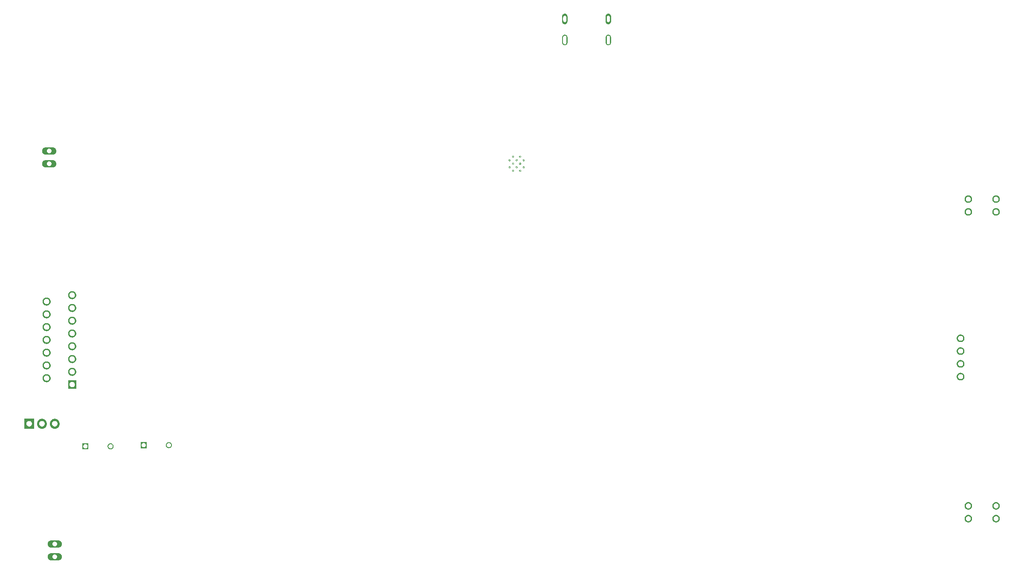
<source format=gbr>
%TF.GenerationSoftware,Flux,Pcbnew,7.0.11-7.0.11~ubuntu20.04.1*%
%TF.CreationDate,2024-08-17T13:11:20+00:00*%
%TF.ProjectId,input,696e7075-742e-46b6-9963-61645f706362,rev?*%
%TF.SameCoordinates,Original*%
%TF.FileFunction,Soldermask,Bot*%
%TF.FilePolarity,Negative*%
%FSLAX46Y46*%
G04 Gerber Fmt 4.6, Leading zero omitted, Abs format (unit mm)*
G04 Filename: pcbrobot*
G04 Build it with Flux! Visit our site at: https://www.flux.ai (PCBNEW 7.0.11-7.0.11~ubuntu20.04.1) date 2024-08-17 13:11:20*
%MOMM*%
%LPD*%
G01*
G04 APERTURE LIST*
G04 APERTURE END LIST*
%TO.C,*%
G36*
X45831600Y-86992100D02*
G01*
X45831600Y-88192100D01*
X44631600Y-88192100D01*
X44631600Y-87602530D01*
X44806728Y-87602530D01*
X44807752Y-87623365D01*
X44809796Y-87644125D01*
X44812857Y-87664759D01*
X44816927Y-87685218D01*
X44821995Y-87705453D01*
X44828051Y-87725415D01*
X44835078Y-87745055D01*
X44843061Y-87764328D01*
X44851980Y-87783185D01*
X44861813Y-87801582D01*
X44872537Y-87819474D01*
X44884126Y-87836818D01*
X44896553Y-87853573D01*
X44909786Y-87869698D01*
X44923795Y-87885155D01*
X44938545Y-87899905D01*
X44954002Y-87913914D01*
X44970127Y-87927147D01*
X44986882Y-87939574D01*
X45004226Y-87951163D01*
X45022118Y-87961887D01*
X45040515Y-87971720D01*
X45059372Y-87980639D01*
X45078645Y-87988622D01*
X45098285Y-87995649D01*
X45118247Y-88001705D01*
X45138482Y-88006773D01*
X45158941Y-88010843D01*
X45179575Y-88013904D01*
X45200335Y-88015948D01*
X45221170Y-88016972D01*
X45242030Y-88016972D01*
X45262865Y-88015948D01*
X45283625Y-88013904D01*
X45304259Y-88010843D01*
X45324718Y-88006773D01*
X45344953Y-88001705D01*
X45364915Y-87995649D01*
X45384555Y-87988622D01*
X45403828Y-87980639D01*
X45422685Y-87971720D01*
X45441082Y-87961887D01*
X45458974Y-87951163D01*
X45476318Y-87939574D01*
X45493073Y-87927147D01*
X45509198Y-87913914D01*
X45524655Y-87899905D01*
X45539405Y-87885155D01*
X45553414Y-87869698D01*
X45566647Y-87853573D01*
X45579074Y-87836818D01*
X45590663Y-87819474D01*
X45601387Y-87801582D01*
X45611220Y-87783185D01*
X45620139Y-87764328D01*
X45628122Y-87745055D01*
X45635149Y-87725415D01*
X45641205Y-87705453D01*
X45646273Y-87685218D01*
X45650343Y-87664759D01*
X45653404Y-87644125D01*
X45655448Y-87623365D01*
X45656472Y-87602530D01*
X45656472Y-87581670D01*
X45655448Y-87560835D01*
X45653404Y-87540075D01*
X45650343Y-87519441D01*
X45646273Y-87498982D01*
X45641205Y-87478747D01*
X45635149Y-87458785D01*
X45628122Y-87439145D01*
X45620139Y-87419872D01*
X45611220Y-87401015D01*
X45601387Y-87382618D01*
X45590663Y-87364726D01*
X45579074Y-87347382D01*
X45566647Y-87330627D01*
X45553414Y-87314502D01*
X45539405Y-87299045D01*
X45524655Y-87284295D01*
X45509198Y-87270286D01*
X45493073Y-87257053D01*
X45476318Y-87244626D01*
X45458974Y-87233037D01*
X45441082Y-87222313D01*
X45422685Y-87212480D01*
X45403828Y-87203561D01*
X45384555Y-87195578D01*
X45364915Y-87188551D01*
X45344953Y-87182495D01*
X45324718Y-87177427D01*
X45304259Y-87173357D01*
X45283625Y-87170296D01*
X45262865Y-87168252D01*
X45242030Y-87167228D01*
X45221170Y-87167228D01*
X45200335Y-87168252D01*
X45179575Y-87170296D01*
X45158941Y-87173357D01*
X45138482Y-87177427D01*
X45118247Y-87182495D01*
X45098285Y-87188551D01*
X45078645Y-87195578D01*
X45059372Y-87203561D01*
X45040515Y-87212480D01*
X45022118Y-87222313D01*
X45004226Y-87233037D01*
X44986882Y-87244626D01*
X44970127Y-87257053D01*
X44954002Y-87270286D01*
X44938545Y-87284295D01*
X44923795Y-87299045D01*
X44909786Y-87314502D01*
X44896553Y-87330627D01*
X44884126Y-87347382D01*
X44872537Y-87364726D01*
X44861813Y-87382618D01*
X44851980Y-87401015D01*
X44843061Y-87419872D01*
X44835078Y-87439145D01*
X44828051Y-87458785D01*
X44821995Y-87478747D01*
X44816927Y-87498982D01*
X44812857Y-87519441D01*
X44809796Y-87540075D01*
X44807752Y-87560835D01*
X44806728Y-87581670D01*
X44806728Y-87602530D01*
X44631600Y-87602530D01*
X44631600Y-86992100D01*
X45831600Y-86992100D01*
G37*
G36*
X50275739Y-86993726D02*
G01*
X50305046Y-86996612D01*
X50334177Y-87000933D01*
X50363061Y-87006679D01*
X50391628Y-87013834D01*
X50419809Y-87022383D01*
X50447537Y-87032304D01*
X50474745Y-87043574D01*
X50501367Y-87056165D01*
X50527339Y-87070048D01*
X50552599Y-87085188D01*
X50577085Y-87101549D01*
X50600739Y-87119092D01*
X50623504Y-87137775D01*
X50645324Y-87157552D01*
X50666148Y-87178376D01*
X50685925Y-87200196D01*
X50704608Y-87222961D01*
X50722151Y-87246615D01*
X50738512Y-87271101D01*
X50753652Y-87296361D01*
X50767535Y-87322333D01*
X50780126Y-87348955D01*
X50791396Y-87376163D01*
X50801317Y-87403891D01*
X50809866Y-87432072D01*
X50817021Y-87460639D01*
X50822767Y-87489523D01*
X50827088Y-87518654D01*
X50829974Y-87547961D01*
X50831419Y-87577375D01*
X50831419Y-87606825D01*
X50829974Y-87636239D01*
X50827088Y-87665546D01*
X50822767Y-87694677D01*
X50817021Y-87723561D01*
X50809866Y-87752128D01*
X50801317Y-87780309D01*
X50791396Y-87808037D01*
X50780126Y-87835245D01*
X50767535Y-87861867D01*
X50753652Y-87887839D01*
X50738512Y-87913099D01*
X50722151Y-87937585D01*
X50704608Y-87961239D01*
X50685925Y-87984004D01*
X50666148Y-88005824D01*
X50645324Y-88026648D01*
X50623504Y-88046425D01*
X50600739Y-88065108D01*
X50577085Y-88082651D01*
X50552599Y-88099012D01*
X50527339Y-88114152D01*
X50501367Y-88128035D01*
X50474745Y-88140626D01*
X50447537Y-88151896D01*
X50419809Y-88161817D01*
X50391628Y-88170366D01*
X50363061Y-88177521D01*
X50334177Y-88183267D01*
X50305046Y-88187588D01*
X50275739Y-88190474D01*
X50246325Y-88191919D01*
X50216875Y-88191919D01*
X50187461Y-88190474D01*
X50158154Y-88187588D01*
X50129023Y-88183267D01*
X50100139Y-88177521D01*
X50071572Y-88170366D01*
X50043391Y-88161817D01*
X50015663Y-88151896D01*
X49988455Y-88140626D01*
X49961833Y-88128035D01*
X49935861Y-88114152D01*
X49910601Y-88099012D01*
X49886115Y-88082651D01*
X49862461Y-88065108D01*
X49839696Y-88046425D01*
X49817876Y-88026648D01*
X49797052Y-88005824D01*
X49777275Y-87984004D01*
X49758592Y-87961239D01*
X49741049Y-87937585D01*
X49724688Y-87913099D01*
X49709548Y-87887839D01*
X49695665Y-87861867D01*
X49683074Y-87835245D01*
X49671804Y-87808037D01*
X49661883Y-87780309D01*
X49653334Y-87752128D01*
X49646179Y-87723561D01*
X49640433Y-87694677D01*
X49636112Y-87665546D01*
X49633226Y-87636239D01*
X49631781Y-87606825D01*
X49631781Y-87602530D01*
X49806728Y-87602530D01*
X49807752Y-87623365D01*
X49809796Y-87644125D01*
X49812857Y-87664759D01*
X49816927Y-87685218D01*
X49821995Y-87705453D01*
X49828051Y-87725415D01*
X49835078Y-87745055D01*
X49843061Y-87764328D01*
X49851980Y-87783185D01*
X49861813Y-87801582D01*
X49872537Y-87819474D01*
X49884126Y-87836818D01*
X49896553Y-87853573D01*
X49909786Y-87869698D01*
X49923795Y-87885155D01*
X49938545Y-87899905D01*
X49954002Y-87913914D01*
X49970127Y-87927147D01*
X49986882Y-87939574D01*
X50004226Y-87951163D01*
X50022118Y-87961887D01*
X50040515Y-87971720D01*
X50059372Y-87980639D01*
X50078645Y-87988622D01*
X50098285Y-87995649D01*
X50118247Y-88001705D01*
X50138482Y-88006773D01*
X50158941Y-88010843D01*
X50179575Y-88013904D01*
X50200335Y-88015948D01*
X50221170Y-88016972D01*
X50242030Y-88016972D01*
X50262865Y-88015948D01*
X50283625Y-88013904D01*
X50304259Y-88010843D01*
X50324718Y-88006773D01*
X50344953Y-88001705D01*
X50364915Y-87995649D01*
X50384555Y-87988622D01*
X50403828Y-87980639D01*
X50422685Y-87971720D01*
X50441082Y-87961887D01*
X50458974Y-87951163D01*
X50476318Y-87939574D01*
X50493073Y-87927147D01*
X50509198Y-87913914D01*
X50524655Y-87899905D01*
X50539405Y-87885155D01*
X50553414Y-87869698D01*
X50566647Y-87853573D01*
X50579074Y-87836818D01*
X50590663Y-87819474D01*
X50601387Y-87801582D01*
X50611220Y-87783185D01*
X50620139Y-87764328D01*
X50628122Y-87745055D01*
X50635149Y-87725415D01*
X50641205Y-87705453D01*
X50646273Y-87685218D01*
X50650343Y-87664759D01*
X50653404Y-87644125D01*
X50655448Y-87623365D01*
X50656472Y-87602530D01*
X50656472Y-87581670D01*
X50655448Y-87560835D01*
X50653404Y-87540075D01*
X50650343Y-87519441D01*
X50646273Y-87498982D01*
X50641205Y-87478747D01*
X50635149Y-87458785D01*
X50628122Y-87439145D01*
X50620139Y-87419872D01*
X50611220Y-87401015D01*
X50601387Y-87382618D01*
X50590663Y-87364726D01*
X50579074Y-87347382D01*
X50566647Y-87330627D01*
X50553414Y-87314502D01*
X50539405Y-87299045D01*
X50524655Y-87284295D01*
X50509198Y-87270286D01*
X50493073Y-87257053D01*
X50476318Y-87244626D01*
X50458974Y-87233037D01*
X50441082Y-87222313D01*
X50422685Y-87212480D01*
X50403828Y-87203561D01*
X50384555Y-87195578D01*
X50364915Y-87188551D01*
X50344953Y-87182495D01*
X50324718Y-87177427D01*
X50304259Y-87173357D01*
X50283625Y-87170296D01*
X50262865Y-87168252D01*
X50242030Y-87167228D01*
X50221170Y-87167228D01*
X50200335Y-87168252D01*
X50179575Y-87170296D01*
X50158941Y-87173357D01*
X50138482Y-87177427D01*
X50118247Y-87182495D01*
X50098285Y-87188551D01*
X50078645Y-87195578D01*
X50059372Y-87203561D01*
X50040515Y-87212480D01*
X50022118Y-87222313D01*
X50004226Y-87233037D01*
X49986882Y-87244626D01*
X49970127Y-87257053D01*
X49954002Y-87270286D01*
X49938545Y-87284295D01*
X49923795Y-87299045D01*
X49909786Y-87314502D01*
X49896553Y-87330627D01*
X49884126Y-87347382D01*
X49872537Y-87364726D01*
X49861813Y-87382618D01*
X49851980Y-87401015D01*
X49843061Y-87419872D01*
X49835078Y-87439145D01*
X49828051Y-87458785D01*
X49821995Y-87478747D01*
X49816927Y-87498982D01*
X49812857Y-87519441D01*
X49809796Y-87540075D01*
X49807752Y-87560835D01*
X49806728Y-87581670D01*
X49806728Y-87602530D01*
X49631781Y-87602530D01*
X49631781Y-87577375D01*
X49633226Y-87547961D01*
X49636112Y-87518654D01*
X49640433Y-87489523D01*
X49646179Y-87460639D01*
X49653334Y-87432072D01*
X49661883Y-87403891D01*
X49671804Y-87376163D01*
X49683074Y-87348955D01*
X49695665Y-87322333D01*
X49709548Y-87296361D01*
X49724688Y-87271101D01*
X49741049Y-87246615D01*
X49758592Y-87222961D01*
X49777275Y-87200196D01*
X49797052Y-87178376D01*
X49817876Y-87157552D01*
X49839696Y-87137775D01*
X49862461Y-87119092D01*
X49886115Y-87101549D01*
X49910601Y-87085188D01*
X49935861Y-87070048D01*
X49961833Y-87056165D01*
X49988455Y-87043574D01*
X50015663Y-87032304D01*
X50043391Y-87022383D01*
X50071572Y-87013834D01*
X50100139Y-87006679D01*
X50129023Y-87000933D01*
X50158154Y-86996612D01*
X50187461Y-86993726D01*
X50216875Y-86992281D01*
X50246325Y-86992281D01*
X50275739Y-86993726D01*
G37*
G36*
X42658234Y-56720395D02*
G01*
X42697800Y-56724292D01*
X42737126Y-56730125D01*
X42776119Y-56737881D01*
X42814685Y-56747541D01*
X42852729Y-56759082D01*
X42890162Y-56772476D01*
X42926893Y-56787690D01*
X42962832Y-56804688D01*
X42997895Y-56823430D01*
X43031995Y-56843869D01*
X43065052Y-56865956D01*
X43096985Y-56889639D01*
X43127717Y-56914861D01*
X43157175Y-56941560D01*
X43185287Y-56969672D01*
X43211986Y-56999130D01*
X43237208Y-57029862D01*
X43260891Y-57061795D01*
X43282979Y-57094852D01*
X43303418Y-57128952D01*
X43322159Y-57164015D01*
X43339157Y-57199955D01*
X43354371Y-57236685D01*
X43367765Y-57274118D01*
X43379306Y-57312163D01*
X43388966Y-57350728D01*
X43396722Y-57389721D01*
X43402556Y-57429047D01*
X43406452Y-57468613D01*
X43408403Y-57508322D01*
X43408403Y-57548078D01*
X43406452Y-57587787D01*
X43402556Y-57627353D01*
X43396722Y-57666679D01*
X43388966Y-57705672D01*
X43379306Y-57744237D01*
X43367765Y-57782282D01*
X43354371Y-57819715D01*
X43339157Y-57856445D01*
X43322159Y-57892385D01*
X43303418Y-57927448D01*
X43282979Y-57961548D01*
X43260891Y-57994605D01*
X43237208Y-58026538D01*
X43211986Y-58057270D01*
X43185287Y-58086728D01*
X43157175Y-58114840D01*
X43127717Y-58141539D01*
X43096985Y-58166761D01*
X43065052Y-58190444D01*
X43031995Y-58212531D01*
X42997895Y-58232970D01*
X42962832Y-58251712D01*
X42926893Y-58268710D01*
X42890162Y-58283924D01*
X42852729Y-58297318D01*
X42814685Y-58308859D01*
X42776119Y-58318519D01*
X42737126Y-58326275D01*
X42697800Y-58332108D01*
X42658234Y-58336005D01*
X42618526Y-58337956D01*
X42578769Y-58337956D01*
X42539060Y-58336005D01*
X42499495Y-58332108D01*
X42460168Y-58326275D01*
X42421175Y-58318519D01*
X42382610Y-58308859D01*
X42344565Y-58297318D01*
X42307132Y-58283924D01*
X42270402Y-58268710D01*
X42234462Y-58251712D01*
X42199400Y-58232970D01*
X42165299Y-58212531D01*
X42132243Y-58190444D01*
X42100310Y-58166761D01*
X42069577Y-58141539D01*
X42040119Y-58114840D01*
X42012007Y-58086728D01*
X41985308Y-58057270D01*
X41960087Y-58026538D01*
X41936403Y-57994605D01*
X41914316Y-57961548D01*
X41893877Y-57927448D01*
X41875135Y-57892385D01*
X41858137Y-57856445D01*
X41842923Y-57819715D01*
X41829529Y-57782282D01*
X41817989Y-57744237D01*
X41808328Y-57705672D01*
X41800572Y-57666679D01*
X41794739Y-57627353D01*
X41790842Y-57587787D01*
X41788891Y-57548078D01*
X41788891Y-57541452D01*
X42058810Y-57541452D01*
X42060110Y-57567925D01*
X42062708Y-57594302D01*
X42066597Y-57620519D01*
X42071768Y-57646515D01*
X42078208Y-57672225D01*
X42085902Y-57697588D01*
X42094831Y-57722543D01*
X42104974Y-57747030D01*
X42116306Y-57770990D01*
X42128800Y-57794365D01*
X42142426Y-57817099D01*
X42157151Y-57839136D01*
X42172940Y-57860425D01*
X42189754Y-57880913D01*
X42207554Y-57900552D01*
X42226295Y-57919293D01*
X42245934Y-57937093D01*
X42266422Y-57953907D01*
X42287711Y-57969696D01*
X42309748Y-57984421D01*
X42332482Y-57998047D01*
X42355857Y-58010541D01*
X42379817Y-58021873D01*
X42404304Y-58032016D01*
X42429259Y-58040945D01*
X42454622Y-58048639D01*
X42480333Y-58055079D01*
X42506328Y-58060250D01*
X42532545Y-58064139D01*
X42558922Y-58066737D01*
X42585395Y-58068037D01*
X42611899Y-58068037D01*
X42638372Y-58066737D01*
X42664749Y-58064139D01*
X42690967Y-58060250D01*
X42716962Y-58055079D01*
X42742672Y-58048639D01*
X42768035Y-58040945D01*
X42792991Y-58032016D01*
X42817477Y-58021873D01*
X42841437Y-58010541D01*
X42864812Y-57998047D01*
X42887546Y-57984421D01*
X42909584Y-57969696D01*
X42930872Y-57953907D01*
X42951361Y-57937093D01*
X42970999Y-57919293D01*
X42989741Y-57900552D01*
X43007540Y-57880913D01*
X43024354Y-57860425D01*
X43040143Y-57839136D01*
X43054868Y-57817099D01*
X43068494Y-57794365D01*
X43080988Y-57770990D01*
X43092320Y-57747030D01*
X43102463Y-57722543D01*
X43111392Y-57697588D01*
X43119086Y-57672225D01*
X43125526Y-57646515D01*
X43130697Y-57620519D01*
X43134586Y-57594302D01*
X43137184Y-57567925D01*
X43138485Y-57541452D01*
X43138485Y-57514948D01*
X43137184Y-57488475D01*
X43134586Y-57462098D01*
X43130697Y-57435881D01*
X43125526Y-57409885D01*
X43119086Y-57384175D01*
X43111392Y-57358812D01*
X43102463Y-57333857D01*
X43092320Y-57309370D01*
X43080988Y-57285410D01*
X43068494Y-57262035D01*
X43054868Y-57239301D01*
X43040143Y-57217264D01*
X43024354Y-57195975D01*
X43007540Y-57175487D01*
X42989741Y-57155848D01*
X42970999Y-57137107D01*
X42951361Y-57119307D01*
X42930872Y-57102493D01*
X42909584Y-57086704D01*
X42887546Y-57071979D01*
X42864812Y-57058353D01*
X42841437Y-57045859D01*
X42817477Y-57034527D01*
X42792991Y-57024384D01*
X42768035Y-57015455D01*
X42742672Y-57007761D01*
X42716962Y-57001321D01*
X42690967Y-56996150D01*
X42664749Y-56992261D01*
X42638372Y-56989663D01*
X42611899Y-56988363D01*
X42585395Y-56988363D01*
X42558922Y-56989663D01*
X42532545Y-56992261D01*
X42506328Y-56996150D01*
X42480333Y-57001321D01*
X42454622Y-57007761D01*
X42429259Y-57015455D01*
X42404304Y-57024384D01*
X42379817Y-57034527D01*
X42355857Y-57045859D01*
X42332482Y-57058353D01*
X42309748Y-57071979D01*
X42287711Y-57086704D01*
X42266422Y-57102493D01*
X42245934Y-57119307D01*
X42226295Y-57137107D01*
X42207554Y-57155848D01*
X42189754Y-57175487D01*
X42172940Y-57195975D01*
X42157151Y-57217264D01*
X42142426Y-57239301D01*
X42128800Y-57262035D01*
X42116306Y-57285410D01*
X42104974Y-57309370D01*
X42094831Y-57333857D01*
X42085902Y-57358812D01*
X42078208Y-57384175D01*
X42071768Y-57409885D01*
X42066597Y-57435881D01*
X42062708Y-57462098D01*
X42060110Y-57488475D01*
X42058810Y-57514948D01*
X42058810Y-57541452D01*
X41788891Y-57541452D01*
X41788891Y-57508322D01*
X41790842Y-57468613D01*
X41794739Y-57429047D01*
X41800572Y-57389721D01*
X41808328Y-57350728D01*
X41817989Y-57312163D01*
X41829529Y-57274118D01*
X41842923Y-57236685D01*
X41858137Y-57199955D01*
X41875135Y-57164015D01*
X41893877Y-57128952D01*
X41914316Y-57094852D01*
X41936403Y-57061795D01*
X41960087Y-57029862D01*
X41985308Y-56999130D01*
X42012007Y-56969672D01*
X42040119Y-56941560D01*
X42069577Y-56914861D01*
X42100310Y-56889639D01*
X42132243Y-56865956D01*
X42165299Y-56843869D01*
X42199400Y-56823430D01*
X42234462Y-56804688D01*
X42270402Y-56787690D01*
X42307132Y-56772476D01*
X42344565Y-56759082D01*
X42382610Y-56747541D01*
X42421175Y-56737881D01*
X42460168Y-56730125D01*
X42499495Y-56724292D01*
X42539060Y-56720395D01*
X42578769Y-56718444D01*
X42618526Y-56718444D01*
X42658234Y-56720395D01*
G37*
G36*
X42658221Y-61800395D02*
G01*
X42697786Y-61804292D01*
X42737113Y-61810125D01*
X42776106Y-61817881D01*
X42814671Y-61827541D01*
X42852716Y-61839082D01*
X42890149Y-61852476D01*
X42926879Y-61867690D01*
X42962819Y-61884688D01*
X42997881Y-61903430D01*
X43031982Y-61923869D01*
X43065038Y-61945956D01*
X43096971Y-61969639D01*
X43127704Y-61994861D01*
X43157162Y-62021560D01*
X43185274Y-62049672D01*
X43211973Y-62079130D01*
X43237194Y-62109862D01*
X43260877Y-62141795D01*
X43282965Y-62174852D01*
X43303404Y-62208952D01*
X43322145Y-62244015D01*
X43339144Y-62279955D01*
X43354358Y-62316685D01*
X43367752Y-62354118D01*
X43379292Y-62392163D01*
X43388952Y-62430728D01*
X43396709Y-62469721D01*
X43402542Y-62509047D01*
X43406439Y-62548613D01*
X43408390Y-62588322D01*
X43408390Y-62628078D01*
X43406439Y-62667787D01*
X43402542Y-62707353D01*
X43396709Y-62746679D01*
X43388952Y-62785672D01*
X43379292Y-62824237D01*
X43367752Y-62862282D01*
X43354358Y-62899715D01*
X43339144Y-62936445D01*
X43322145Y-62972385D01*
X43303404Y-63007448D01*
X43282965Y-63041548D01*
X43260877Y-63074605D01*
X43237194Y-63106538D01*
X43211973Y-63137270D01*
X43185274Y-63166728D01*
X43157162Y-63194840D01*
X43127704Y-63221539D01*
X43096971Y-63246761D01*
X43065038Y-63270444D01*
X43031982Y-63292531D01*
X42997881Y-63312970D01*
X42962819Y-63331712D01*
X42926879Y-63348710D01*
X42890149Y-63363924D01*
X42852716Y-63377318D01*
X42814671Y-63388859D01*
X42776106Y-63398519D01*
X42737113Y-63406275D01*
X42697786Y-63412108D01*
X42658221Y-63416005D01*
X42618512Y-63417956D01*
X42578755Y-63417956D01*
X42539046Y-63416005D01*
X42499481Y-63412108D01*
X42460155Y-63406275D01*
X42421162Y-63398519D01*
X42382596Y-63388859D01*
X42344551Y-63377318D01*
X42307119Y-63363924D01*
X42270388Y-63348710D01*
X42234449Y-63331712D01*
X42199386Y-63312970D01*
X42165286Y-63292531D01*
X42132229Y-63270444D01*
X42100296Y-63246761D01*
X42069564Y-63221539D01*
X42040106Y-63194840D01*
X42011994Y-63166728D01*
X41985295Y-63137270D01*
X41960073Y-63106538D01*
X41936390Y-63074605D01*
X41914302Y-63041548D01*
X41893863Y-63007448D01*
X41875122Y-62972385D01*
X41858124Y-62936445D01*
X41842910Y-62899715D01*
X41829516Y-62862282D01*
X41817975Y-62824237D01*
X41808315Y-62785672D01*
X41800559Y-62746679D01*
X41794725Y-62707353D01*
X41790828Y-62667787D01*
X41788878Y-62628078D01*
X41788878Y-62621452D01*
X42058796Y-62621452D01*
X42060097Y-62647925D01*
X42062695Y-62674302D01*
X42066584Y-62700519D01*
X42071755Y-62726515D01*
X42078195Y-62752225D01*
X42085888Y-62777588D01*
X42094818Y-62802543D01*
X42104960Y-62827030D01*
X42116293Y-62850990D01*
X42128787Y-62874365D01*
X42142413Y-62897099D01*
X42157138Y-62919136D01*
X42172927Y-62940425D01*
X42189741Y-62960913D01*
X42207540Y-62980552D01*
X42226282Y-62999293D01*
X42245920Y-63017093D01*
X42266409Y-63033907D01*
X42287697Y-63049696D01*
X42309735Y-63064421D01*
X42332469Y-63078047D01*
X42355844Y-63090541D01*
X42379803Y-63101873D01*
X42404290Y-63112016D01*
X42429246Y-63120945D01*
X42454609Y-63128639D01*
X42480319Y-63135079D01*
X42506314Y-63140250D01*
X42532532Y-63144139D01*
X42558909Y-63146737D01*
X42585381Y-63148037D01*
X42611886Y-63148037D01*
X42638359Y-63146737D01*
X42664735Y-63144139D01*
X42690953Y-63140250D01*
X42716948Y-63135079D01*
X42742659Y-63128639D01*
X42768022Y-63120945D01*
X42792977Y-63112016D01*
X42817464Y-63101873D01*
X42841424Y-63090541D01*
X42864799Y-63078047D01*
X42887532Y-63064421D01*
X42909570Y-63049696D01*
X42930859Y-63033907D01*
X42951347Y-63017093D01*
X42970986Y-62999293D01*
X42989727Y-62980552D01*
X43007526Y-62960913D01*
X43024341Y-62940425D01*
X43040129Y-62919136D01*
X43054855Y-62897099D01*
X43068481Y-62874365D01*
X43080975Y-62850990D01*
X43092307Y-62827030D01*
X43102450Y-62802543D01*
X43111379Y-62777588D01*
X43119073Y-62752225D01*
X43125513Y-62726515D01*
X43130684Y-62700519D01*
X43134573Y-62674302D01*
X43137171Y-62647925D01*
X43138471Y-62621452D01*
X43138471Y-62594948D01*
X43137171Y-62568475D01*
X43134573Y-62542098D01*
X43130684Y-62515881D01*
X43125513Y-62489885D01*
X43119073Y-62464175D01*
X43111379Y-62438812D01*
X43102450Y-62413857D01*
X43092307Y-62389370D01*
X43080975Y-62365410D01*
X43068481Y-62342035D01*
X43054855Y-62319301D01*
X43040129Y-62297264D01*
X43024341Y-62275975D01*
X43007526Y-62255487D01*
X42989727Y-62235848D01*
X42970986Y-62217107D01*
X42951347Y-62199307D01*
X42930859Y-62182493D01*
X42909570Y-62166704D01*
X42887532Y-62151979D01*
X42864799Y-62138353D01*
X42841424Y-62125859D01*
X42817464Y-62114527D01*
X42792977Y-62104384D01*
X42768022Y-62095455D01*
X42742659Y-62087761D01*
X42716948Y-62081321D01*
X42690953Y-62076150D01*
X42664735Y-62072261D01*
X42638359Y-62069663D01*
X42611886Y-62068363D01*
X42585381Y-62068363D01*
X42558909Y-62069663D01*
X42532532Y-62072261D01*
X42506314Y-62076150D01*
X42480319Y-62081321D01*
X42454609Y-62087761D01*
X42429246Y-62095455D01*
X42404290Y-62104384D01*
X42379803Y-62114527D01*
X42355844Y-62125859D01*
X42332469Y-62138353D01*
X42309735Y-62151979D01*
X42287697Y-62166704D01*
X42266409Y-62182493D01*
X42245920Y-62199307D01*
X42226282Y-62217107D01*
X42207540Y-62235848D01*
X42189741Y-62255487D01*
X42172927Y-62275975D01*
X42157138Y-62297264D01*
X42142413Y-62319301D01*
X42128787Y-62342035D01*
X42116293Y-62365410D01*
X42104960Y-62389370D01*
X42094818Y-62413857D01*
X42085888Y-62438812D01*
X42078195Y-62464175D01*
X42071755Y-62489885D01*
X42066584Y-62515881D01*
X42062695Y-62542098D01*
X42060097Y-62568475D01*
X42058796Y-62594948D01*
X42058796Y-62621452D01*
X41788878Y-62621452D01*
X41788878Y-62588322D01*
X41790828Y-62548613D01*
X41794725Y-62509047D01*
X41800559Y-62469721D01*
X41808315Y-62430728D01*
X41817975Y-62392163D01*
X41829516Y-62354118D01*
X41842910Y-62316685D01*
X41858124Y-62279955D01*
X41875122Y-62244015D01*
X41893863Y-62208952D01*
X41914302Y-62174852D01*
X41936390Y-62141795D01*
X41960073Y-62109862D01*
X41985295Y-62079130D01*
X42011994Y-62049672D01*
X42040106Y-62021560D01*
X42069564Y-61994861D01*
X42100296Y-61969639D01*
X42132229Y-61945956D01*
X42165286Y-61923869D01*
X42199386Y-61903430D01*
X42234449Y-61884688D01*
X42270388Y-61867690D01*
X42307119Y-61852476D01*
X42344551Y-61839082D01*
X42382596Y-61827541D01*
X42421162Y-61817881D01*
X42460155Y-61810125D01*
X42499481Y-61804292D01*
X42539046Y-61800395D01*
X42578755Y-61798444D01*
X42618512Y-61798444D01*
X42658221Y-61800395D01*
G37*
G36*
X43408600Y-74498200D02*
G01*
X43408600Y-76118200D01*
X41788600Y-76118200D01*
X41788600Y-75321452D01*
X42058763Y-75321452D01*
X42060063Y-75347925D01*
X42062661Y-75374302D01*
X42066550Y-75400519D01*
X42071721Y-75426515D01*
X42078161Y-75452225D01*
X42085855Y-75477588D01*
X42094784Y-75502543D01*
X42104927Y-75527030D01*
X42116259Y-75550990D01*
X42128753Y-75574365D01*
X42142379Y-75597099D01*
X42157104Y-75619136D01*
X42172893Y-75640425D01*
X42189707Y-75660913D01*
X42207507Y-75680552D01*
X42226248Y-75699293D01*
X42245887Y-75717093D01*
X42266375Y-75733907D01*
X42287664Y-75749696D01*
X42309701Y-75764421D01*
X42332435Y-75778047D01*
X42355810Y-75790541D01*
X42379770Y-75801873D01*
X42404257Y-75812016D01*
X42429212Y-75820945D01*
X42454575Y-75828639D01*
X42480285Y-75835079D01*
X42506281Y-75840250D01*
X42532498Y-75844139D01*
X42558875Y-75846737D01*
X42585348Y-75848037D01*
X42611852Y-75848037D01*
X42638325Y-75846737D01*
X42664702Y-75844139D01*
X42690919Y-75840250D01*
X42716915Y-75835079D01*
X42742625Y-75828639D01*
X42767988Y-75820945D01*
X42792943Y-75812016D01*
X42817430Y-75801873D01*
X42841390Y-75790541D01*
X42864765Y-75778047D01*
X42887499Y-75764421D01*
X42909536Y-75749696D01*
X42930825Y-75733907D01*
X42951313Y-75717093D01*
X42970952Y-75699293D01*
X42989693Y-75680552D01*
X43007493Y-75660913D01*
X43024307Y-75640425D01*
X43040096Y-75619136D01*
X43054821Y-75597099D01*
X43068447Y-75574365D01*
X43080941Y-75550990D01*
X43092273Y-75527030D01*
X43102416Y-75502543D01*
X43111345Y-75477588D01*
X43119039Y-75452225D01*
X43125479Y-75426515D01*
X43130650Y-75400519D01*
X43134539Y-75374302D01*
X43137137Y-75347925D01*
X43138437Y-75321452D01*
X43138437Y-75294948D01*
X43137137Y-75268475D01*
X43134539Y-75242098D01*
X43130650Y-75215881D01*
X43125479Y-75189885D01*
X43119039Y-75164175D01*
X43111345Y-75138812D01*
X43102416Y-75113857D01*
X43092273Y-75089370D01*
X43080941Y-75065410D01*
X43077548Y-75059062D01*
X43068447Y-75042035D01*
X43054821Y-75019301D01*
X43040096Y-74997264D01*
X43024307Y-74975975D01*
X43007493Y-74955487D01*
X42989693Y-74935848D01*
X42970952Y-74917107D01*
X42951313Y-74899307D01*
X42930825Y-74882493D01*
X42909536Y-74866704D01*
X42887499Y-74851979D01*
X42864765Y-74838353D01*
X42841390Y-74825859D01*
X42817430Y-74814527D01*
X42792943Y-74804384D01*
X42767988Y-74795455D01*
X42742625Y-74787761D01*
X42716915Y-74781321D01*
X42690919Y-74776150D01*
X42664702Y-74772261D01*
X42638325Y-74769663D01*
X42611852Y-74768363D01*
X42585348Y-74768363D01*
X42558875Y-74769663D01*
X42532498Y-74772261D01*
X42506281Y-74776150D01*
X42480285Y-74781321D01*
X42454575Y-74787761D01*
X42429212Y-74795455D01*
X42404257Y-74804384D01*
X42379770Y-74814527D01*
X42355810Y-74825859D01*
X42332435Y-74838353D01*
X42309701Y-74851979D01*
X42287664Y-74866704D01*
X42266375Y-74882493D01*
X42245887Y-74899307D01*
X42226248Y-74917107D01*
X42207507Y-74935848D01*
X42189707Y-74955487D01*
X42172893Y-74975975D01*
X42157104Y-74997264D01*
X42142379Y-75019301D01*
X42128753Y-75042035D01*
X42116259Y-75065410D01*
X42104927Y-75089370D01*
X42094784Y-75113857D01*
X42085855Y-75138812D01*
X42078161Y-75164175D01*
X42071721Y-75189885D01*
X42066550Y-75215881D01*
X42062661Y-75242098D01*
X42060063Y-75268475D01*
X42058763Y-75294948D01*
X42058763Y-75321452D01*
X41788600Y-75321452D01*
X41788600Y-74498200D01*
X43408600Y-74498200D01*
G37*
G36*
X42658194Y-71960395D02*
G01*
X42697759Y-71964292D01*
X42737086Y-71970125D01*
X42776079Y-71977881D01*
X42814644Y-71987541D01*
X42852689Y-71999082D01*
X42890122Y-72012476D01*
X42926852Y-72027690D01*
X42962792Y-72044688D01*
X42997854Y-72063430D01*
X43031955Y-72083869D01*
X43065011Y-72105956D01*
X43096944Y-72129639D01*
X43127677Y-72154861D01*
X43157135Y-72181560D01*
X43185247Y-72209672D01*
X43211946Y-72239130D01*
X43237167Y-72269862D01*
X43260850Y-72301795D01*
X43282938Y-72334852D01*
X43303377Y-72368952D01*
X43322118Y-72404015D01*
X43339117Y-72439955D01*
X43354331Y-72476685D01*
X43367725Y-72514118D01*
X43379265Y-72552163D01*
X43388925Y-72590728D01*
X43396682Y-72629721D01*
X43402515Y-72669047D01*
X43406412Y-72708613D01*
X43408363Y-72748322D01*
X43408363Y-72788078D01*
X43406412Y-72827787D01*
X43402515Y-72867353D01*
X43396682Y-72906679D01*
X43388925Y-72945672D01*
X43379265Y-72984237D01*
X43367725Y-73022282D01*
X43354331Y-73059715D01*
X43339117Y-73096445D01*
X43322118Y-73132385D01*
X43303377Y-73167448D01*
X43282938Y-73201548D01*
X43260850Y-73234605D01*
X43237167Y-73266538D01*
X43211946Y-73297270D01*
X43185247Y-73326728D01*
X43157135Y-73354840D01*
X43127677Y-73381539D01*
X43096944Y-73406761D01*
X43065011Y-73430444D01*
X43031955Y-73452531D01*
X42997854Y-73472970D01*
X42962792Y-73491712D01*
X42926852Y-73508710D01*
X42890122Y-73523924D01*
X42852689Y-73537318D01*
X42814644Y-73548859D01*
X42776079Y-73558519D01*
X42737086Y-73566275D01*
X42697759Y-73572108D01*
X42658194Y-73576005D01*
X42618485Y-73577956D01*
X42578728Y-73577956D01*
X42539019Y-73576005D01*
X42499454Y-73572108D01*
X42460128Y-73566275D01*
X42421135Y-73558519D01*
X42382569Y-73548859D01*
X42344525Y-73537318D01*
X42307092Y-73523924D01*
X42270361Y-73508710D01*
X42234422Y-73491712D01*
X42199359Y-73472970D01*
X42165259Y-73452531D01*
X42132202Y-73430444D01*
X42100269Y-73406761D01*
X42069537Y-73381539D01*
X42040079Y-73354840D01*
X42011967Y-73326728D01*
X41985268Y-73297270D01*
X41960046Y-73266538D01*
X41936363Y-73234605D01*
X41914275Y-73201548D01*
X41893836Y-73167448D01*
X41875095Y-73132385D01*
X41858097Y-73096445D01*
X41842883Y-73059715D01*
X41829489Y-73022282D01*
X41817948Y-72984237D01*
X41808288Y-72945672D01*
X41800532Y-72906679D01*
X41794698Y-72867353D01*
X41790801Y-72827787D01*
X41788851Y-72788078D01*
X41788851Y-72781452D01*
X42058769Y-72781452D01*
X42060070Y-72807925D01*
X42062668Y-72834302D01*
X42066557Y-72860519D01*
X42071728Y-72886515D01*
X42078168Y-72912225D01*
X42085862Y-72937588D01*
X42094791Y-72962543D01*
X42104933Y-72987030D01*
X42116266Y-73010990D01*
X42128760Y-73034365D01*
X42142386Y-73057099D01*
X42157111Y-73079136D01*
X42172900Y-73100425D01*
X42189714Y-73120913D01*
X42207513Y-73140552D01*
X42226255Y-73159293D01*
X42245893Y-73177093D01*
X42266382Y-73193907D01*
X42287670Y-73209696D01*
X42309708Y-73224421D01*
X42332442Y-73238047D01*
X42355817Y-73250541D01*
X42379776Y-73261873D01*
X42404263Y-73272016D01*
X42429219Y-73280945D01*
X42454582Y-73288639D01*
X42480292Y-73295079D01*
X42506287Y-73300250D01*
X42532505Y-73304139D01*
X42558882Y-73306737D01*
X42585354Y-73308037D01*
X42611859Y-73308037D01*
X42638332Y-73306737D01*
X42664709Y-73304139D01*
X42690926Y-73300250D01*
X42716921Y-73295079D01*
X42742632Y-73288639D01*
X42767995Y-73280945D01*
X42792950Y-73272016D01*
X42817437Y-73261873D01*
X42841397Y-73250541D01*
X42864772Y-73238047D01*
X42887505Y-73224421D01*
X42909543Y-73209696D01*
X42930832Y-73193907D01*
X42951320Y-73177093D01*
X42970959Y-73159293D01*
X42989700Y-73140552D01*
X43007500Y-73120913D01*
X43024314Y-73100425D01*
X43040103Y-73079136D01*
X43054828Y-73057099D01*
X43068454Y-73034365D01*
X43080948Y-73010990D01*
X43092280Y-72987030D01*
X43102423Y-72962543D01*
X43111352Y-72937588D01*
X43119046Y-72912225D01*
X43125486Y-72886515D01*
X43130657Y-72860519D01*
X43134546Y-72834302D01*
X43137144Y-72807925D01*
X43138444Y-72781452D01*
X43138444Y-72754948D01*
X43137144Y-72728475D01*
X43134546Y-72702098D01*
X43130657Y-72675881D01*
X43125486Y-72649885D01*
X43119046Y-72624175D01*
X43111352Y-72598812D01*
X43102423Y-72573857D01*
X43092280Y-72549370D01*
X43080948Y-72525410D01*
X43068454Y-72502035D01*
X43054828Y-72479301D01*
X43040103Y-72457264D01*
X43024314Y-72435975D01*
X43007500Y-72415487D01*
X42989700Y-72395848D01*
X42970959Y-72377107D01*
X42951320Y-72359307D01*
X42930832Y-72342493D01*
X42909543Y-72326704D01*
X42887505Y-72311979D01*
X42864772Y-72298353D01*
X42841397Y-72285859D01*
X42817437Y-72274527D01*
X42792950Y-72264384D01*
X42767995Y-72255455D01*
X42742632Y-72247761D01*
X42716921Y-72241321D01*
X42690926Y-72236150D01*
X42664709Y-72232261D01*
X42638332Y-72229663D01*
X42611859Y-72228363D01*
X42585354Y-72228363D01*
X42558882Y-72229663D01*
X42532505Y-72232261D01*
X42506287Y-72236150D01*
X42480292Y-72241321D01*
X42454582Y-72247761D01*
X42429219Y-72255455D01*
X42404263Y-72264384D01*
X42379776Y-72274527D01*
X42355817Y-72285859D01*
X42332442Y-72298353D01*
X42309708Y-72311979D01*
X42287670Y-72326704D01*
X42266382Y-72342493D01*
X42245893Y-72359307D01*
X42226255Y-72377107D01*
X42207513Y-72395848D01*
X42189714Y-72415487D01*
X42172900Y-72435975D01*
X42157111Y-72457264D01*
X42142386Y-72479301D01*
X42128760Y-72502035D01*
X42116266Y-72525410D01*
X42104933Y-72549370D01*
X42094791Y-72573857D01*
X42085862Y-72598812D01*
X42078168Y-72624175D01*
X42071728Y-72649885D01*
X42066557Y-72675881D01*
X42062668Y-72702098D01*
X42060070Y-72728475D01*
X42058769Y-72754948D01*
X42058769Y-72781452D01*
X41788851Y-72781452D01*
X41788851Y-72748322D01*
X41790801Y-72708613D01*
X41794698Y-72669047D01*
X41800532Y-72629721D01*
X41808288Y-72590728D01*
X41817948Y-72552163D01*
X41829489Y-72514118D01*
X41842883Y-72476685D01*
X41858097Y-72439955D01*
X41875095Y-72404015D01*
X41893836Y-72368952D01*
X41914275Y-72334852D01*
X41936363Y-72301795D01*
X41960046Y-72269862D01*
X41985268Y-72239130D01*
X42011967Y-72209672D01*
X42040079Y-72181560D01*
X42069537Y-72154861D01*
X42100269Y-72129639D01*
X42132202Y-72105956D01*
X42165259Y-72083869D01*
X42199359Y-72063430D01*
X42234422Y-72044688D01*
X42270361Y-72027690D01*
X42307092Y-72012476D01*
X42344525Y-71999082D01*
X42382569Y-71987541D01*
X42421135Y-71977881D01*
X42460128Y-71970125D01*
X42499454Y-71964292D01*
X42539019Y-71960395D01*
X42578728Y-71958444D01*
X42618485Y-71958444D01*
X42658194Y-71960395D01*
G37*
G36*
X42658208Y-66880395D02*
G01*
X42697773Y-66884292D01*
X42737099Y-66890125D01*
X42776092Y-66897881D01*
X42814658Y-66907541D01*
X42852702Y-66919082D01*
X42890135Y-66932476D01*
X42926866Y-66947690D01*
X42962805Y-66964688D01*
X42997868Y-66983430D01*
X43031968Y-67003869D01*
X43065025Y-67025956D01*
X43096958Y-67049639D01*
X43127690Y-67074861D01*
X43157148Y-67101560D01*
X43185260Y-67129672D01*
X43211959Y-67159130D01*
X43237181Y-67189862D01*
X43260864Y-67221795D01*
X43282952Y-67254852D01*
X43303391Y-67288952D01*
X43322132Y-67324015D01*
X43339130Y-67359955D01*
X43354344Y-67396685D01*
X43367738Y-67434118D01*
X43379279Y-67472163D01*
X43388939Y-67510728D01*
X43396695Y-67549721D01*
X43402529Y-67589047D01*
X43406425Y-67628613D01*
X43408376Y-67668322D01*
X43408376Y-67708078D01*
X43406425Y-67747787D01*
X43402529Y-67787353D01*
X43396695Y-67826679D01*
X43388939Y-67865672D01*
X43379279Y-67904237D01*
X43367738Y-67942282D01*
X43354344Y-67979715D01*
X43339130Y-68016445D01*
X43322132Y-68052385D01*
X43303391Y-68087448D01*
X43282952Y-68121548D01*
X43260864Y-68154605D01*
X43237181Y-68186538D01*
X43211959Y-68217270D01*
X43185260Y-68246728D01*
X43157148Y-68274840D01*
X43127690Y-68301539D01*
X43096958Y-68326761D01*
X43065025Y-68350444D01*
X43031968Y-68372531D01*
X42997868Y-68392970D01*
X42962805Y-68411712D01*
X42926866Y-68428710D01*
X42890135Y-68443924D01*
X42852702Y-68457318D01*
X42814658Y-68468859D01*
X42776092Y-68478519D01*
X42737099Y-68486275D01*
X42697773Y-68492108D01*
X42658208Y-68496005D01*
X42618499Y-68497956D01*
X42578742Y-68497956D01*
X42539033Y-68496005D01*
X42499468Y-68492108D01*
X42460141Y-68486275D01*
X42421148Y-68478519D01*
X42382583Y-68468859D01*
X42344538Y-68457318D01*
X42307105Y-68443924D01*
X42270375Y-68428710D01*
X42234435Y-68411712D01*
X42199373Y-68392970D01*
X42165272Y-68372531D01*
X42132216Y-68350444D01*
X42100283Y-68326761D01*
X42069550Y-68301539D01*
X42040092Y-68274840D01*
X42011980Y-68246728D01*
X41985281Y-68217270D01*
X41960060Y-68186538D01*
X41936377Y-68154605D01*
X41914289Y-68121548D01*
X41893850Y-68087448D01*
X41875109Y-68052385D01*
X41858110Y-68016445D01*
X41842896Y-67979715D01*
X41829502Y-67942282D01*
X41817962Y-67904237D01*
X41808301Y-67865672D01*
X41800545Y-67826679D01*
X41794712Y-67787353D01*
X41790815Y-67747787D01*
X41788864Y-67708078D01*
X41788864Y-67701452D01*
X42058783Y-67701452D01*
X42060083Y-67727925D01*
X42062681Y-67754302D01*
X42066570Y-67780519D01*
X42071741Y-67806515D01*
X42078181Y-67832225D01*
X42085875Y-67857588D01*
X42094804Y-67882543D01*
X42104947Y-67907030D01*
X42116279Y-67930990D01*
X42128773Y-67954365D01*
X42142399Y-67977099D01*
X42157124Y-67999136D01*
X42172913Y-68020425D01*
X42189727Y-68040913D01*
X42207527Y-68060552D01*
X42226268Y-68079293D01*
X42245907Y-68097093D01*
X42266395Y-68113907D01*
X42287684Y-68129696D01*
X42309722Y-68144421D01*
X42332455Y-68158047D01*
X42355830Y-68170541D01*
X42379790Y-68181873D01*
X42404277Y-68192016D01*
X42429232Y-68200945D01*
X42454595Y-68208639D01*
X42480306Y-68215079D01*
X42506301Y-68220250D01*
X42532518Y-68224139D01*
X42558895Y-68226737D01*
X42585368Y-68228037D01*
X42611872Y-68228037D01*
X42638345Y-68226737D01*
X42664722Y-68224139D01*
X42690940Y-68220250D01*
X42716935Y-68215079D01*
X42742645Y-68208639D01*
X42768008Y-68200945D01*
X42792964Y-68192016D01*
X42817451Y-68181873D01*
X42841410Y-68170541D01*
X42864785Y-68158047D01*
X42887519Y-68144421D01*
X42909557Y-68129696D01*
X42930845Y-68113907D01*
X42951334Y-68097093D01*
X42970972Y-68079293D01*
X42989714Y-68060552D01*
X43007513Y-68040913D01*
X43024327Y-68020425D01*
X43040116Y-67999136D01*
X43054841Y-67977099D01*
X43068467Y-67954365D01*
X43080961Y-67930990D01*
X43092293Y-67907030D01*
X43102436Y-67882543D01*
X43111365Y-67857588D01*
X43119059Y-67832225D01*
X43125499Y-67806515D01*
X43130670Y-67780519D01*
X43134559Y-67754302D01*
X43137157Y-67727925D01*
X43138458Y-67701452D01*
X43138458Y-67674948D01*
X43137157Y-67648475D01*
X43134559Y-67622098D01*
X43130670Y-67595881D01*
X43125499Y-67569885D01*
X43119059Y-67544175D01*
X43111365Y-67518812D01*
X43102436Y-67493857D01*
X43092293Y-67469370D01*
X43080961Y-67445410D01*
X43068467Y-67422035D01*
X43054841Y-67399301D01*
X43040116Y-67377264D01*
X43024327Y-67355975D01*
X43007513Y-67335487D01*
X42989714Y-67315848D01*
X42970972Y-67297107D01*
X42951334Y-67279307D01*
X42930845Y-67262493D01*
X42909557Y-67246704D01*
X42887519Y-67231979D01*
X42864785Y-67218353D01*
X42841410Y-67205859D01*
X42817451Y-67194527D01*
X42792964Y-67184384D01*
X42768008Y-67175455D01*
X42742645Y-67167761D01*
X42716935Y-67161321D01*
X42690940Y-67156150D01*
X42664722Y-67152261D01*
X42638345Y-67149663D01*
X42611872Y-67148363D01*
X42585368Y-67148363D01*
X42558895Y-67149663D01*
X42532518Y-67152261D01*
X42506301Y-67156150D01*
X42480306Y-67161321D01*
X42454595Y-67167761D01*
X42429232Y-67175455D01*
X42404277Y-67184384D01*
X42379790Y-67194527D01*
X42355830Y-67205859D01*
X42332455Y-67218353D01*
X42309722Y-67231979D01*
X42287684Y-67246704D01*
X42266395Y-67262493D01*
X42245907Y-67279307D01*
X42226268Y-67297107D01*
X42207527Y-67315848D01*
X42189727Y-67335487D01*
X42172913Y-67355975D01*
X42157124Y-67377264D01*
X42142399Y-67399301D01*
X42128773Y-67422035D01*
X42116279Y-67445410D01*
X42104947Y-67469370D01*
X42094804Y-67493857D01*
X42085875Y-67518812D01*
X42078181Y-67544175D01*
X42071741Y-67569885D01*
X42066570Y-67595881D01*
X42062681Y-67622098D01*
X42060083Y-67648475D01*
X42058783Y-67674948D01*
X42058783Y-67701452D01*
X41788864Y-67701452D01*
X41788864Y-67668322D01*
X41790815Y-67628613D01*
X41794712Y-67589047D01*
X41800545Y-67549721D01*
X41808301Y-67510728D01*
X41817962Y-67472163D01*
X41829502Y-67434118D01*
X41842896Y-67396685D01*
X41858110Y-67359955D01*
X41875109Y-67324015D01*
X41893850Y-67288952D01*
X41914289Y-67254852D01*
X41936377Y-67221795D01*
X41960060Y-67189862D01*
X41985281Y-67159130D01*
X42011980Y-67129672D01*
X42040092Y-67101560D01*
X42069550Y-67074861D01*
X42100283Y-67049639D01*
X42132216Y-67025956D01*
X42165272Y-67003869D01*
X42199373Y-66983430D01*
X42234435Y-66964688D01*
X42270375Y-66947690D01*
X42307105Y-66932476D01*
X42344538Y-66919082D01*
X42382583Y-66907541D01*
X42421148Y-66897881D01*
X42460141Y-66890125D01*
X42499468Y-66884292D01*
X42539033Y-66880395D01*
X42578742Y-66878444D01*
X42618499Y-66878444D01*
X42658208Y-66880395D01*
G37*
G36*
X42658228Y-59260395D02*
G01*
X42697793Y-59264292D01*
X42737120Y-59270125D01*
X42776112Y-59277881D01*
X42814678Y-59287541D01*
X42852723Y-59299082D01*
X42890155Y-59312476D01*
X42926886Y-59327690D01*
X42962826Y-59344688D01*
X42997888Y-59363430D01*
X43031989Y-59383869D01*
X43065045Y-59405956D01*
X43096978Y-59429639D01*
X43127710Y-59454861D01*
X43157168Y-59481560D01*
X43185281Y-59509672D01*
X43211980Y-59539130D01*
X43237201Y-59569862D01*
X43260884Y-59601795D01*
X43282972Y-59634852D01*
X43303411Y-59668952D01*
X43322152Y-59704015D01*
X43339150Y-59739955D01*
X43354365Y-59776685D01*
X43367758Y-59814118D01*
X43379299Y-59852163D01*
X43388959Y-59890728D01*
X43396715Y-59929721D01*
X43402549Y-59969047D01*
X43406446Y-60008613D01*
X43408396Y-60048322D01*
X43408396Y-60088078D01*
X43406446Y-60127787D01*
X43402549Y-60167353D01*
X43396715Y-60206679D01*
X43388959Y-60245672D01*
X43379299Y-60284237D01*
X43367758Y-60322282D01*
X43354365Y-60359715D01*
X43339150Y-60396445D01*
X43322152Y-60432385D01*
X43303411Y-60467448D01*
X43282972Y-60501548D01*
X43260884Y-60534605D01*
X43237201Y-60566538D01*
X43211980Y-60597270D01*
X43185281Y-60626728D01*
X43157168Y-60654840D01*
X43127710Y-60681539D01*
X43096978Y-60706761D01*
X43065045Y-60730444D01*
X43031989Y-60752531D01*
X42997888Y-60772970D01*
X42962826Y-60791712D01*
X42926886Y-60808710D01*
X42890155Y-60823924D01*
X42852723Y-60837318D01*
X42814678Y-60848859D01*
X42776112Y-60858519D01*
X42737120Y-60866275D01*
X42697793Y-60872108D01*
X42658228Y-60876005D01*
X42618519Y-60877956D01*
X42578762Y-60877956D01*
X42539053Y-60876005D01*
X42499488Y-60872108D01*
X42460161Y-60866275D01*
X42421168Y-60858519D01*
X42382603Y-60848859D01*
X42344558Y-60837318D01*
X42307125Y-60823924D01*
X42270395Y-60808710D01*
X42234455Y-60791712D01*
X42199393Y-60772970D01*
X42165292Y-60752531D01*
X42132236Y-60730444D01*
X42100303Y-60706761D01*
X42069570Y-60681539D01*
X42040113Y-60654840D01*
X42012000Y-60626728D01*
X41985301Y-60597270D01*
X41960080Y-60566538D01*
X41936397Y-60534605D01*
X41914309Y-60501548D01*
X41893870Y-60467448D01*
X41875129Y-60432385D01*
X41858131Y-60396445D01*
X41842916Y-60359715D01*
X41829523Y-60322282D01*
X41817982Y-60284237D01*
X41808322Y-60245672D01*
X41800566Y-60206679D01*
X41794732Y-60167353D01*
X41790835Y-60127787D01*
X41788884Y-60088078D01*
X41788884Y-60081452D01*
X42058803Y-60081452D01*
X42060104Y-60107925D01*
X42062701Y-60134302D01*
X42066591Y-60160519D01*
X42071761Y-60186515D01*
X42078201Y-60212225D01*
X42085895Y-60237588D01*
X42094824Y-60262543D01*
X42104967Y-60287030D01*
X42116299Y-60310990D01*
X42128793Y-60334365D01*
X42142420Y-60357099D01*
X42157145Y-60379136D01*
X42172933Y-60400425D01*
X42189748Y-60420913D01*
X42207547Y-60440552D01*
X42226289Y-60459293D01*
X42245927Y-60477093D01*
X42266415Y-60493907D01*
X42287704Y-60509696D01*
X42309742Y-60524421D01*
X42332475Y-60538047D01*
X42355850Y-60550541D01*
X42379810Y-60561873D01*
X42404297Y-60572016D01*
X42429252Y-60580945D01*
X42454616Y-60588639D01*
X42480326Y-60595079D01*
X42506321Y-60600250D01*
X42532539Y-60604139D01*
X42558916Y-60606737D01*
X42585388Y-60608037D01*
X42611893Y-60608037D01*
X42638365Y-60606737D01*
X42664742Y-60604139D01*
X42690960Y-60600250D01*
X42716955Y-60595079D01*
X42742665Y-60588639D01*
X42768029Y-60580945D01*
X42792984Y-60572016D01*
X42817471Y-60561873D01*
X42841431Y-60550541D01*
X42864805Y-60538047D01*
X42887539Y-60524421D01*
X42909577Y-60509696D01*
X42930865Y-60493907D01*
X42951354Y-60477093D01*
X42970992Y-60459293D01*
X42989734Y-60440552D01*
X43007533Y-60420913D01*
X43024348Y-60400425D01*
X43040136Y-60379136D01*
X43054861Y-60357099D01*
X43068487Y-60334365D01*
X43080982Y-60310990D01*
X43092314Y-60287030D01*
X43102457Y-60262543D01*
X43111386Y-60237588D01*
X43119080Y-60212225D01*
X43125520Y-60186515D01*
X43130690Y-60160519D01*
X43134579Y-60134302D01*
X43137177Y-60107925D01*
X43138478Y-60081452D01*
X43138478Y-60054948D01*
X43137177Y-60028475D01*
X43134579Y-60002098D01*
X43130690Y-59975881D01*
X43125520Y-59949885D01*
X43119080Y-59924175D01*
X43111386Y-59898812D01*
X43102457Y-59873857D01*
X43092314Y-59849370D01*
X43080982Y-59825410D01*
X43068487Y-59802035D01*
X43054861Y-59779301D01*
X43040136Y-59757264D01*
X43024348Y-59735975D01*
X43007533Y-59715487D01*
X42989734Y-59695848D01*
X42970992Y-59677107D01*
X42951354Y-59659307D01*
X42930865Y-59642493D01*
X42909577Y-59626704D01*
X42887539Y-59611979D01*
X42864805Y-59598353D01*
X42841431Y-59585859D01*
X42817471Y-59574527D01*
X42792984Y-59564384D01*
X42768029Y-59555455D01*
X42742665Y-59547761D01*
X42716955Y-59541321D01*
X42690960Y-59536150D01*
X42664742Y-59532261D01*
X42638365Y-59529663D01*
X42611893Y-59528363D01*
X42585388Y-59528363D01*
X42558916Y-59529663D01*
X42532539Y-59532261D01*
X42506321Y-59536150D01*
X42480326Y-59541321D01*
X42454616Y-59547761D01*
X42429252Y-59555455D01*
X42404297Y-59564384D01*
X42379810Y-59574527D01*
X42355850Y-59585859D01*
X42332475Y-59598353D01*
X42309742Y-59611979D01*
X42287704Y-59626704D01*
X42266415Y-59642493D01*
X42245927Y-59659307D01*
X42226289Y-59677107D01*
X42207547Y-59695848D01*
X42189748Y-59715487D01*
X42172933Y-59735975D01*
X42157145Y-59757264D01*
X42142420Y-59779301D01*
X42128793Y-59802035D01*
X42116299Y-59825410D01*
X42104967Y-59849370D01*
X42094824Y-59873857D01*
X42085895Y-59898812D01*
X42078201Y-59924175D01*
X42071761Y-59949885D01*
X42066591Y-59975881D01*
X42062701Y-60002098D01*
X42060104Y-60028475D01*
X42058803Y-60054948D01*
X42058803Y-60081452D01*
X41788884Y-60081452D01*
X41788884Y-60048322D01*
X41790835Y-60008613D01*
X41794732Y-59969047D01*
X41800566Y-59929721D01*
X41808322Y-59890728D01*
X41817982Y-59852163D01*
X41829523Y-59814118D01*
X41842916Y-59776685D01*
X41858131Y-59739955D01*
X41875129Y-59704015D01*
X41893870Y-59668952D01*
X41914309Y-59634852D01*
X41936397Y-59601795D01*
X41960080Y-59569862D01*
X41985301Y-59539130D01*
X42012000Y-59509672D01*
X42040113Y-59481560D01*
X42069570Y-59454861D01*
X42100303Y-59429639D01*
X42132236Y-59405956D01*
X42165292Y-59383869D01*
X42199393Y-59363430D01*
X42234455Y-59344688D01*
X42270395Y-59327690D01*
X42307125Y-59312476D01*
X42344558Y-59299082D01*
X42382603Y-59287541D01*
X42421168Y-59277881D01*
X42460161Y-59270125D01*
X42499488Y-59264292D01*
X42539053Y-59260395D01*
X42578762Y-59258444D01*
X42618519Y-59258444D01*
X42658228Y-59260395D01*
G37*
G36*
X37578231Y-57990381D02*
G01*
X37617796Y-57994278D01*
X37657123Y-58000112D01*
X37696116Y-58007868D01*
X37734681Y-58017528D01*
X37772726Y-58029069D01*
X37810159Y-58042462D01*
X37846889Y-58057677D01*
X37882829Y-58074675D01*
X37917891Y-58093416D01*
X37951992Y-58113855D01*
X37985048Y-58135943D01*
X38016981Y-58159626D01*
X38047714Y-58184847D01*
X38077172Y-58211546D01*
X38105284Y-58239659D01*
X38131983Y-58269117D01*
X38157204Y-58299849D01*
X38180888Y-58331782D01*
X38202975Y-58364838D01*
X38223414Y-58398939D01*
X38242155Y-58434001D01*
X38259154Y-58469941D01*
X38274368Y-58506672D01*
X38287762Y-58544104D01*
X38299302Y-58582149D01*
X38308963Y-58620715D01*
X38316719Y-58659707D01*
X38322552Y-58699034D01*
X38326449Y-58738599D01*
X38328400Y-58778308D01*
X38328400Y-58818065D01*
X38326449Y-58857774D01*
X38322552Y-58897339D01*
X38316719Y-58936666D01*
X38308963Y-58975659D01*
X38299302Y-59014224D01*
X38287762Y-59052269D01*
X38274368Y-59089701D01*
X38259154Y-59126432D01*
X38242155Y-59162372D01*
X38223414Y-59197434D01*
X38202975Y-59231535D01*
X38180888Y-59264591D01*
X38157204Y-59296524D01*
X38131983Y-59327257D01*
X38105284Y-59356714D01*
X38077172Y-59384827D01*
X38047714Y-59411526D01*
X38016981Y-59436747D01*
X37985048Y-59460430D01*
X37951992Y-59482518D01*
X37917891Y-59502957D01*
X37882829Y-59521698D01*
X37846889Y-59538696D01*
X37810159Y-59553911D01*
X37772726Y-59567304D01*
X37734681Y-59578845D01*
X37696116Y-59588505D01*
X37657123Y-59596261D01*
X37617796Y-59602095D01*
X37578231Y-59605992D01*
X37538522Y-59607943D01*
X37498765Y-59607943D01*
X37459057Y-59605992D01*
X37419491Y-59602095D01*
X37380165Y-59596261D01*
X37341172Y-59588505D01*
X37302606Y-59578845D01*
X37264562Y-59567304D01*
X37227129Y-59553911D01*
X37190398Y-59538696D01*
X37154459Y-59521698D01*
X37119396Y-59502957D01*
X37085296Y-59482518D01*
X37052239Y-59460430D01*
X37020306Y-59436747D01*
X36989574Y-59411526D01*
X36960116Y-59384827D01*
X36932004Y-59356714D01*
X36905305Y-59327257D01*
X36880083Y-59296524D01*
X36856400Y-59264591D01*
X36834312Y-59231535D01*
X36813873Y-59197434D01*
X36795132Y-59162372D01*
X36778134Y-59126432D01*
X36762920Y-59089701D01*
X36749526Y-59052269D01*
X36737985Y-59014224D01*
X36728325Y-58975659D01*
X36720569Y-58936666D01*
X36714735Y-58897339D01*
X36710839Y-58857774D01*
X36708888Y-58818065D01*
X36708888Y-58811439D01*
X36978806Y-58811439D01*
X36980107Y-58837911D01*
X36982705Y-58864288D01*
X36986594Y-58890506D01*
X36991765Y-58916501D01*
X36998205Y-58942211D01*
X37005899Y-58967575D01*
X37014828Y-58992530D01*
X37024971Y-59017017D01*
X37036303Y-59040977D01*
X37048797Y-59064352D01*
X37062423Y-59087085D01*
X37077148Y-59109123D01*
X37092937Y-59130412D01*
X37109751Y-59150900D01*
X37127550Y-59170538D01*
X37146292Y-59189280D01*
X37165930Y-59207079D01*
X37186419Y-59223894D01*
X37207707Y-59239682D01*
X37229745Y-59254407D01*
X37252479Y-59268033D01*
X37275854Y-59280528D01*
X37299814Y-59291860D01*
X37324300Y-59302003D01*
X37349256Y-59310932D01*
X37374619Y-59318626D01*
X37400329Y-59325066D01*
X37426324Y-59330236D01*
X37452542Y-59334125D01*
X37478919Y-59336723D01*
X37505392Y-59338024D01*
X37531896Y-59338024D01*
X37558369Y-59336723D01*
X37584746Y-59334125D01*
X37610963Y-59330236D01*
X37636958Y-59325066D01*
X37662669Y-59318626D01*
X37688032Y-59310932D01*
X37712987Y-59302003D01*
X37737474Y-59291860D01*
X37761434Y-59280528D01*
X37784809Y-59268033D01*
X37807543Y-59254407D01*
X37829580Y-59239682D01*
X37850869Y-59223894D01*
X37871357Y-59207079D01*
X37890996Y-59189280D01*
X37909737Y-59170538D01*
X37927537Y-59150900D01*
X37944351Y-59130412D01*
X37960140Y-59109123D01*
X37974865Y-59087085D01*
X37988491Y-59064352D01*
X38000985Y-59040977D01*
X38012317Y-59017017D01*
X38022460Y-58992530D01*
X38031389Y-58967575D01*
X38039083Y-58942211D01*
X38045523Y-58916501D01*
X38050694Y-58890506D01*
X38054583Y-58864288D01*
X38057181Y-58837911D01*
X38058481Y-58811439D01*
X38058481Y-58784934D01*
X38057181Y-58758462D01*
X38054583Y-58732085D01*
X38050694Y-58705867D01*
X38045523Y-58679872D01*
X38039083Y-58654162D01*
X38031389Y-58628798D01*
X38022460Y-58603843D01*
X38012317Y-58579356D01*
X38000985Y-58555396D01*
X37988491Y-58532021D01*
X37974865Y-58509288D01*
X37960140Y-58487250D01*
X37944351Y-58465961D01*
X37927537Y-58445473D01*
X37909737Y-58425835D01*
X37890996Y-58407093D01*
X37871357Y-58389294D01*
X37850869Y-58372479D01*
X37829580Y-58356691D01*
X37807543Y-58341966D01*
X37784809Y-58328340D01*
X37761434Y-58315845D01*
X37737474Y-58304513D01*
X37712987Y-58294370D01*
X37688032Y-58285441D01*
X37662669Y-58277747D01*
X37636958Y-58271307D01*
X37610963Y-58266137D01*
X37584746Y-58262248D01*
X37558369Y-58259650D01*
X37531896Y-58258349D01*
X37505392Y-58258349D01*
X37478919Y-58259650D01*
X37452542Y-58262248D01*
X37426324Y-58266137D01*
X37400329Y-58271307D01*
X37374619Y-58277747D01*
X37349256Y-58285441D01*
X37324300Y-58294370D01*
X37299814Y-58304513D01*
X37275854Y-58315845D01*
X37252479Y-58328340D01*
X37229745Y-58341966D01*
X37207707Y-58356691D01*
X37186419Y-58372479D01*
X37165930Y-58389294D01*
X37146292Y-58407093D01*
X37127550Y-58425835D01*
X37109751Y-58445473D01*
X37092937Y-58465961D01*
X37077148Y-58487250D01*
X37062423Y-58509288D01*
X37048797Y-58532021D01*
X37036303Y-58555396D01*
X37024971Y-58579356D01*
X37014828Y-58603843D01*
X37005899Y-58628798D01*
X36998205Y-58654162D01*
X36991765Y-58679872D01*
X36986594Y-58705867D01*
X36982705Y-58732085D01*
X36980107Y-58758462D01*
X36978806Y-58784934D01*
X36978806Y-58811439D01*
X36708888Y-58811439D01*
X36708888Y-58778308D01*
X36710839Y-58738599D01*
X36714735Y-58699034D01*
X36720569Y-58659707D01*
X36728325Y-58620715D01*
X36737985Y-58582149D01*
X36749526Y-58544104D01*
X36762920Y-58506672D01*
X36778134Y-58469941D01*
X36795132Y-58434001D01*
X36813873Y-58398939D01*
X36834312Y-58364838D01*
X36856400Y-58331782D01*
X36880083Y-58299849D01*
X36905305Y-58269117D01*
X36932004Y-58239659D01*
X36960116Y-58211546D01*
X36989574Y-58184847D01*
X37020306Y-58159626D01*
X37052239Y-58135943D01*
X37085296Y-58113855D01*
X37119396Y-58093416D01*
X37154459Y-58074675D01*
X37190398Y-58057677D01*
X37227129Y-58042462D01*
X37264562Y-58029069D01*
X37302606Y-58017528D01*
X37341172Y-58007868D01*
X37380165Y-58000112D01*
X37419491Y-57994278D01*
X37459057Y-57990381D01*
X37498765Y-57988430D01*
X37538522Y-57988430D01*
X37578231Y-57990381D01*
G37*
G36*
X37578197Y-70690381D02*
G01*
X37617763Y-70694278D01*
X37657089Y-70700112D01*
X37696082Y-70707868D01*
X37734647Y-70717528D01*
X37772692Y-70729069D01*
X37810125Y-70742462D01*
X37846856Y-70757677D01*
X37882795Y-70774675D01*
X37917858Y-70793416D01*
X37951958Y-70813855D01*
X37985015Y-70835943D01*
X38016948Y-70859626D01*
X38047680Y-70884847D01*
X38077138Y-70911546D01*
X38105250Y-70939659D01*
X38131949Y-70969117D01*
X38157171Y-70999849D01*
X38180854Y-71031782D01*
X38202941Y-71064838D01*
X38223381Y-71098939D01*
X38242122Y-71134001D01*
X38259120Y-71169941D01*
X38274334Y-71206672D01*
X38287728Y-71244104D01*
X38299269Y-71282149D01*
X38308929Y-71320715D01*
X38316685Y-71359707D01*
X38322519Y-71399034D01*
X38326415Y-71438599D01*
X38328366Y-71478308D01*
X38328366Y-71518065D01*
X38326415Y-71557774D01*
X38322519Y-71597339D01*
X38316685Y-71636666D01*
X38308929Y-71675659D01*
X38299269Y-71714224D01*
X38287728Y-71752269D01*
X38274334Y-71789701D01*
X38259120Y-71826432D01*
X38242122Y-71862372D01*
X38223381Y-71897434D01*
X38202941Y-71931535D01*
X38180854Y-71964591D01*
X38157171Y-71996524D01*
X38131949Y-72027257D01*
X38105250Y-72056714D01*
X38077138Y-72084827D01*
X38047680Y-72111526D01*
X38016948Y-72136747D01*
X37985015Y-72160430D01*
X37951958Y-72182518D01*
X37917858Y-72202957D01*
X37882795Y-72221698D01*
X37846856Y-72238696D01*
X37810125Y-72253911D01*
X37772692Y-72267304D01*
X37734647Y-72278845D01*
X37696082Y-72288505D01*
X37657089Y-72296261D01*
X37617763Y-72302095D01*
X37578197Y-72305992D01*
X37538489Y-72307943D01*
X37498732Y-72307943D01*
X37459023Y-72305992D01*
X37419457Y-72302095D01*
X37380131Y-72296261D01*
X37341138Y-72288505D01*
X37302573Y-72278845D01*
X37264528Y-72267304D01*
X37227095Y-72253911D01*
X37190365Y-72238696D01*
X37154425Y-72221698D01*
X37119363Y-72202957D01*
X37085262Y-72182518D01*
X37052205Y-72160430D01*
X37020273Y-72136747D01*
X36989540Y-72111526D01*
X36960082Y-72084827D01*
X36931970Y-72056714D01*
X36905271Y-72027257D01*
X36880050Y-71996524D01*
X36856366Y-71964591D01*
X36834279Y-71931535D01*
X36813840Y-71897434D01*
X36795098Y-71862372D01*
X36778100Y-71826432D01*
X36762886Y-71789701D01*
X36749492Y-71752269D01*
X36737951Y-71714224D01*
X36728291Y-71675659D01*
X36720535Y-71636666D01*
X36714702Y-71597339D01*
X36710805Y-71557774D01*
X36708854Y-71518065D01*
X36708854Y-71511439D01*
X36978773Y-71511439D01*
X36980073Y-71537911D01*
X36982671Y-71564288D01*
X36986560Y-71590506D01*
X36991731Y-71616501D01*
X36998171Y-71642211D01*
X37005865Y-71667575D01*
X37014794Y-71692530D01*
X37024937Y-71717017D01*
X37036269Y-71740977D01*
X37048763Y-71764352D01*
X37062389Y-71787085D01*
X37077114Y-71809123D01*
X37092903Y-71830412D01*
X37109717Y-71850900D01*
X37127517Y-71870538D01*
X37146258Y-71889280D01*
X37165897Y-71907079D01*
X37186385Y-71923894D01*
X37207674Y-71939682D01*
X37229711Y-71954407D01*
X37252445Y-71968033D01*
X37275820Y-71980528D01*
X37299780Y-71991860D01*
X37324267Y-72002003D01*
X37349222Y-72010932D01*
X37374585Y-72018626D01*
X37400295Y-72025066D01*
X37426291Y-72030236D01*
X37452508Y-72034125D01*
X37478885Y-72036723D01*
X37505358Y-72038024D01*
X37531862Y-72038024D01*
X37558335Y-72036723D01*
X37584712Y-72034125D01*
X37610930Y-72030236D01*
X37636925Y-72025066D01*
X37662635Y-72018626D01*
X37687998Y-72010932D01*
X37712953Y-72002003D01*
X37737440Y-71991860D01*
X37761400Y-71980528D01*
X37784775Y-71968033D01*
X37807509Y-71954407D01*
X37829547Y-71939682D01*
X37850835Y-71923894D01*
X37871323Y-71907079D01*
X37890962Y-71889280D01*
X37909704Y-71870538D01*
X37927503Y-71850900D01*
X37944317Y-71830412D01*
X37960106Y-71809123D01*
X37974831Y-71787085D01*
X37988457Y-71764352D01*
X38000951Y-71740977D01*
X38012283Y-71717017D01*
X38022426Y-71692530D01*
X38031355Y-71667575D01*
X38039049Y-71642211D01*
X38045489Y-71616501D01*
X38050660Y-71590506D01*
X38054549Y-71564288D01*
X38057147Y-71537911D01*
X38058447Y-71511439D01*
X38058447Y-71484934D01*
X38057147Y-71458462D01*
X38054549Y-71432085D01*
X38050660Y-71405867D01*
X38045489Y-71379872D01*
X38039049Y-71354162D01*
X38031355Y-71328798D01*
X38022426Y-71303843D01*
X38012283Y-71279356D01*
X38000951Y-71255396D01*
X37988457Y-71232021D01*
X37974831Y-71209288D01*
X37960106Y-71187250D01*
X37944317Y-71165961D01*
X37927503Y-71145473D01*
X37909704Y-71125835D01*
X37890962Y-71107093D01*
X37871323Y-71089294D01*
X37850835Y-71072479D01*
X37829547Y-71056691D01*
X37807509Y-71041966D01*
X37784775Y-71028340D01*
X37761400Y-71015845D01*
X37737440Y-71004513D01*
X37712953Y-70994370D01*
X37687998Y-70985441D01*
X37662635Y-70977747D01*
X37636925Y-70971307D01*
X37610930Y-70966137D01*
X37584712Y-70962248D01*
X37558335Y-70959650D01*
X37531862Y-70958349D01*
X37505358Y-70958349D01*
X37478885Y-70959650D01*
X37452508Y-70962248D01*
X37426291Y-70966137D01*
X37400295Y-70971307D01*
X37374585Y-70977747D01*
X37349222Y-70985441D01*
X37324267Y-70994370D01*
X37299780Y-71004513D01*
X37275820Y-71015845D01*
X37252445Y-71028340D01*
X37229711Y-71041966D01*
X37207674Y-71056691D01*
X37186385Y-71072479D01*
X37165897Y-71089294D01*
X37146258Y-71107093D01*
X37127517Y-71125835D01*
X37109717Y-71145473D01*
X37092903Y-71165961D01*
X37077114Y-71187250D01*
X37062389Y-71209288D01*
X37048763Y-71232021D01*
X37036269Y-71255396D01*
X37024937Y-71279356D01*
X37014794Y-71303843D01*
X37005865Y-71328798D01*
X36998171Y-71354162D01*
X36991731Y-71379872D01*
X36986560Y-71405867D01*
X36982671Y-71432085D01*
X36980073Y-71458462D01*
X36978773Y-71484934D01*
X36978773Y-71511439D01*
X36708854Y-71511439D01*
X36708854Y-71478308D01*
X36710805Y-71438599D01*
X36714702Y-71399034D01*
X36720535Y-71359707D01*
X36728291Y-71320715D01*
X36737951Y-71282149D01*
X36749492Y-71244104D01*
X36762886Y-71206672D01*
X36778100Y-71169941D01*
X36795098Y-71134001D01*
X36813840Y-71098939D01*
X36834279Y-71064838D01*
X36856366Y-71031782D01*
X36880050Y-70999849D01*
X36905271Y-70969117D01*
X36931970Y-70939659D01*
X36960082Y-70911546D01*
X36989540Y-70884847D01*
X37020273Y-70859626D01*
X37052205Y-70835943D01*
X37085262Y-70813855D01*
X37119363Y-70793416D01*
X37154425Y-70774675D01*
X37190365Y-70757677D01*
X37227095Y-70742462D01*
X37264528Y-70729069D01*
X37302573Y-70717528D01*
X37341138Y-70707868D01*
X37380131Y-70700112D01*
X37419457Y-70694278D01*
X37459023Y-70690381D01*
X37498732Y-70688430D01*
X37538489Y-70688430D01*
X37578197Y-70690381D01*
G37*
G36*
X37578218Y-63070381D02*
G01*
X37617783Y-63074278D01*
X37657109Y-63080112D01*
X37696102Y-63087868D01*
X37734668Y-63097528D01*
X37772713Y-63109069D01*
X37810145Y-63122462D01*
X37846876Y-63137677D01*
X37882816Y-63154675D01*
X37917878Y-63173416D01*
X37951978Y-63193855D01*
X37985035Y-63215943D01*
X38016968Y-63239626D01*
X38047700Y-63264847D01*
X38077158Y-63291546D01*
X38105270Y-63319659D01*
X38131969Y-63349117D01*
X38157191Y-63379849D01*
X38180874Y-63411782D01*
X38202962Y-63444838D01*
X38223401Y-63478939D01*
X38242142Y-63514001D01*
X38259140Y-63549941D01*
X38274354Y-63586672D01*
X38287748Y-63624104D01*
X38299289Y-63662149D01*
X38308949Y-63700715D01*
X38316705Y-63739707D01*
X38322539Y-63779034D01*
X38326436Y-63818599D01*
X38328386Y-63858308D01*
X38328386Y-63898065D01*
X38326436Y-63937774D01*
X38322539Y-63977339D01*
X38316705Y-64016666D01*
X38308949Y-64055659D01*
X38299289Y-64094224D01*
X38287748Y-64132269D01*
X38274354Y-64169701D01*
X38259140Y-64206432D01*
X38242142Y-64242372D01*
X38223401Y-64277434D01*
X38202962Y-64311535D01*
X38180874Y-64344591D01*
X38157191Y-64376524D01*
X38131969Y-64407257D01*
X38105270Y-64436714D01*
X38077158Y-64464827D01*
X38047700Y-64491526D01*
X38016968Y-64516747D01*
X37985035Y-64540430D01*
X37951978Y-64562518D01*
X37917878Y-64582957D01*
X37882816Y-64601698D01*
X37846876Y-64618696D01*
X37810145Y-64633911D01*
X37772713Y-64647304D01*
X37734668Y-64658845D01*
X37696102Y-64668505D01*
X37657109Y-64676261D01*
X37617783Y-64682095D01*
X37578218Y-64685992D01*
X37538509Y-64687943D01*
X37498752Y-64687943D01*
X37459043Y-64685992D01*
X37419478Y-64682095D01*
X37380151Y-64676261D01*
X37341158Y-64668505D01*
X37302593Y-64658845D01*
X37264548Y-64647304D01*
X37227115Y-64633911D01*
X37190385Y-64618696D01*
X37154445Y-64601698D01*
X37119383Y-64582957D01*
X37085282Y-64562518D01*
X37052226Y-64540430D01*
X37020293Y-64516747D01*
X36989560Y-64491526D01*
X36960102Y-64464827D01*
X36931990Y-64436714D01*
X36905291Y-64407257D01*
X36880070Y-64376524D01*
X36856387Y-64344591D01*
X36834299Y-64311535D01*
X36813860Y-64277434D01*
X36795119Y-64242372D01*
X36778120Y-64206432D01*
X36762906Y-64169701D01*
X36749513Y-64132269D01*
X36737972Y-64094224D01*
X36728312Y-64055659D01*
X36720555Y-64016666D01*
X36714722Y-63977339D01*
X36710825Y-63937774D01*
X36708874Y-63898065D01*
X36708874Y-63891439D01*
X36978793Y-63891439D01*
X36980093Y-63917911D01*
X36982691Y-63944288D01*
X36986580Y-63970506D01*
X36991751Y-63996501D01*
X36998191Y-64022211D01*
X37005885Y-64047575D01*
X37014814Y-64072530D01*
X37024957Y-64097017D01*
X37036289Y-64120977D01*
X37048783Y-64144352D01*
X37062409Y-64167085D01*
X37077135Y-64189123D01*
X37092923Y-64210412D01*
X37109738Y-64230900D01*
X37127537Y-64250538D01*
X37146278Y-64269280D01*
X37165917Y-64287079D01*
X37186405Y-64303894D01*
X37207694Y-64319682D01*
X37229732Y-64334407D01*
X37252465Y-64348033D01*
X37275840Y-64360528D01*
X37299800Y-64371860D01*
X37324287Y-64382003D01*
X37349242Y-64390932D01*
X37374605Y-64398626D01*
X37400316Y-64405066D01*
X37426311Y-64410236D01*
X37452529Y-64414125D01*
X37478905Y-64416723D01*
X37505378Y-64418024D01*
X37531883Y-64418024D01*
X37558355Y-64416723D01*
X37584732Y-64414125D01*
X37610950Y-64410236D01*
X37636945Y-64405066D01*
X37662655Y-64398626D01*
X37688018Y-64390932D01*
X37712974Y-64382003D01*
X37737461Y-64371860D01*
X37761420Y-64360528D01*
X37784795Y-64348033D01*
X37807529Y-64334407D01*
X37829567Y-64319682D01*
X37850855Y-64303894D01*
X37871344Y-64287079D01*
X37890982Y-64269280D01*
X37909724Y-64250538D01*
X37927523Y-64230900D01*
X37944337Y-64210412D01*
X37960126Y-64189123D01*
X37974851Y-64167085D01*
X37988477Y-64144352D01*
X38000971Y-64120977D01*
X38012304Y-64097017D01*
X38022446Y-64072530D01*
X38031376Y-64047575D01*
X38039069Y-64022211D01*
X38045509Y-63996501D01*
X38050680Y-63970506D01*
X38054569Y-63944288D01*
X38057167Y-63917911D01*
X38058468Y-63891439D01*
X38058468Y-63864934D01*
X38057167Y-63838462D01*
X38054569Y-63812085D01*
X38050680Y-63785867D01*
X38045509Y-63759872D01*
X38039069Y-63734162D01*
X38031376Y-63708798D01*
X38022446Y-63683843D01*
X38012304Y-63659356D01*
X38000971Y-63635396D01*
X37988477Y-63612021D01*
X37974851Y-63589288D01*
X37960126Y-63567250D01*
X37944337Y-63545961D01*
X37927523Y-63525473D01*
X37909724Y-63505835D01*
X37890982Y-63487093D01*
X37871344Y-63469294D01*
X37850855Y-63452479D01*
X37829567Y-63436691D01*
X37807529Y-63421966D01*
X37784795Y-63408340D01*
X37761420Y-63395845D01*
X37737461Y-63384513D01*
X37712974Y-63374370D01*
X37688018Y-63365441D01*
X37662655Y-63357747D01*
X37636945Y-63351307D01*
X37610950Y-63346137D01*
X37584732Y-63342248D01*
X37558355Y-63339650D01*
X37531883Y-63338349D01*
X37505378Y-63338349D01*
X37478905Y-63339650D01*
X37452529Y-63342248D01*
X37426311Y-63346137D01*
X37400316Y-63351307D01*
X37374605Y-63357747D01*
X37349242Y-63365441D01*
X37324287Y-63374370D01*
X37299800Y-63384513D01*
X37275840Y-63395845D01*
X37252465Y-63408340D01*
X37229732Y-63421966D01*
X37207694Y-63436691D01*
X37186405Y-63452479D01*
X37165917Y-63469294D01*
X37146278Y-63487093D01*
X37127537Y-63505835D01*
X37109738Y-63525473D01*
X37092923Y-63545961D01*
X37077135Y-63567250D01*
X37062409Y-63589288D01*
X37048783Y-63612021D01*
X37036289Y-63635396D01*
X37024957Y-63659356D01*
X37014814Y-63683843D01*
X37005885Y-63708798D01*
X36998191Y-63734162D01*
X36991751Y-63759872D01*
X36986580Y-63785867D01*
X36982691Y-63812085D01*
X36980093Y-63838462D01*
X36978793Y-63864934D01*
X36978793Y-63891439D01*
X36708874Y-63891439D01*
X36708874Y-63858308D01*
X36710825Y-63818599D01*
X36714722Y-63779034D01*
X36720555Y-63739707D01*
X36728312Y-63700715D01*
X36737972Y-63662149D01*
X36749513Y-63624104D01*
X36762906Y-63586672D01*
X36778120Y-63549941D01*
X36795119Y-63514001D01*
X36813860Y-63478939D01*
X36834299Y-63444838D01*
X36856387Y-63411782D01*
X36880070Y-63379849D01*
X36905291Y-63349117D01*
X36931990Y-63319659D01*
X36960102Y-63291546D01*
X36989560Y-63264847D01*
X37020293Y-63239626D01*
X37052226Y-63215943D01*
X37085282Y-63193855D01*
X37119383Y-63173416D01*
X37154445Y-63154675D01*
X37190385Y-63137677D01*
X37227115Y-63122462D01*
X37264548Y-63109069D01*
X37302593Y-63097528D01*
X37341158Y-63087868D01*
X37380151Y-63080112D01*
X37419478Y-63074278D01*
X37459043Y-63070381D01*
X37498752Y-63068430D01*
X37538509Y-63068430D01*
X37578218Y-63070381D01*
G37*
G36*
X37578211Y-65610381D02*
G01*
X37617776Y-65614278D01*
X37657103Y-65620112D01*
X37696096Y-65627868D01*
X37734661Y-65637528D01*
X37772706Y-65649069D01*
X37810139Y-65662462D01*
X37846869Y-65677677D01*
X37882809Y-65694675D01*
X37917871Y-65713416D01*
X37951972Y-65733855D01*
X37985028Y-65755943D01*
X38016961Y-65779626D01*
X38047694Y-65804847D01*
X38077151Y-65831546D01*
X38105264Y-65859659D01*
X38131963Y-65889117D01*
X38157184Y-65919849D01*
X38180867Y-65951782D01*
X38202955Y-65984838D01*
X38223394Y-66018939D01*
X38242135Y-66054001D01*
X38259133Y-66089941D01*
X38274348Y-66126672D01*
X38287741Y-66164104D01*
X38299282Y-66202149D01*
X38308942Y-66240715D01*
X38316698Y-66279707D01*
X38322532Y-66319034D01*
X38326429Y-66358599D01*
X38328380Y-66398308D01*
X38328380Y-66438065D01*
X38326429Y-66477774D01*
X38322532Y-66517339D01*
X38316698Y-66556666D01*
X38308942Y-66595659D01*
X38299282Y-66634224D01*
X38287741Y-66672269D01*
X38274348Y-66709701D01*
X38259133Y-66746432D01*
X38242135Y-66782372D01*
X38223394Y-66817434D01*
X38202955Y-66851535D01*
X38180867Y-66884591D01*
X38157184Y-66916524D01*
X38131963Y-66947257D01*
X38105264Y-66976714D01*
X38077151Y-67004827D01*
X38047694Y-67031526D01*
X38016961Y-67056747D01*
X37985028Y-67080430D01*
X37951972Y-67102518D01*
X37917871Y-67122957D01*
X37882809Y-67141698D01*
X37846869Y-67158696D01*
X37810139Y-67173911D01*
X37772706Y-67187304D01*
X37734661Y-67198845D01*
X37696096Y-67208505D01*
X37657103Y-67216261D01*
X37617776Y-67222095D01*
X37578211Y-67225992D01*
X37538502Y-67227943D01*
X37498745Y-67227943D01*
X37459036Y-67225992D01*
X37419471Y-67222095D01*
X37380144Y-67216261D01*
X37341152Y-67208505D01*
X37302586Y-67198845D01*
X37264541Y-67187304D01*
X37227109Y-67173911D01*
X37190378Y-67158696D01*
X37154438Y-67141698D01*
X37119376Y-67122957D01*
X37085276Y-67102518D01*
X37052219Y-67080430D01*
X37020286Y-67056747D01*
X36989554Y-67031526D01*
X36960096Y-67004827D01*
X36931983Y-66976714D01*
X36905284Y-66947257D01*
X36880063Y-66916524D01*
X36856380Y-66884591D01*
X36834292Y-66851535D01*
X36813853Y-66817434D01*
X36795112Y-66782372D01*
X36778114Y-66746432D01*
X36762899Y-66709701D01*
X36749506Y-66672269D01*
X36737965Y-66634224D01*
X36728305Y-66595659D01*
X36720549Y-66556666D01*
X36714715Y-66517339D01*
X36710818Y-66477774D01*
X36708868Y-66438065D01*
X36708868Y-66431439D01*
X36978786Y-66431439D01*
X36980087Y-66457911D01*
X36982685Y-66484288D01*
X36986574Y-66510506D01*
X36991744Y-66536501D01*
X36998185Y-66562211D01*
X37005878Y-66587575D01*
X37014807Y-66612530D01*
X37024950Y-66637017D01*
X37036282Y-66660977D01*
X37048777Y-66684352D01*
X37062403Y-66707085D01*
X37077128Y-66729123D01*
X37092917Y-66750412D01*
X37109731Y-66770900D01*
X37127530Y-66790538D01*
X37146272Y-66809280D01*
X37165910Y-66827079D01*
X37186399Y-66843894D01*
X37207687Y-66859682D01*
X37229725Y-66874407D01*
X37252459Y-66888033D01*
X37275833Y-66900528D01*
X37299793Y-66911860D01*
X37324280Y-66922003D01*
X37349235Y-66930932D01*
X37374599Y-66938626D01*
X37400309Y-66945066D01*
X37426304Y-66950236D01*
X37452522Y-66954125D01*
X37478899Y-66956723D01*
X37505371Y-66958024D01*
X37531876Y-66958024D01*
X37558348Y-66956723D01*
X37584725Y-66954125D01*
X37610943Y-66950236D01*
X37636938Y-66945066D01*
X37662648Y-66938626D01*
X37688012Y-66930932D01*
X37712967Y-66922003D01*
X37737454Y-66911860D01*
X37761414Y-66900528D01*
X37784789Y-66888033D01*
X37807522Y-66874407D01*
X37829560Y-66859682D01*
X37850849Y-66843894D01*
X37871337Y-66827079D01*
X37890975Y-66809280D01*
X37909717Y-66790538D01*
X37927516Y-66770900D01*
X37944331Y-66750412D01*
X37960119Y-66729123D01*
X37974845Y-66707085D01*
X37988471Y-66684352D01*
X38000965Y-66660977D01*
X38012297Y-66637017D01*
X38022440Y-66612530D01*
X38031369Y-66587575D01*
X38039063Y-66562211D01*
X38045503Y-66536501D01*
X38050674Y-66510506D01*
X38054563Y-66484288D01*
X38057160Y-66457911D01*
X38058461Y-66431439D01*
X38058461Y-66404934D01*
X38057160Y-66378462D01*
X38054563Y-66352085D01*
X38050674Y-66325867D01*
X38045503Y-66299872D01*
X38039063Y-66274162D01*
X38031369Y-66248798D01*
X38022440Y-66223843D01*
X38012297Y-66199356D01*
X38000965Y-66175396D01*
X37988471Y-66152021D01*
X37974845Y-66129288D01*
X37960119Y-66107250D01*
X37944331Y-66085961D01*
X37927516Y-66065473D01*
X37909717Y-66045835D01*
X37890975Y-66027093D01*
X37871337Y-66009294D01*
X37850849Y-65992479D01*
X37829560Y-65976691D01*
X37807522Y-65961966D01*
X37784789Y-65948340D01*
X37761414Y-65935845D01*
X37737454Y-65924513D01*
X37712967Y-65914370D01*
X37688012Y-65905441D01*
X37662648Y-65897747D01*
X37636938Y-65891307D01*
X37610943Y-65886137D01*
X37584725Y-65882248D01*
X37558348Y-65879650D01*
X37531876Y-65878349D01*
X37505371Y-65878349D01*
X37478899Y-65879650D01*
X37452522Y-65882248D01*
X37426304Y-65886137D01*
X37400309Y-65891307D01*
X37374599Y-65897747D01*
X37349235Y-65905441D01*
X37324280Y-65914370D01*
X37299793Y-65924513D01*
X37275833Y-65935845D01*
X37252459Y-65948340D01*
X37229725Y-65961966D01*
X37207687Y-65976691D01*
X37186399Y-65992479D01*
X37165910Y-66009294D01*
X37146272Y-66027093D01*
X37127530Y-66045835D01*
X37109731Y-66065473D01*
X37092917Y-66085961D01*
X37077128Y-66107250D01*
X37062403Y-66129288D01*
X37048777Y-66152021D01*
X37036282Y-66175396D01*
X37024950Y-66199356D01*
X37014807Y-66223843D01*
X37005878Y-66248798D01*
X36998185Y-66274162D01*
X36991744Y-66299872D01*
X36986574Y-66325867D01*
X36982685Y-66352085D01*
X36980087Y-66378462D01*
X36978786Y-66404934D01*
X36978786Y-66431439D01*
X36708868Y-66431439D01*
X36708868Y-66398308D01*
X36710818Y-66358599D01*
X36714715Y-66319034D01*
X36720549Y-66279707D01*
X36728305Y-66240715D01*
X36737965Y-66202149D01*
X36749506Y-66164104D01*
X36762899Y-66126672D01*
X36778114Y-66089941D01*
X36795112Y-66054001D01*
X36813853Y-66018939D01*
X36834292Y-65984838D01*
X36856380Y-65951782D01*
X36880063Y-65919849D01*
X36905284Y-65889117D01*
X36931983Y-65859659D01*
X36960096Y-65831546D01*
X36989554Y-65804847D01*
X37020286Y-65779626D01*
X37052219Y-65755943D01*
X37085276Y-65733855D01*
X37119376Y-65713416D01*
X37154438Y-65694675D01*
X37190378Y-65677677D01*
X37227109Y-65662462D01*
X37264541Y-65649069D01*
X37302586Y-65637528D01*
X37341152Y-65627868D01*
X37380144Y-65620112D01*
X37419471Y-65614278D01*
X37459036Y-65610381D01*
X37498745Y-65608430D01*
X37538502Y-65608430D01*
X37578211Y-65610381D01*
G37*
G36*
X42658214Y-64340395D02*
G01*
X42697780Y-64344292D01*
X42737106Y-64350125D01*
X42776099Y-64357881D01*
X42814664Y-64367541D01*
X42852709Y-64379082D01*
X42890142Y-64392476D01*
X42926872Y-64407690D01*
X42962812Y-64424688D01*
X42997874Y-64443430D01*
X43031975Y-64463869D01*
X43065032Y-64485956D01*
X43096965Y-64509639D01*
X43127697Y-64534861D01*
X43157155Y-64561560D01*
X43185267Y-64589672D01*
X43211966Y-64619130D01*
X43237188Y-64649862D01*
X43260871Y-64681795D01*
X43282958Y-64714852D01*
X43303397Y-64748952D01*
X43322139Y-64784015D01*
X43339137Y-64819955D01*
X43354351Y-64856685D01*
X43367745Y-64894118D01*
X43379286Y-64932163D01*
X43388946Y-64970728D01*
X43396702Y-65009721D01*
X43402535Y-65049047D01*
X43406432Y-65088613D01*
X43408383Y-65128322D01*
X43408383Y-65168078D01*
X43406432Y-65207787D01*
X43402535Y-65247353D01*
X43396702Y-65286679D01*
X43388946Y-65325672D01*
X43379286Y-65364237D01*
X43367745Y-65402282D01*
X43354351Y-65439715D01*
X43339137Y-65476445D01*
X43322139Y-65512385D01*
X43303397Y-65547448D01*
X43282958Y-65581548D01*
X43260871Y-65614605D01*
X43237188Y-65646538D01*
X43211966Y-65677270D01*
X43185267Y-65706728D01*
X43157155Y-65734840D01*
X43127697Y-65761539D01*
X43096965Y-65786761D01*
X43065032Y-65810444D01*
X43031975Y-65832531D01*
X42997874Y-65852970D01*
X42962812Y-65871712D01*
X42926872Y-65888710D01*
X42890142Y-65903924D01*
X42852709Y-65917318D01*
X42814664Y-65928859D01*
X42776099Y-65938519D01*
X42737106Y-65946275D01*
X42697780Y-65952108D01*
X42658214Y-65956005D01*
X42618505Y-65957956D01*
X42578749Y-65957956D01*
X42539040Y-65956005D01*
X42499474Y-65952108D01*
X42460148Y-65946275D01*
X42421155Y-65938519D01*
X42382590Y-65928859D01*
X42344545Y-65917318D01*
X42307112Y-65903924D01*
X42270381Y-65888710D01*
X42234442Y-65871712D01*
X42199379Y-65852970D01*
X42165279Y-65832531D01*
X42132222Y-65810444D01*
X42100289Y-65786761D01*
X42069557Y-65761539D01*
X42040099Y-65734840D01*
X42011987Y-65706728D01*
X41985288Y-65677270D01*
X41960066Y-65646538D01*
X41936383Y-65614605D01*
X41914296Y-65581548D01*
X41893856Y-65547448D01*
X41875115Y-65512385D01*
X41858117Y-65476445D01*
X41842903Y-65439715D01*
X41829509Y-65402282D01*
X41817968Y-65364237D01*
X41808308Y-65325672D01*
X41800552Y-65286679D01*
X41794719Y-65247353D01*
X41790822Y-65207787D01*
X41788871Y-65168078D01*
X41788871Y-65161452D01*
X42058790Y-65161452D01*
X42060090Y-65187925D01*
X42062688Y-65214302D01*
X42066577Y-65240519D01*
X42071748Y-65266515D01*
X42078188Y-65292225D01*
X42085882Y-65317588D01*
X42094811Y-65342543D01*
X42104954Y-65367030D01*
X42116286Y-65390990D01*
X42128780Y-65414365D01*
X42142406Y-65437099D01*
X42157131Y-65459136D01*
X42172920Y-65480425D01*
X42189734Y-65500913D01*
X42207534Y-65520552D01*
X42226275Y-65539293D01*
X42245914Y-65557093D01*
X42266402Y-65573907D01*
X42287691Y-65589696D01*
X42309728Y-65604421D01*
X42332462Y-65618047D01*
X42355837Y-65630541D01*
X42379797Y-65641873D01*
X42404284Y-65652016D01*
X42429239Y-65660945D01*
X42454602Y-65668639D01*
X42480312Y-65675079D01*
X42506308Y-65680250D01*
X42532525Y-65684139D01*
X42558902Y-65686737D01*
X42585375Y-65688037D01*
X42611879Y-65688037D01*
X42638352Y-65686737D01*
X42664729Y-65684139D01*
X42690946Y-65680250D01*
X42716942Y-65675079D01*
X42742652Y-65668639D01*
X42768015Y-65660945D01*
X42792970Y-65652016D01*
X42817457Y-65641873D01*
X42841417Y-65630541D01*
X42864792Y-65618047D01*
X42887526Y-65604421D01*
X42909563Y-65589696D01*
X42930852Y-65573907D01*
X42951340Y-65557093D01*
X42970979Y-65539293D01*
X42989720Y-65520552D01*
X43007520Y-65500913D01*
X43024334Y-65480425D01*
X43040123Y-65459136D01*
X43054848Y-65437099D01*
X43068474Y-65414365D01*
X43080968Y-65390990D01*
X43092300Y-65367030D01*
X43102443Y-65342543D01*
X43111372Y-65317588D01*
X43119066Y-65292225D01*
X43125506Y-65266515D01*
X43130677Y-65240519D01*
X43134566Y-65214302D01*
X43137164Y-65187925D01*
X43138464Y-65161452D01*
X43138464Y-65134948D01*
X43137164Y-65108475D01*
X43134566Y-65082098D01*
X43130677Y-65055881D01*
X43125506Y-65029885D01*
X43119066Y-65004175D01*
X43111372Y-64978812D01*
X43102443Y-64953857D01*
X43092300Y-64929370D01*
X43080968Y-64905410D01*
X43068474Y-64882035D01*
X43054848Y-64859301D01*
X43040123Y-64837264D01*
X43024334Y-64815975D01*
X43007520Y-64795487D01*
X42989720Y-64775848D01*
X42970979Y-64757107D01*
X42951340Y-64739307D01*
X42930852Y-64722493D01*
X42909563Y-64706704D01*
X42887526Y-64691979D01*
X42864792Y-64678353D01*
X42841417Y-64665859D01*
X42817457Y-64654527D01*
X42792970Y-64644384D01*
X42768015Y-64635455D01*
X42742652Y-64627761D01*
X42716942Y-64621321D01*
X42690946Y-64616150D01*
X42664729Y-64612261D01*
X42638352Y-64609663D01*
X42611879Y-64608363D01*
X42585375Y-64608363D01*
X42558902Y-64609663D01*
X42532525Y-64612261D01*
X42506308Y-64616150D01*
X42480312Y-64621321D01*
X42454602Y-64627761D01*
X42429239Y-64635455D01*
X42404284Y-64644384D01*
X42379797Y-64654527D01*
X42355837Y-64665859D01*
X42332462Y-64678353D01*
X42309728Y-64691979D01*
X42287691Y-64706704D01*
X42266402Y-64722493D01*
X42245914Y-64739307D01*
X42226275Y-64757107D01*
X42207534Y-64775848D01*
X42189734Y-64795487D01*
X42172920Y-64815975D01*
X42157131Y-64837264D01*
X42142406Y-64859301D01*
X42128780Y-64882035D01*
X42116286Y-64905410D01*
X42104954Y-64929370D01*
X42094811Y-64953857D01*
X42085882Y-64978812D01*
X42078188Y-65004175D01*
X42071748Y-65029885D01*
X42066577Y-65055881D01*
X42062688Y-65082098D01*
X42060090Y-65108475D01*
X42058790Y-65134948D01*
X42058790Y-65161452D01*
X41788871Y-65161452D01*
X41788871Y-65128322D01*
X41790822Y-65088613D01*
X41794719Y-65049047D01*
X41800552Y-65009721D01*
X41808308Y-64970728D01*
X41817968Y-64932163D01*
X41829509Y-64894118D01*
X41842903Y-64856685D01*
X41858117Y-64819955D01*
X41875115Y-64784015D01*
X41893856Y-64748952D01*
X41914296Y-64714852D01*
X41936383Y-64681795D01*
X41960066Y-64649862D01*
X41985288Y-64619130D01*
X42011987Y-64589672D01*
X42040099Y-64561560D01*
X42069557Y-64534861D01*
X42100289Y-64509639D01*
X42132222Y-64485956D01*
X42165279Y-64463869D01*
X42199379Y-64443430D01*
X42234442Y-64424688D01*
X42270381Y-64407690D01*
X42307112Y-64392476D01*
X42344545Y-64379082D01*
X42382590Y-64367541D01*
X42421155Y-64357881D01*
X42460148Y-64350125D01*
X42499474Y-64344292D01*
X42539040Y-64340395D01*
X42578749Y-64338444D01*
X42618505Y-64338444D01*
X42658214Y-64340395D01*
G37*
G36*
X37578224Y-60530381D02*
G01*
X37617790Y-60534278D01*
X37657116Y-60540112D01*
X37696109Y-60547868D01*
X37734674Y-60557528D01*
X37772719Y-60569069D01*
X37810152Y-60582462D01*
X37846883Y-60597677D01*
X37882822Y-60614675D01*
X37917885Y-60633416D01*
X37951985Y-60653855D01*
X37985042Y-60675943D01*
X38016975Y-60699626D01*
X38047707Y-60724847D01*
X38077165Y-60751546D01*
X38105277Y-60779659D01*
X38131976Y-60809117D01*
X38157198Y-60839849D01*
X38180881Y-60871782D01*
X38202968Y-60904838D01*
X38223408Y-60938939D01*
X38242149Y-60974001D01*
X38259147Y-61009941D01*
X38274361Y-61046672D01*
X38287755Y-61084104D01*
X38299296Y-61122149D01*
X38308956Y-61160715D01*
X38316712Y-61199707D01*
X38322545Y-61239034D01*
X38326442Y-61278599D01*
X38328393Y-61318308D01*
X38328393Y-61358065D01*
X38326442Y-61397774D01*
X38322545Y-61437339D01*
X38316712Y-61476666D01*
X38308956Y-61515659D01*
X38299296Y-61554224D01*
X38287755Y-61592269D01*
X38274361Y-61629701D01*
X38259147Y-61666432D01*
X38242149Y-61702372D01*
X38223408Y-61737434D01*
X38202968Y-61771535D01*
X38180881Y-61804591D01*
X38157198Y-61836524D01*
X38131976Y-61867257D01*
X38105277Y-61896714D01*
X38077165Y-61924827D01*
X38047707Y-61951526D01*
X38016975Y-61976747D01*
X37985042Y-62000430D01*
X37951985Y-62022518D01*
X37917885Y-62042957D01*
X37882822Y-62061698D01*
X37846883Y-62078696D01*
X37810152Y-62093911D01*
X37772719Y-62107304D01*
X37734674Y-62118845D01*
X37696109Y-62128505D01*
X37657116Y-62136261D01*
X37617790Y-62142095D01*
X37578224Y-62145992D01*
X37538515Y-62147943D01*
X37498759Y-62147943D01*
X37459050Y-62145992D01*
X37419484Y-62142095D01*
X37380158Y-62136261D01*
X37341165Y-62128505D01*
X37302600Y-62118845D01*
X37264555Y-62107304D01*
X37227122Y-62093911D01*
X37190392Y-62078696D01*
X37154452Y-62061698D01*
X37119390Y-62042957D01*
X37085289Y-62022518D01*
X37052232Y-62000430D01*
X37020299Y-61976747D01*
X36989567Y-61951526D01*
X36960109Y-61924827D01*
X36931997Y-61896714D01*
X36905298Y-61867257D01*
X36880076Y-61836524D01*
X36856393Y-61804591D01*
X36834306Y-61771535D01*
X36813867Y-61737434D01*
X36795125Y-61702372D01*
X36778127Y-61666432D01*
X36762913Y-61629701D01*
X36749519Y-61592269D01*
X36737978Y-61554224D01*
X36728318Y-61515659D01*
X36720562Y-61476666D01*
X36714729Y-61437339D01*
X36710832Y-61397774D01*
X36708881Y-61358065D01*
X36708881Y-61351439D01*
X36978800Y-61351439D01*
X36980100Y-61377911D01*
X36982698Y-61404288D01*
X36986587Y-61430506D01*
X36991758Y-61456501D01*
X36998198Y-61482211D01*
X37005892Y-61507575D01*
X37014821Y-61532530D01*
X37024964Y-61557017D01*
X37036296Y-61580977D01*
X37048790Y-61604352D01*
X37062416Y-61627085D01*
X37077141Y-61649123D01*
X37092930Y-61670412D01*
X37109744Y-61690900D01*
X37127544Y-61710538D01*
X37146285Y-61729280D01*
X37165924Y-61747079D01*
X37186412Y-61763894D01*
X37207701Y-61779682D01*
X37229738Y-61794407D01*
X37252472Y-61808033D01*
X37275847Y-61820528D01*
X37299807Y-61831860D01*
X37324294Y-61842003D01*
X37349249Y-61850932D01*
X37374612Y-61858626D01*
X37400322Y-61865066D01*
X37426318Y-61870236D01*
X37452535Y-61874125D01*
X37478912Y-61876723D01*
X37505385Y-61878024D01*
X37531889Y-61878024D01*
X37558362Y-61876723D01*
X37584739Y-61874125D01*
X37610956Y-61870236D01*
X37636952Y-61865066D01*
X37662662Y-61858626D01*
X37688025Y-61850932D01*
X37712980Y-61842003D01*
X37737467Y-61831860D01*
X37761427Y-61820528D01*
X37784802Y-61808033D01*
X37807536Y-61794407D01*
X37829573Y-61779682D01*
X37850862Y-61763894D01*
X37871350Y-61747079D01*
X37890989Y-61729280D01*
X37909730Y-61710538D01*
X37927530Y-61690900D01*
X37944344Y-61670412D01*
X37960133Y-61649123D01*
X37974858Y-61627085D01*
X37988484Y-61604352D01*
X38000978Y-61580977D01*
X38012310Y-61557017D01*
X38022453Y-61532530D01*
X38031382Y-61507575D01*
X38039076Y-61482211D01*
X38045516Y-61456501D01*
X38050687Y-61430506D01*
X38054576Y-61404288D01*
X38057174Y-61377911D01*
X38058474Y-61351439D01*
X38058474Y-61324934D01*
X38057174Y-61298462D01*
X38054576Y-61272085D01*
X38050687Y-61245867D01*
X38045516Y-61219872D01*
X38039076Y-61194162D01*
X38031382Y-61168798D01*
X38022453Y-61143843D01*
X38012310Y-61119356D01*
X38000978Y-61095396D01*
X37988484Y-61072021D01*
X37974858Y-61049288D01*
X37960133Y-61027250D01*
X37944344Y-61005961D01*
X37927530Y-60985473D01*
X37909730Y-60965835D01*
X37890989Y-60947093D01*
X37871350Y-60929294D01*
X37850862Y-60912479D01*
X37829573Y-60896691D01*
X37807536Y-60881966D01*
X37784802Y-60868340D01*
X37761427Y-60855845D01*
X37737467Y-60844513D01*
X37712980Y-60834370D01*
X37688025Y-60825441D01*
X37662662Y-60817747D01*
X37636952Y-60811307D01*
X37610956Y-60806137D01*
X37584739Y-60802248D01*
X37558362Y-60799650D01*
X37531889Y-60798349D01*
X37505385Y-60798349D01*
X37478912Y-60799650D01*
X37452535Y-60802248D01*
X37426318Y-60806137D01*
X37400322Y-60811307D01*
X37374612Y-60817747D01*
X37349249Y-60825441D01*
X37324294Y-60834370D01*
X37299807Y-60844513D01*
X37275847Y-60855845D01*
X37252472Y-60868340D01*
X37229738Y-60881966D01*
X37207701Y-60896691D01*
X37186412Y-60912479D01*
X37165924Y-60929294D01*
X37146285Y-60947093D01*
X37127544Y-60965835D01*
X37109744Y-60985473D01*
X37092930Y-61005961D01*
X37077141Y-61027250D01*
X37062416Y-61049288D01*
X37048790Y-61072021D01*
X37036296Y-61095396D01*
X37024964Y-61119356D01*
X37014821Y-61143843D01*
X37005892Y-61168798D01*
X36998198Y-61194162D01*
X36991758Y-61219872D01*
X36986587Y-61245867D01*
X36982698Y-61272085D01*
X36980100Y-61298462D01*
X36978800Y-61324934D01*
X36978800Y-61351439D01*
X36708881Y-61351439D01*
X36708881Y-61318308D01*
X36710832Y-61278599D01*
X36714729Y-61239034D01*
X36720562Y-61199707D01*
X36728318Y-61160715D01*
X36737978Y-61122149D01*
X36749519Y-61084104D01*
X36762913Y-61046672D01*
X36778127Y-61009941D01*
X36795125Y-60974001D01*
X36813867Y-60938939D01*
X36834306Y-60904838D01*
X36856393Y-60871782D01*
X36880076Y-60839849D01*
X36905298Y-60809117D01*
X36931997Y-60779659D01*
X36960109Y-60751546D01*
X36989567Y-60724847D01*
X37020299Y-60699626D01*
X37052232Y-60675943D01*
X37085289Y-60653855D01*
X37119390Y-60633416D01*
X37154452Y-60614675D01*
X37190392Y-60597677D01*
X37227122Y-60582462D01*
X37264555Y-60569069D01*
X37302600Y-60557528D01*
X37341165Y-60547868D01*
X37380158Y-60540112D01*
X37419484Y-60534278D01*
X37459050Y-60530381D01*
X37498759Y-60528430D01*
X37538515Y-60528430D01*
X37578224Y-60530381D01*
G37*
G36*
X37578191Y-73230381D02*
G01*
X37617756Y-73234278D01*
X37657082Y-73240112D01*
X37696075Y-73247868D01*
X37734641Y-73257528D01*
X37772686Y-73269069D01*
X37810118Y-73282462D01*
X37846849Y-73297677D01*
X37882789Y-73314675D01*
X37917851Y-73333416D01*
X37951951Y-73353855D01*
X37985008Y-73375943D01*
X38016941Y-73399626D01*
X38047673Y-73424847D01*
X38077131Y-73451546D01*
X38105244Y-73479659D01*
X38131943Y-73509117D01*
X38157164Y-73539849D01*
X38180847Y-73571782D01*
X38202935Y-73604838D01*
X38223374Y-73638939D01*
X38242115Y-73674001D01*
X38259113Y-73709941D01*
X38274328Y-73746672D01*
X38287721Y-73784104D01*
X38299262Y-73822149D01*
X38308922Y-73860715D01*
X38316678Y-73899707D01*
X38322512Y-73939034D01*
X38326409Y-73978599D01*
X38328359Y-74018308D01*
X38328359Y-74058065D01*
X38326409Y-74097774D01*
X38322512Y-74137339D01*
X38316678Y-74176666D01*
X38308922Y-74215659D01*
X38299262Y-74254224D01*
X38287721Y-74292269D01*
X38274328Y-74329701D01*
X38259113Y-74366432D01*
X38242115Y-74402372D01*
X38223374Y-74437434D01*
X38202935Y-74471535D01*
X38180847Y-74504591D01*
X38157164Y-74536524D01*
X38131943Y-74567257D01*
X38105244Y-74596714D01*
X38077131Y-74624827D01*
X38047673Y-74651526D01*
X38016941Y-74676747D01*
X37985008Y-74700430D01*
X37951951Y-74722518D01*
X37917851Y-74742957D01*
X37882789Y-74761698D01*
X37846849Y-74778696D01*
X37810118Y-74793911D01*
X37772686Y-74807304D01*
X37734641Y-74818845D01*
X37696075Y-74828505D01*
X37657082Y-74836261D01*
X37617756Y-74842095D01*
X37578191Y-74845992D01*
X37538482Y-74847943D01*
X37498725Y-74847943D01*
X37459016Y-74845992D01*
X37419451Y-74842095D01*
X37380124Y-74836261D01*
X37341131Y-74828505D01*
X37302566Y-74818845D01*
X37264521Y-74807304D01*
X37227088Y-74793911D01*
X37190358Y-74778696D01*
X37154418Y-74761698D01*
X37119356Y-74742957D01*
X37085255Y-74722518D01*
X37052199Y-74700430D01*
X37020266Y-74676747D01*
X36989533Y-74651526D01*
X36960076Y-74624827D01*
X36931963Y-74596714D01*
X36905264Y-74567257D01*
X36880043Y-74536524D01*
X36856360Y-74504591D01*
X36834272Y-74471535D01*
X36813833Y-74437434D01*
X36795092Y-74402372D01*
X36778093Y-74366432D01*
X36762879Y-74329701D01*
X36749486Y-74292269D01*
X36737945Y-74254224D01*
X36728285Y-74215659D01*
X36720528Y-74176666D01*
X36714695Y-74137339D01*
X36710798Y-74097774D01*
X36708847Y-74058065D01*
X36708847Y-74051439D01*
X36978766Y-74051439D01*
X36980067Y-74077911D01*
X36982664Y-74104288D01*
X36986553Y-74130506D01*
X36991724Y-74156501D01*
X36998164Y-74182211D01*
X37005858Y-74207575D01*
X37014787Y-74232530D01*
X37024930Y-74257017D01*
X37036262Y-74280977D01*
X37048756Y-74304352D01*
X37062382Y-74327085D01*
X37077108Y-74349123D01*
X37092896Y-74370412D01*
X37109711Y-74390900D01*
X37127510Y-74410538D01*
X37146251Y-74429280D01*
X37165890Y-74447079D01*
X37186378Y-74463894D01*
X37207667Y-74479682D01*
X37229705Y-74494407D01*
X37252438Y-74508033D01*
X37275813Y-74520528D01*
X37299773Y-74531860D01*
X37324260Y-74542003D01*
X37349215Y-74550932D01*
X37374578Y-74558626D01*
X37400289Y-74565066D01*
X37426284Y-74570236D01*
X37452502Y-74574125D01*
X37478879Y-74576723D01*
X37505351Y-74578024D01*
X37531856Y-74578024D01*
X37558328Y-74576723D01*
X37584705Y-74574125D01*
X37610923Y-74570236D01*
X37636918Y-74565066D01*
X37662628Y-74558626D01*
X37687992Y-74550932D01*
X37712947Y-74542003D01*
X37737434Y-74531860D01*
X37761393Y-74520528D01*
X37784768Y-74508033D01*
X37807502Y-74494407D01*
X37829540Y-74479682D01*
X37850828Y-74463894D01*
X37871317Y-74447079D01*
X37890955Y-74429280D01*
X37909697Y-74410538D01*
X37927496Y-74390900D01*
X37944310Y-74370412D01*
X37960099Y-74349123D01*
X37974824Y-74327085D01*
X37988450Y-74304352D01*
X38000944Y-74280977D01*
X38012277Y-74257017D01*
X38022419Y-74232530D01*
X38031349Y-74207575D01*
X38039042Y-74182211D01*
X38045483Y-74156501D01*
X38050653Y-74130506D01*
X38054542Y-74104288D01*
X38057140Y-74077911D01*
X38058441Y-74051439D01*
X38058441Y-74024934D01*
X38057140Y-73998462D01*
X38054542Y-73972085D01*
X38050653Y-73945867D01*
X38045483Y-73919872D01*
X38039042Y-73894162D01*
X38031349Y-73868798D01*
X38022419Y-73843843D01*
X38012277Y-73819356D01*
X38000944Y-73795396D01*
X37988450Y-73772021D01*
X37974824Y-73749288D01*
X37960099Y-73727250D01*
X37944310Y-73705961D01*
X37927496Y-73685473D01*
X37909697Y-73665835D01*
X37890955Y-73647093D01*
X37871317Y-73629294D01*
X37850828Y-73612479D01*
X37829540Y-73596691D01*
X37807502Y-73581966D01*
X37784768Y-73568340D01*
X37761393Y-73555845D01*
X37737434Y-73544513D01*
X37712947Y-73534370D01*
X37687992Y-73525441D01*
X37662628Y-73517747D01*
X37636918Y-73511307D01*
X37610923Y-73506137D01*
X37584705Y-73502248D01*
X37558328Y-73499650D01*
X37531856Y-73498349D01*
X37505351Y-73498349D01*
X37478879Y-73499650D01*
X37452502Y-73502248D01*
X37426284Y-73506137D01*
X37400289Y-73511307D01*
X37374578Y-73517747D01*
X37349215Y-73525441D01*
X37324260Y-73534370D01*
X37299773Y-73544513D01*
X37275813Y-73555845D01*
X37252438Y-73568340D01*
X37229705Y-73581966D01*
X37207667Y-73596691D01*
X37186378Y-73612479D01*
X37165890Y-73629294D01*
X37146251Y-73647093D01*
X37127510Y-73665835D01*
X37109711Y-73685473D01*
X37092896Y-73705961D01*
X37077108Y-73727250D01*
X37062382Y-73749288D01*
X37048756Y-73772021D01*
X37036262Y-73795396D01*
X37024930Y-73819356D01*
X37014787Y-73843843D01*
X37005858Y-73868798D01*
X36998164Y-73894162D01*
X36991724Y-73919872D01*
X36986553Y-73945867D01*
X36982664Y-73972085D01*
X36980067Y-73998462D01*
X36978766Y-74024934D01*
X36978766Y-74051439D01*
X36708847Y-74051439D01*
X36708847Y-74018308D01*
X36710798Y-73978599D01*
X36714695Y-73939034D01*
X36720528Y-73899707D01*
X36728285Y-73860715D01*
X36737945Y-73822149D01*
X36749486Y-73784104D01*
X36762879Y-73746672D01*
X36778093Y-73709941D01*
X36795092Y-73674001D01*
X36813833Y-73638939D01*
X36834272Y-73604838D01*
X36856360Y-73571782D01*
X36880043Y-73539849D01*
X36905264Y-73509117D01*
X36931963Y-73479659D01*
X36960076Y-73451546D01*
X36989533Y-73424847D01*
X37020266Y-73399626D01*
X37052199Y-73375943D01*
X37085255Y-73353855D01*
X37119356Y-73333416D01*
X37154418Y-73314675D01*
X37190358Y-73297677D01*
X37227088Y-73282462D01*
X37264521Y-73269069D01*
X37302566Y-73257528D01*
X37341131Y-73247868D01*
X37380124Y-73240112D01*
X37419451Y-73234278D01*
X37459016Y-73230381D01*
X37498725Y-73228430D01*
X37538482Y-73228430D01*
X37578191Y-73230381D01*
G37*
G36*
X37578204Y-68150381D02*
G01*
X37617769Y-68154278D01*
X37657096Y-68160112D01*
X37696089Y-68167868D01*
X37734654Y-68177528D01*
X37772699Y-68189069D01*
X37810132Y-68202462D01*
X37846862Y-68217677D01*
X37882802Y-68234675D01*
X37917864Y-68253416D01*
X37951965Y-68273855D01*
X37985021Y-68295943D01*
X38016954Y-68319626D01*
X38047687Y-68344847D01*
X38077145Y-68371546D01*
X38105257Y-68399659D01*
X38131956Y-68429117D01*
X38157177Y-68459849D01*
X38180861Y-68491782D01*
X38202948Y-68524838D01*
X38223387Y-68558939D01*
X38242129Y-68594001D01*
X38259127Y-68629941D01*
X38274341Y-68666672D01*
X38287735Y-68704104D01*
X38299275Y-68742149D01*
X38308936Y-68780715D01*
X38316692Y-68819707D01*
X38322525Y-68859034D01*
X38326422Y-68898599D01*
X38328373Y-68938308D01*
X38328373Y-68978065D01*
X38326422Y-69017774D01*
X38322525Y-69057339D01*
X38316692Y-69096666D01*
X38308936Y-69135659D01*
X38299275Y-69174224D01*
X38287735Y-69212269D01*
X38274341Y-69249701D01*
X38259127Y-69286432D01*
X38242129Y-69322372D01*
X38223387Y-69357434D01*
X38202948Y-69391535D01*
X38180861Y-69424591D01*
X38157177Y-69456524D01*
X38131956Y-69487257D01*
X38105257Y-69516714D01*
X38077145Y-69544827D01*
X38047687Y-69571526D01*
X38016954Y-69596747D01*
X37985021Y-69620430D01*
X37951965Y-69642518D01*
X37917864Y-69662957D01*
X37882802Y-69681698D01*
X37846862Y-69698696D01*
X37810132Y-69713911D01*
X37772699Y-69727304D01*
X37734654Y-69738845D01*
X37696089Y-69748505D01*
X37657096Y-69756261D01*
X37617769Y-69762095D01*
X37578204Y-69765992D01*
X37538495Y-69767943D01*
X37498738Y-69767943D01*
X37459030Y-69765992D01*
X37419464Y-69762095D01*
X37380138Y-69756261D01*
X37341145Y-69748505D01*
X37302580Y-69738845D01*
X37264535Y-69727304D01*
X37227102Y-69713911D01*
X37190371Y-69698696D01*
X37154432Y-69681698D01*
X37119369Y-69662957D01*
X37085269Y-69642518D01*
X37052212Y-69620430D01*
X37020279Y-69596747D01*
X36989547Y-69571526D01*
X36960089Y-69544827D01*
X36931977Y-69516714D01*
X36905278Y-69487257D01*
X36880056Y-69456524D01*
X36856373Y-69424591D01*
X36834285Y-69391535D01*
X36813846Y-69357434D01*
X36795105Y-69322372D01*
X36778107Y-69286432D01*
X36762893Y-69249701D01*
X36749499Y-69212269D01*
X36737958Y-69174224D01*
X36728298Y-69135659D01*
X36720542Y-69096666D01*
X36714708Y-69057339D01*
X36710812Y-69017774D01*
X36708861Y-68978065D01*
X36708861Y-68971439D01*
X36978779Y-68971439D01*
X36980080Y-68997911D01*
X36982678Y-69024288D01*
X36986567Y-69050506D01*
X36991738Y-69076501D01*
X36998178Y-69102211D01*
X37005872Y-69127575D01*
X37014801Y-69152530D01*
X37024944Y-69177017D01*
X37036276Y-69200977D01*
X37048770Y-69224352D01*
X37062396Y-69247085D01*
X37077121Y-69269123D01*
X37092910Y-69290412D01*
X37109724Y-69310900D01*
X37127523Y-69330538D01*
X37146265Y-69349280D01*
X37165904Y-69367079D01*
X37186392Y-69383894D01*
X37207680Y-69399682D01*
X37229718Y-69414407D01*
X37252452Y-69428033D01*
X37275827Y-69440528D01*
X37299787Y-69451860D01*
X37324274Y-69462003D01*
X37349229Y-69470932D01*
X37374592Y-69478626D01*
X37400302Y-69485066D01*
X37426297Y-69490236D01*
X37452515Y-69494125D01*
X37478892Y-69496723D01*
X37505365Y-69498024D01*
X37531869Y-69498024D01*
X37558342Y-69496723D01*
X37584719Y-69494125D01*
X37610936Y-69490236D01*
X37636932Y-69485066D01*
X37662642Y-69478626D01*
X37688005Y-69470932D01*
X37712960Y-69462003D01*
X37737447Y-69451860D01*
X37761407Y-69440528D01*
X37784782Y-69428033D01*
X37807516Y-69414407D01*
X37829553Y-69399682D01*
X37850842Y-69383894D01*
X37871330Y-69367079D01*
X37890969Y-69349280D01*
X37909710Y-69330538D01*
X37927510Y-69310900D01*
X37944324Y-69290412D01*
X37960113Y-69269123D01*
X37974838Y-69247085D01*
X37988464Y-69224352D01*
X38000958Y-69200977D01*
X38012290Y-69177017D01*
X38022433Y-69152530D01*
X38031362Y-69127575D01*
X38039056Y-69102211D01*
X38045496Y-69076501D01*
X38050667Y-69050506D01*
X38054556Y-69024288D01*
X38057154Y-68997911D01*
X38058454Y-68971439D01*
X38058454Y-68944934D01*
X38057154Y-68918462D01*
X38054556Y-68892085D01*
X38050667Y-68865867D01*
X38045496Y-68839872D01*
X38039056Y-68814162D01*
X38031362Y-68788798D01*
X38022433Y-68763843D01*
X38012290Y-68739356D01*
X38000958Y-68715396D01*
X37988464Y-68692021D01*
X37974838Y-68669288D01*
X37960113Y-68647250D01*
X37944324Y-68625961D01*
X37927510Y-68605473D01*
X37909710Y-68585835D01*
X37890969Y-68567093D01*
X37871330Y-68549294D01*
X37850842Y-68532479D01*
X37829553Y-68516691D01*
X37807516Y-68501966D01*
X37784782Y-68488340D01*
X37761407Y-68475845D01*
X37737447Y-68464513D01*
X37712960Y-68454370D01*
X37688005Y-68445441D01*
X37662642Y-68437747D01*
X37636932Y-68431307D01*
X37610936Y-68426137D01*
X37584719Y-68422248D01*
X37558342Y-68419650D01*
X37531869Y-68418349D01*
X37505365Y-68418349D01*
X37478892Y-68419650D01*
X37452515Y-68422248D01*
X37426297Y-68426137D01*
X37400302Y-68431307D01*
X37374592Y-68437747D01*
X37349229Y-68445441D01*
X37324274Y-68454370D01*
X37299787Y-68464513D01*
X37275827Y-68475845D01*
X37252452Y-68488340D01*
X37229718Y-68501966D01*
X37207680Y-68516691D01*
X37186392Y-68532479D01*
X37165904Y-68549294D01*
X37146265Y-68567093D01*
X37127523Y-68585835D01*
X37109724Y-68605473D01*
X37092910Y-68625961D01*
X37077121Y-68647250D01*
X37062396Y-68669288D01*
X37048770Y-68692021D01*
X37036276Y-68715396D01*
X37024944Y-68739356D01*
X37014801Y-68763843D01*
X37005872Y-68788798D01*
X36998178Y-68814162D01*
X36991738Y-68839872D01*
X36986567Y-68865867D01*
X36982678Y-68892085D01*
X36980080Y-68918462D01*
X36978779Y-68944934D01*
X36978779Y-68971439D01*
X36708861Y-68971439D01*
X36708861Y-68938308D01*
X36710812Y-68898599D01*
X36714708Y-68859034D01*
X36720542Y-68819707D01*
X36728298Y-68780715D01*
X36737958Y-68742149D01*
X36749499Y-68704104D01*
X36762893Y-68666672D01*
X36778107Y-68629941D01*
X36795105Y-68594001D01*
X36813846Y-68558939D01*
X36834285Y-68524838D01*
X36856373Y-68491782D01*
X36880056Y-68459849D01*
X36905278Y-68429117D01*
X36931977Y-68399659D01*
X36960089Y-68371546D01*
X36989547Y-68344847D01*
X37020279Y-68319626D01*
X37052212Y-68295943D01*
X37085269Y-68273855D01*
X37119369Y-68253416D01*
X37154432Y-68234675D01*
X37190371Y-68217677D01*
X37227102Y-68202462D01*
X37264535Y-68189069D01*
X37302580Y-68177528D01*
X37341145Y-68167868D01*
X37380138Y-68160112D01*
X37419464Y-68154278D01*
X37459030Y-68150381D01*
X37498738Y-68148430D01*
X37538495Y-68148430D01*
X37578204Y-68150381D01*
G37*
G36*
X42658201Y-69420395D02*
G01*
X42697766Y-69424292D01*
X42737093Y-69430125D01*
X42776085Y-69437881D01*
X42814651Y-69447541D01*
X42852696Y-69459082D01*
X42890128Y-69472476D01*
X42926859Y-69487690D01*
X42962799Y-69504688D01*
X42997861Y-69523430D01*
X43031962Y-69543869D01*
X43065018Y-69565956D01*
X43096951Y-69589639D01*
X43127683Y-69614861D01*
X43157141Y-69641560D01*
X43185254Y-69669672D01*
X43211953Y-69699130D01*
X43237174Y-69729862D01*
X43260857Y-69761795D01*
X43282945Y-69794852D01*
X43303384Y-69828952D01*
X43322125Y-69864015D01*
X43339123Y-69899955D01*
X43354338Y-69936685D01*
X43367731Y-69974118D01*
X43379272Y-70012163D01*
X43388932Y-70050728D01*
X43396688Y-70089721D01*
X43402522Y-70129047D01*
X43406419Y-70168613D01*
X43408370Y-70208322D01*
X43408370Y-70248078D01*
X43406419Y-70287787D01*
X43402522Y-70327353D01*
X43396688Y-70366679D01*
X43388932Y-70405672D01*
X43379272Y-70444237D01*
X43367731Y-70482282D01*
X43354338Y-70519715D01*
X43339123Y-70556445D01*
X43322125Y-70592385D01*
X43303384Y-70627448D01*
X43282945Y-70661548D01*
X43260857Y-70694605D01*
X43237174Y-70726538D01*
X43211953Y-70757270D01*
X43185254Y-70786728D01*
X43157141Y-70814840D01*
X43127683Y-70841539D01*
X43096951Y-70866761D01*
X43065018Y-70890444D01*
X43031962Y-70912531D01*
X42997861Y-70932970D01*
X42962799Y-70951712D01*
X42926859Y-70968710D01*
X42890128Y-70983924D01*
X42852696Y-70997318D01*
X42814651Y-71008859D01*
X42776085Y-71018519D01*
X42737093Y-71026275D01*
X42697766Y-71032108D01*
X42658201Y-71036005D01*
X42618492Y-71037956D01*
X42578735Y-71037956D01*
X42539026Y-71036005D01*
X42499461Y-71032108D01*
X42460134Y-71026275D01*
X42421141Y-71018519D01*
X42382576Y-71008859D01*
X42344531Y-70997318D01*
X42307099Y-70983924D01*
X42270368Y-70968710D01*
X42234428Y-70951712D01*
X42199366Y-70932970D01*
X42165265Y-70912531D01*
X42132209Y-70890444D01*
X42100276Y-70866761D01*
X42069543Y-70841539D01*
X42040086Y-70814840D01*
X42011973Y-70786728D01*
X41985274Y-70757270D01*
X41960053Y-70726538D01*
X41936370Y-70694605D01*
X41914282Y-70661548D01*
X41893843Y-70627448D01*
X41875102Y-70592385D01*
X41858104Y-70556445D01*
X41842889Y-70519715D01*
X41829496Y-70482282D01*
X41817955Y-70444237D01*
X41808295Y-70405672D01*
X41800539Y-70366679D01*
X41794705Y-70327353D01*
X41790808Y-70287787D01*
X41788857Y-70248078D01*
X41788857Y-70241452D01*
X42058776Y-70241452D01*
X42060077Y-70267925D01*
X42062675Y-70294302D01*
X42066564Y-70320519D01*
X42071734Y-70346515D01*
X42078174Y-70372225D01*
X42085868Y-70397588D01*
X42094797Y-70422543D01*
X42104940Y-70447030D01*
X42116272Y-70470990D01*
X42128767Y-70494365D01*
X42142393Y-70517099D01*
X42157118Y-70539136D01*
X42172906Y-70560425D01*
X42189721Y-70580913D01*
X42207520Y-70600552D01*
X42226262Y-70619293D01*
X42245900Y-70637093D01*
X42266388Y-70653907D01*
X42287677Y-70669696D01*
X42309715Y-70684421D01*
X42332448Y-70698047D01*
X42355823Y-70710541D01*
X42379783Y-70721873D01*
X42404270Y-70732016D01*
X42429225Y-70740945D01*
X42454589Y-70748639D01*
X42480299Y-70755079D01*
X42506294Y-70760250D01*
X42532512Y-70764139D01*
X42558889Y-70766737D01*
X42585361Y-70768037D01*
X42611866Y-70768037D01*
X42638338Y-70766737D01*
X42664715Y-70764139D01*
X42690933Y-70760250D01*
X42716928Y-70755079D01*
X42742638Y-70748639D01*
X42768002Y-70740945D01*
X42792957Y-70732016D01*
X42817444Y-70721873D01*
X42841404Y-70710541D01*
X42864779Y-70698047D01*
X42887512Y-70684421D01*
X42909550Y-70669696D01*
X42930839Y-70653907D01*
X42951327Y-70637093D01*
X42970965Y-70619293D01*
X42989707Y-70600552D01*
X43007506Y-70580913D01*
X43024321Y-70560425D01*
X43040109Y-70539136D01*
X43054834Y-70517099D01*
X43068460Y-70494365D01*
X43080955Y-70470990D01*
X43092287Y-70447030D01*
X43102430Y-70422543D01*
X43111359Y-70397588D01*
X43119053Y-70372225D01*
X43125493Y-70346515D01*
X43130663Y-70320519D01*
X43134552Y-70294302D01*
X43137150Y-70267925D01*
X43138451Y-70241452D01*
X43138451Y-70214948D01*
X43137150Y-70188475D01*
X43134552Y-70162098D01*
X43130663Y-70135881D01*
X43125493Y-70109885D01*
X43119053Y-70084175D01*
X43111359Y-70058812D01*
X43102430Y-70033857D01*
X43092287Y-70009370D01*
X43080955Y-69985410D01*
X43068460Y-69962035D01*
X43054834Y-69939301D01*
X43040109Y-69917264D01*
X43024321Y-69895975D01*
X43007506Y-69875487D01*
X42989707Y-69855848D01*
X42970965Y-69837107D01*
X42951327Y-69819307D01*
X42930839Y-69802493D01*
X42909550Y-69786704D01*
X42887512Y-69771979D01*
X42864779Y-69758353D01*
X42841404Y-69745859D01*
X42817444Y-69734527D01*
X42792957Y-69724384D01*
X42768002Y-69715455D01*
X42742638Y-69707761D01*
X42716928Y-69701321D01*
X42690933Y-69696150D01*
X42664715Y-69692261D01*
X42638338Y-69689663D01*
X42611866Y-69688363D01*
X42585361Y-69688363D01*
X42558889Y-69689663D01*
X42532512Y-69692261D01*
X42506294Y-69696150D01*
X42480299Y-69701321D01*
X42454589Y-69707761D01*
X42429225Y-69715455D01*
X42404270Y-69724384D01*
X42379783Y-69734527D01*
X42355823Y-69745859D01*
X42332448Y-69758353D01*
X42309715Y-69771979D01*
X42287677Y-69786704D01*
X42266388Y-69802493D01*
X42245900Y-69819307D01*
X42226262Y-69837107D01*
X42207520Y-69855848D01*
X42189721Y-69875487D01*
X42172906Y-69895975D01*
X42157118Y-69917264D01*
X42142393Y-69939301D01*
X42128767Y-69962035D01*
X42116272Y-69985410D01*
X42104940Y-70009370D01*
X42094797Y-70033857D01*
X42085868Y-70058812D01*
X42078174Y-70084175D01*
X42071734Y-70109885D01*
X42066564Y-70135881D01*
X42062675Y-70162098D01*
X42060077Y-70188475D01*
X42058776Y-70214948D01*
X42058776Y-70241452D01*
X41788857Y-70241452D01*
X41788857Y-70208322D01*
X41790808Y-70168613D01*
X41794705Y-70129047D01*
X41800539Y-70089721D01*
X41808295Y-70050728D01*
X41817955Y-70012163D01*
X41829496Y-69974118D01*
X41842889Y-69936685D01*
X41858104Y-69899955D01*
X41875102Y-69864015D01*
X41893843Y-69828952D01*
X41914282Y-69794852D01*
X41936370Y-69761795D01*
X41960053Y-69729862D01*
X41985274Y-69699130D01*
X42011973Y-69669672D01*
X42040086Y-69641560D01*
X42069543Y-69614861D01*
X42100276Y-69589639D01*
X42132209Y-69565956D01*
X42165265Y-69543869D01*
X42199366Y-69523430D01*
X42234428Y-69504688D01*
X42270368Y-69487690D01*
X42307099Y-69472476D01*
X42344531Y-69459082D01*
X42382576Y-69447541D01*
X42421141Y-69437881D01*
X42460134Y-69430125D01*
X42499461Y-69424292D01*
X42539026Y-69420395D01*
X42578735Y-69418444D01*
X42618492Y-69418444D01*
X42658201Y-69420395D01*
G37*
G36*
X39913514Y-106301127D02*
G01*
X39948254Y-106304549D01*
X39982783Y-106309671D01*
X40017020Y-106316481D01*
X40050881Y-106324962D01*
X40084286Y-106335096D01*
X40117153Y-106346856D01*
X40149403Y-106360214D01*
X40180959Y-106375139D01*
X40211745Y-106391594D01*
X40241686Y-106409540D01*
X40270710Y-106428934D01*
X40298748Y-106449728D01*
X40325732Y-106471873D01*
X40351597Y-106495315D01*
X40376280Y-106519999D01*
X40399722Y-106545863D01*
X40421867Y-106572847D01*
X40442662Y-106600885D01*
X40462055Y-106629910D01*
X40480001Y-106659851D01*
X40496456Y-106690636D01*
X40511381Y-106722192D01*
X40524740Y-106754443D01*
X40536500Y-106787310D01*
X40546633Y-106820714D01*
X40555115Y-106854575D01*
X40561925Y-106888812D01*
X40567047Y-106923342D01*
X40570468Y-106958081D01*
X40572181Y-106992946D01*
X40572181Y-107027854D01*
X40570468Y-107062719D01*
X40567047Y-107097458D01*
X40561925Y-107131988D01*
X40555115Y-107166225D01*
X40546633Y-107200086D01*
X40536500Y-107233490D01*
X40524740Y-107266357D01*
X40511381Y-107298608D01*
X40496456Y-107330164D01*
X40480001Y-107360949D01*
X40462055Y-107390890D01*
X40442662Y-107419915D01*
X40421867Y-107447953D01*
X40399722Y-107474937D01*
X40376280Y-107500801D01*
X40351597Y-107525485D01*
X40325732Y-107548927D01*
X40298748Y-107571072D01*
X40270710Y-107591866D01*
X40241686Y-107611260D01*
X40211745Y-107629206D01*
X40180959Y-107645661D01*
X40149403Y-107660586D01*
X40117153Y-107673944D01*
X40084286Y-107685704D01*
X40050881Y-107695838D01*
X40017020Y-107704319D01*
X39982783Y-107711129D01*
X39948254Y-107716251D01*
X39913514Y-107719673D01*
X39878649Y-107721386D01*
X39843742Y-107721386D01*
X38421342Y-107721386D01*
X38386476Y-107719673D01*
X38351737Y-107716251D01*
X38317207Y-107711129D01*
X38282971Y-107704319D01*
X38249109Y-107695838D01*
X38215705Y-107685704D01*
X38182838Y-107673944D01*
X38150588Y-107660586D01*
X38119032Y-107645661D01*
X38088246Y-107629206D01*
X38058305Y-107611260D01*
X38029281Y-107591866D01*
X38001243Y-107571072D01*
X37974259Y-107548927D01*
X37948394Y-107525485D01*
X37923711Y-107500801D01*
X37900268Y-107474937D01*
X37878123Y-107447953D01*
X37857329Y-107419915D01*
X37837935Y-107390890D01*
X37819989Y-107360949D01*
X37803534Y-107330164D01*
X37788609Y-107298608D01*
X37775251Y-107266357D01*
X37763491Y-107233490D01*
X37753358Y-107200086D01*
X37744876Y-107166225D01*
X37738066Y-107131988D01*
X37732944Y-107097458D01*
X37729522Y-107062719D01*
X37727810Y-107027854D01*
X37727810Y-107021620D01*
X38692933Y-107021620D01*
X38694034Y-107044034D01*
X38696234Y-107066366D01*
X38699526Y-107088564D01*
X38703904Y-107110573D01*
X38709357Y-107132341D01*
X38715871Y-107153815D01*
X38723431Y-107174944D01*
X38732019Y-107195676D01*
X38741613Y-107215962D01*
X38752192Y-107235753D01*
X38763728Y-107255001D01*
X38776196Y-107273660D01*
X38789563Y-107291684D01*
X38803799Y-107309031D01*
X38818870Y-107325658D01*
X38834737Y-107341526D01*
X38851365Y-107356596D01*
X38868711Y-107370832D01*
X38886736Y-107384200D01*
X38905394Y-107396667D01*
X38924642Y-107408204D01*
X38944433Y-107418782D01*
X38964719Y-107428377D01*
X38985451Y-107436964D01*
X39006580Y-107444524D01*
X39028054Y-107451038D01*
X39049822Y-107456491D01*
X39071832Y-107460869D01*
X39094029Y-107464162D01*
X39116362Y-107466361D01*
X39138775Y-107467462D01*
X39161216Y-107467462D01*
X39183629Y-107466361D01*
X39205961Y-107464162D01*
X39228159Y-107460869D01*
X39250168Y-107456491D01*
X39271936Y-107451038D01*
X39293411Y-107444524D01*
X39314539Y-107436964D01*
X39335272Y-107428377D01*
X39355558Y-107418782D01*
X39375348Y-107408204D01*
X39394596Y-107396667D01*
X39413255Y-107384200D01*
X39431279Y-107370832D01*
X39448626Y-107356596D01*
X39465253Y-107341526D01*
X39481121Y-107325658D01*
X39496191Y-107309031D01*
X39510427Y-107291684D01*
X39523795Y-107273660D01*
X39536262Y-107255001D01*
X39547799Y-107235753D01*
X39558377Y-107215962D01*
X39567972Y-107195676D01*
X39576560Y-107174944D01*
X39584120Y-107153815D01*
X39590634Y-107132341D01*
X39596086Y-107110573D01*
X39600464Y-107088564D01*
X39603757Y-107066366D01*
X39605957Y-107044034D01*
X39607058Y-107021620D01*
X39607058Y-106999180D01*
X39605957Y-106976766D01*
X39603757Y-106954434D01*
X39600464Y-106932236D01*
X39596086Y-106910227D01*
X39590634Y-106888459D01*
X39584120Y-106866985D01*
X39576560Y-106845856D01*
X39567972Y-106825124D01*
X39558377Y-106804838D01*
X39547799Y-106785047D01*
X39536262Y-106765799D01*
X39523795Y-106747140D01*
X39510427Y-106729116D01*
X39496191Y-106711769D01*
X39481121Y-106695142D01*
X39465253Y-106679274D01*
X39448626Y-106664204D01*
X39431279Y-106649968D01*
X39413255Y-106636600D01*
X39394596Y-106624133D01*
X39375348Y-106612596D01*
X39355558Y-106602018D01*
X39335272Y-106592423D01*
X39314539Y-106583836D01*
X39293411Y-106576276D01*
X39271936Y-106569762D01*
X39250168Y-106564309D01*
X39228159Y-106559931D01*
X39205961Y-106556638D01*
X39183629Y-106554439D01*
X39161216Y-106553338D01*
X39138775Y-106553338D01*
X39116362Y-106554439D01*
X39094029Y-106556638D01*
X39071832Y-106559931D01*
X39049822Y-106564309D01*
X39028054Y-106569762D01*
X39006580Y-106576276D01*
X38985451Y-106583836D01*
X38964719Y-106592423D01*
X38944433Y-106602018D01*
X38924642Y-106612596D01*
X38905394Y-106624133D01*
X38886736Y-106636600D01*
X38868711Y-106649968D01*
X38851365Y-106664204D01*
X38834737Y-106679274D01*
X38818870Y-106695142D01*
X38803799Y-106711769D01*
X38789563Y-106729116D01*
X38776196Y-106747140D01*
X38763728Y-106765799D01*
X38752192Y-106785047D01*
X38741613Y-106804838D01*
X38732019Y-106825124D01*
X38723431Y-106845856D01*
X38715871Y-106866985D01*
X38709357Y-106888459D01*
X38703904Y-106910227D01*
X38699526Y-106932236D01*
X38696234Y-106954434D01*
X38694034Y-106976766D01*
X38692933Y-106999180D01*
X38692933Y-107021620D01*
X37727810Y-107021620D01*
X37727810Y-106992946D01*
X37729522Y-106958081D01*
X37732944Y-106923342D01*
X37738066Y-106888812D01*
X37744876Y-106854575D01*
X37753358Y-106820714D01*
X37763491Y-106787310D01*
X37775251Y-106754443D01*
X37788609Y-106722192D01*
X37803534Y-106690636D01*
X37819989Y-106659851D01*
X37837935Y-106629910D01*
X37857329Y-106600885D01*
X37878123Y-106572847D01*
X37900268Y-106545863D01*
X37923711Y-106519999D01*
X37948394Y-106495315D01*
X37974259Y-106471873D01*
X38001243Y-106449728D01*
X38029281Y-106428934D01*
X38058305Y-106409540D01*
X38088246Y-106391594D01*
X38119032Y-106375139D01*
X38150588Y-106360214D01*
X38182838Y-106346856D01*
X38215705Y-106335096D01*
X38249109Y-106324962D01*
X38282971Y-106316481D01*
X38317207Y-106309671D01*
X38351737Y-106304549D01*
X38386476Y-106301127D01*
X38421342Y-106299414D01*
X39878649Y-106299414D01*
X39913514Y-106301127D01*
G37*
G36*
X39913524Y-108841127D02*
G01*
X39948263Y-108844549D01*
X39982793Y-108849671D01*
X40017029Y-108856481D01*
X40050891Y-108864962D01*
X40084295Y-108875096D01*
X40117162Y-108886856D01*
X40149412Y-108900214D01*
X40180968Y-108915139D01*
X40211754Y-108931594D01*
X40241695Y-108949540D01*
X40270719Y-108968934D01*
X40298757Y-108989728D01*
X40325741Y-109011873D01*
X40351606Y-109035315D01*
X40376289Y-109059999D01*
X40399732Y-109085863D01*
X40421877Y-109112847D01*
X40442671Y-109140885D01*
X40462065Y-109169910D01*
X40480011Y-109199851D01*
X40496466Y-109230636D01*
X40511391Y-109262192D01*
X40524749Y-109294443D01*
X40536509Y-109327310D01*
X40546642Y-109360714D01*
X40555124Y-109394575D01*
X40561934Y-109428812D01*
X40567056Y-109463342D01*
X40570478Y-109498081D01*
X40572190Y-109532946D01*
X40572190Y-109567854D01*
X40570478Y-109602719D01*
X40567056Y-109637458D01*
X40561934Y-109671988D01*
X40555124Y-109706225D01*
X40546642Y-109740086D01*
X40536509Y-109773490D01*
X40524749Y-109806357D01*
X40511391Y-109838608D01*
X40496466Y-109870164D01*
X40480011Y-109900949D01*
X40462065Y-109930890D01*
X40442671Y-109959915D01*
X40421877Y-109987953D01*
X40399732Y-110014937D01*
X40376289Y-110040801D01*
X40351606Y-110065485D01*
X40325741Y-110088927D01*
X40298757Y-110111072D01*
X40270719Y-110131866D01*
X40241695Y-110151260D01*
X40211754Y-110169206D01*
X40180968Y-110185661D01*
X40149412Y-110200586D01*
X40117162Y-110213944D01*
X40084295Y-110225704D01*
X40050891Y-110235838D01*
X40017029Y-110244319D01*
X39982793Y-110251129D01*
X39948263Y-110256251D01*
X39913524Y-110259673D01*
X39878658Y-110261386D01*
X39843751Y-110261386D01*
X38421351Y-110261386D01*
X38386486Y-110259673D01*
X38351746Y-110256251D01*
X38317217Y-110251129D01*
X38282980Y-110244319D01*
X38249119Y-110235838D01*
X38215714Y-110225704D01*
X38182847Y-110213944D01*
X38150597Y-110200586D01*
X38119041Y-110185661D01*
X38088255Y-110169206D01*
X38058314Y-110151260D01*
X38029290Y-110131866D01*
X38001252Y-110111072D01*
X37974268Y-110088927D01*
X37948403Y-110065485D01*
X37923720Y-110040801D01*
X37900278Y-110014937D01*
X37878133Y-109987953D01*
X37857338Y-109959915D01*
X37837945Y-109930890D01*
X37819999Y-109900949D01*
X37803544Y-109870164D01*
X37788619Y-109838608D01*
X37775260Y-109806357D01*
X37763500Y-109773490D01*
X37753367Y-109740086D01*
X37744885Y-109706225D01*
X37738075Y-109671988D01*
X37732953Y-109637458D01*
X37729532Y-109602719D01*
X37727819Y-109567854D01*
X37727819Y-109561620D01*
X38692942Y-109561620D01*
X38694043Y-109584034D01*
X38696243Y-109606366D01*
X38699536Y-109628564D01*
X38703914Y-109650573D01*
X38709366Y-109672341D01*
X38715880Y-109693815D01*
X38723440Y-109714944D01*
X38732028Y-109735676D01*
X38741623Y-109755962D01*
X38752201Y-109775753D01*
X38763738Y-109795001D01*
X38776205Y-109813660D01*
X38789573Y-109831684D01*
X38803809Y-109849031D01*
X38818879Y-109865658D01*
X38834747Y-109881526D01*
X38851374Y-109896596D01*
X38868721Y-109910832D01*
X38886745Y-109924200D01*
X38905404Y-109936667D01*
X38924652Y-109948204D01*
X38944442Y-109958782D01*
X38964728Y-109968377D01*
X38985461Y-109976964D01*
X39006589Y-109984524D01*
X39028064Y-109991038D01*
X39049832Y-109996491D01*
X39071841Y-110000869D01*
X39094039Y-110004162D01*
X39116371Y-110006361D01*
X39138784Y-110007462D01*
X39161225Y-110007462D01*
X39183638Y-110006361D01*
X39205971Y-110004162D01*
X39228168Y-110000869D01*
X39250178Y-109996491D01*
X39271946Y-109991038D01*
X39293420Y-109984524D01*
X39314549Y-109976964D01*
X39335281Y-109968377D01*
X39355567Y-109958782D01*
X39375358Y-109948204D01*
X39394606Y-109936667D01*
X39413264Y-109924200D01*
X39431289Y-109910832D01*
X39448635Y-109896596D01*
X39465263Y-109881526D01*
X39481130Y-109865658D01*
X39496201Y-109849031D01*
X39510437Y-109831684D01*
X39523804Y-109813660D01*
X39536272Y-109795001D01*
X39547808Y-109775753D01*
X39558387Y-109755962D01*
X39567981Y-109735676D01*
X39576569Y-109714944D01*
X39584129Y-109693815D01*
X39590643Y-109672341D01*
X39596096Y-109650573D01*
X39600474Y-109628564D01*
X39603766Y-109606366D01*
X39605966Y-109584034D01*
X39607067Y-109561620D01*
X39607067Y-109539180D01*
X39605966Y-109516766D01*
X39603766Y-109494434D01*
X39600474Y-109472236D01*
X39596096Y-109450227D01*
X39590643Y-109428459D01*
X39584129Y-109406985D01*
X39576569Y-109385856D01*
X39567981Y-109365124D01*
X39558387Y-109344838D01*
X39547808Y-109325047D01*
X39536272Y-109305799D01*
X39523804Y-109287140D01*
X39510437Y-109269116D01*
X39496201Y-109251769D01*
X39481130Y-109235142D01*
X39465263Y-109219274D01*
X39448635Y-109204204D01*
X39431289Y-109189968D01*
X39413264Y-109176600D01*
X39394606Y-109164133D01*
X39375358Y-109152596D01*
X39355567Y-109142018D01*
X39335281Y-109132423D01*
X39314549Y-109123836D01*
X39293420Y-109116276D01*
X39271946Y-109109762D01*
X39250178Y-109104309D01*
X39228168Y-109099931D01*
X39205971Y-109096638D01*
X39183638Y-109094439D01*
X39161225Y-109093338D01*
X39138784Y-109093338D01*
X39116371Y-109094439D01*
X39094039Y-109096638D01*
X39071841Y-109099931D01*
X39049832Y-109104309D01*
X39028064Y-109109762D01*
X39006589Y-109116276D01*
X38985461Y-109123836D01*
X38964728Y-109132423D01*
X38944442Y-109142018D01*
X38924652Y-109152596D01*
X38905404Y-109164133D01*
X38886745Y-109176600D01*
X38868721Y-109189968D01*
X38851374Y-109204204D01*
X38834747Y-109219274D01*
X38818879Y-109235142D01*
X38803809Y-109251769D01*
X38789573Y-109269116D01*
X38776205Y-109287140D01*
X38763738Y-109305799D01*
X38752201Y-109325047D01*
X38741623Y-109344838D01*
X38732028Y-109365124D01*
X38723440Y-109385856D01*
X38715880Y-109406985D01*
X38709366Y-109428459D01*
X38703914Y-109450227D01*
X38699536Y-109472236D01*
X38696243Y-109494434D01*
X38694043Y-109516766D01*
X38692942Y-109539180D01*
X38692942Y-109561620D01*
X37727819Y-109561620D01*
X37727819Y-109532946D01*
X37729532Y-109498081D01*
X37732953Y-109463342D01*
X37738075Y-109428812D01*
X37744885Y-109394575D01*
X37753367Y-109360714D01*
X37763500Y-109327310D01*
X37775260Y-109294443D01*
X37788619Y-109262192D01*
X37803544Y-109230636D01*
X37819999Y-109199851D01*
X37837945Y-109169910D01*
X37857338Y-109140885D01*
X37878133Y-109112847D01*
X37900278Y-109085863D01*
X37923720Y-109059999D01*
X37948403Y-109035315D01*
X37974268Y-109011873D01*
X38001252Y-108989728D01*
X38029290Y-108968934D01*
X38058314Y-108949540D01*
X38088255Y-108931594D01*
X38119041Y-108915139D01*
X38150597Y-108900214D01*
X38182847Y-108886856D01*
X38215714Y-108875096D01*
X38249119Y-108864962D01*
X38282980Y-108856481D01*
X38317217Y-108849671D01*
X38351746Y-108844549D01*
X38386486Y-108841127D01*
X38421351Y-108839414D01*
X39878658Y-108839414D01*
X39913524Y-108841127D01*
G37*
G36*
X57399500Y-86761400D02*
G01*
X57399500Y-87961400D01*
X56199500Y-87961400D01*
X56199500Y-87371830D01*
X56374628Y-87371830D01*
X56375652Y-87392665D01*
X56377696Y-87413425D01*
X56380757Y-87434059D01*
X56384827Y-87454518D01*
X56389895Y-87474753D01*
X56395951Y-87494715D01*
X56402978Y-87514355D01*
X56410961Y-87533628D01*
X56419880Y-87552485D01*
X56429713Y-87570882D01*
X56440437Y-87588774D01*
X56452026Y-87606118D01*
X56464453Y-87622873D01*
X56477686Y-87638998D01*
X56491695Y-87654455D01*
X56506445Y-87669205D01*
X56521902Y-87683214D01*
X56538027Y-87696447D01*
X56554782Y-87708874D01*
X56572126Y-87720463D01*
X56590018Y-87731187D01*
X56608415Y-87741020D01*
X56627272Y-87749939D01*
X56646545Y-87757922D01*
X56666185Y-87764949D01*
X56686147Y-87771005D01*
X56706382Y-87776073D01*
X56726841Y-87780143D01*
X56747475Y-87783204D01*
X56768235Y-87785248D01*
X56789070Y-87786272D01*
X56809930Y-87786272D01*
X56830765Y-87785248D01*
X56851525Y-87783204D01*
X56872159Y-87780143D01*
X56892618Y-87776073D01*
X56912853Y-87771005D01*
X56932815Y-87764949D01*
X56952455Y-87757922D01*
X56971728Y-87749939D01*
X56990585Y-87741020D01*
X57008982Y-87731187D01*
X57026874Y-87720463D01*
X57044218Y-87708874D01*
X57060973Y-87696447D01*
X57077098Y-87683214D01*
X57092555Y-87669205D01*
X57107305Y-87654455D01*
X57121314Y-87638998D01*
X57134547Y-87622873D01*
X57146974Y-87606118D01*
X57158563Y-87588774D01*
X57169287Y-87570882D01*
X57179120Y-87552485D01*
X57188039Y-87533628D01*
X57196022Y-87514355D01*
X57203049Y-87494715D01*
X57209105Y-87474753D01*
X57214173Y-87454518D01*
X57218243Y-87434059D01*
X57221304Y-87413425D01*
X57223348Y-87392665D01*
X57224372Y-87371830D01*
X57224372Y-87350970D01*
X57223348Y-87330135D01*
X57221304Y-87309375D01*
X57218243Y-87288741D01*
X57214173Y-87268282D01*
X57209105Y-87248047D01*
X57203049Y-87228085D01*
X57196022Y-87208445D01*
X57188039Y-87189172D01*
X57179120Y-87170315D01*
X57169287Y-87151918D01*
X57158563Y-87134026D01*
X57146974Y-87116682D01*
X57134547Y-87099927D01*
X57121314Y-87083802D01*
X57107305Y-87068345D01*
X57092555Y-87053595D01*
X57077098Y-87039586D01*
X57060973Y-87026353D01*
X57044218Y-87013926D01*
X57026874Y-87002337D01*
X57008982Y-86991613D01*
X56990585Y-86981780D01*
X56971728Y-86972861D01*
X56952455Y-86964878D01*
X56932815Y-86957851D01*
X56912853Y-86951795D01*
X56892618Y-86946727D01*
X56872159Y-86942657D01*
X56851525Y-86939596D01*
X56830765Y-86937552D01*
X56809930Y-86936528D01*
X56789070Y-86936528D01*
X56768235Y-86937552D01*
X56747475Y-86939596D01*
X56726841Y-86942657D01*
X56706382Y-86946727D01*
X56686147Y-86951795D01*
X56666185Y-86957851D01*
X56646545Y-86964878D01*
X56627272Y-86972861D01*
X56608415Y-86981780D01*
X56590018Y-86991613D01*
X56572126Y-87002337D01*
X56554782Y-87013926D01*
X56538027Y-87026353D01*
X56521902Y-87039586D01*
X56506445Y-87053595D01*
X56491695Y-87068345D01*
X56477686Y-87083802D01*
X56464453Y-87099927D01*
X56452026Y-87116682D01*
X56440437Y-87134026D01*
X56429713Y-87151918D01*
X56419880Y-87170315D01*
X56410961Y-87189172D01*
X56402978Y-87208445D01*
X56395951Y-87228085D01*
X56389895Y-87248047D01*
X56384827Y-87268282D01*
X56380757Y-87288741D01*
X56377696Y-87309375D01*
X56375652Y-87330135D01*
X56374628Y-87350970D01*
X56374628Y-87371830D01*
X56199500Y-87371830D01*
X56199500Y-86761400D01*
X57399500Y-86761400D01*
G37*
G36*
X61843639Y-86763026D02*
G01*
X61872946Y-86765912D01*
X61902077Y-86770233D01*
X61930961Y-86775979D01*
X61959528Y-86783134D01*
X61987709Y-86791683D01*
X62015437Y-86801604D01*
X62042645Y-86812874D01*
X62069267Y-86825465D01*
X62095239Y-86839348D01*
X62120499Y-86854488D01*
X62144985Y-86870849D01*
X62168639Y-86888392D01*
X62191404Y-86907075D01*
X62213224Y-86926852D01*
X62234048Y-86947676D01*
X62253825Y-86969496D01*
X62272508Y-86992261D01*
X62290051Y-87015915D01*
X62306412Y-87040401D01*
X62321552Y-87065661D01*
X62335435Y-87091633D01*
X62348026Y-87118255D01*
X62359296Y-87145463D01*
X62369217Y-87173191D01*
X62377766Y-87201372D01*
X62384921Y-87229939D01*
X62390667Y-87258823D01*
X62394988Y-87287954D01*
X62397874Y-87317261D01*
X62399319Y-87346675D01*
X62399319Y-87376125D01*
X62397874Y-87405539D01*
X62394988Y-87434846D01*
X62390667Y-87463977D01*
X62384921Y-87492861D01*
X62377766Y-87521428D01*
X62369217Y-87549609D01*
X62359296Y-87577337D01*
X62348026Y-87604545D01*
X62335435Y-87631167D01*
X62321552Y-87657139D01*
X62306412Y-87682399D01*
X62290051Y-87706885D01*
X62272508Y-87730539D01*
X62253825Y-87753304D01*
X62234048Y-87775124D01*
X62213224Y-87795948D01*
X62191404Y-87815725D01*
X62168639Y-87834408D01*
X62144985Y-87851951D01*
X62120499Y-87868312D01*
X62095239Y-87883452D01*
X62069267Y-87897335D01*
X62042645Y-87909926D01*
X62015437Y-87921196D01*
X61987709Y-87931117D01*
X61959528Y-87939666D01*
X61930961Y-87946821D01*
X61902077Y-87952567D01*
X61872946Y-87956888D01*
X61843639Y-87959774D01*
X61814225Y-87961219D01*
X61784775Y-87961219D01*
X61755361Y-87959774D01*
X61726054Y-87956888D01*
X61696923Y-87952567D01*
X61668039Y-87946821D01*
X61639472Y-87939666D01*
X61611291Y-87931117D01*
X61583563Y-87921196D01*
X61556355Y-87909926D01*
X61529733Y-87897335D01*
X61503761Y-87883452D01*
X61478501Y-87868312D01*
X61454015Y-87851951D01*
X61430361Y-87834408D01*
X61407596Y-87815725D01*
X61385776Y-87795948D01*
X61364952Y-87775124D01*
X61345175Y-87753304D01*
X61326492Y-87730539D01*
X61308949Y-87706885D01*
X61292588Y-87682399D01*
X61277448Y-87657139D01*
X61263565Y-87631167D01*
X61250974Y-87604545D01*
X61239704Y-87577337D01*
X61229783Y-87549609D01*
X61221234Y-87521428D01*
X61214079Y-87492861D01*
X61208333Y-87463977D01*
X61204012Y-87434846D01*
X61201126Y-87405539D01*
X61199681Y-87376125D01*
X61199681Y-87371830D01*
X61374628Y-87371830D01*
X61375652Y-87392665D01*
X61377696Y-87413425D01*
X61380757Y-87434059D01*
X61384827Y-87454518D01*
X61389895Y-87474753D01*
X61395951Y-87494715D01*
X61402978Y-87514355D01*
X61410961Y-87533628D01*
X61419880Y-87552485D01*
X61429713Y-87570882D01*
X61440437Y-87588774D01*
X61452026Y-87606118D01*
X61464453Y-87622873D01*
X61477686Y-87638998D01*
X61491695Y-87654455D01*
X61506445Y-87669205D01*
X61521902Y-87683214D01*
X61538027Y-87696447D01*
X61554782Y-87708874D01*
X61572126Y-87720463D01*
X61590018Y-87731187D01*
X61608415Y-87741020D01*
X61627272Y-87749939D01*
X61646545Y-87757922D01*
X61666185Y-87764949D01*
X61686147Y-87771005D01*
X61706382Y-87776073D01*
X61726841Y-87780143D01*
X61747475Y-87783204D01*
X61768235Y-87785248D01*
X61789070Y-87786272D01*
X61809930Y-87786272D01*
X61830765Y-87785248D01*
X61851525Y-87783204D01*
X61872159Y-87780143D01*
X61892618Y-87776073D01*
X61912853Y-87771005D01*
X61932815Y-87764949D01*
X61952455Y-87757922D01*
X61971728Y-87749939D01*
X61990585Y-87741020D01*
X62008982Y-87731187D01*
X62026874Y-87720463D01*
X62044218Y-87708874D01*
X62060973Y-87696447D01*
X62077098Y-87683214D01*
X62092555Y-87669205D01*
X62107305Y-87654455D01*
X62121314Y-87638998D01*
X62134547Y-87622873D01*
X62146974Y-87606118D01*
X62158563Y-87588774D01*
X62169287Y-87570882D01*
X62179120Y-87552485D01*
X62188039Y-87533628D01*
X62196022Y-87514355D01*
X62203049Y-87494715D01*
X62209105Y-87474753D01*
X62214173Y-87454518D01*
X62218243Y-87434059D01*
X62221304Y-87413425D01*
X62223348Y-87392665D01*
X62224372Y-87371830D01*
X62224372Y-87350970D01*
X62223348Y-87330135D01*
X62221304Y-87309375D01*
X62218243Y-87288741D01*
X62214173Y-87268282D01*
X62209105Y-87248047D01*
X62203049Y-87228085D01*
X62196022Y-87208445D01*
X62188039Y-87189172D01*
X62179120Y-87170315D01*
X62169287Y-87151918D01*
X62158563Y-87134026D01*
X62146974Y-87116682D01*
X62134547Y-87099927D01*
X62121314Y-87083802D01*
X62107305Y-87068345D01*
X62092555Y-87053595D01*
X62077098Y-87039586D01*
X62060973Y-87026353D01*
X62044218Y-87013926D01*
X62026874Y-87002337D01*
X62008982Y-86991613D01*
X61990585Y-86981780D01*
X61971728Y-86972861D01*
X61952455Y-86964878D01*
X61932815Y-86957851D01*
X61912853Y-86951795D01*
X61892618Y-86946727D01*
X61872159Y-86942657D01*
X61851525Y-86939596D01*
X61830765Y-86937552D01*
X61809930Y-86936528D01*
X61789070Y-86936528D01*
X61768235Y-86937552D01*
X61747475Y-86939596D01*
X61726841Y-86942657D01*
X61706382Y-86946727D01*
X61686147Y-86951795D01*
X61666185Y-86957851D01*
X61646545Y-86964878D01*
X61627272Y-86972861D01*
X61608415Y-86981780D01*
X61590018Y-86991613D01*
X61572126Y-87002337D01*
X61554782Y-87013926D01*
X61538027Y-87026353D01*
X61521902Y-87039586D01*
X61506445Y-87053595D01*
X61491695Y-87068345D01*
X61477686Y-87083802D01*
X61464453Y-87099927D01*
X61452026Y-87116682D01*
X61440437Y-87134026D01*
X61429713Y-87151918D01*
X61419880Y-87170315D01*
X61410961Y-87189172D01*
X61402978Y-87208445D01*
X61395951Y-87228085D01*
X61389895Y-87248047D01*
X61384827Y-87268282D01*
X61380757Y-87288741D01*
X61377696Y-87309375D01*
X61375652Y-87330135D01*
X61374628Y-87350970D01*
X61374628Y-87371830D01*
X61199681Y-87371830D01*
X61199681Y-87346675D01*
X61201126Y-87317261D01*
X61204012Y-87287954D01*
X61208333Y-87258823D01*
X61214079Y-87229939D01*
X61221234Y-87201372D01*
X61229783Y-87173191D01*
X61239704Y-87145463D01*
X61250974Y-87118255D01*
X61263565Y-87091633D01*
X61277448Y-87065661D01*
X61292588Y-87040401D01*
X61308949Y-87015915D01*
X61326492Y-86992261D01*
X61345175Y-86969496D01*
X61364952Y-86947676D01*
X61385776Y-86926852D01*
X61407596Y-86907075D01*
X61430361Y-86888392D01*
X61454015Y-86870849D01*
X61478501Y-86854488D01*
X61503761Y-86839348D01*
X61529733Y-86825465D01*
X61556355Y-86812874D01*
X61583563Y-86801604D01*
X61611291Y-86791683D01*
X61639472Y-86783134D01*
X61668039Y-86775979D01*
X61696923Y-86770233D01*
X61726054Y-86765912D01*
X61755361Y-86763026D01*
X61784775Y-86761581D01*
X61814225Y-86761581D01*
X61843639Y-86763026D01*
G37*
G36*
X38808514Y-28156427D02*
G01*
X38843254Y-28159849D01*
X38877783Y-28164971D01*
X38912020Y-28171781D01*
X38945881Y-28180262D01*
X38979286Y-28190396D01*
X39012153Y-28202156D01*
X39044403Y-28215514D01*
X39075959Y-28230439D01*
X39106745Y-28246894D01*
X39136686Y-28264840D01*
X39165710Y-28284234D01*
X39193748Y-28305028D01*
X39220732Y-28327173D01*
X39246597Y-28350615D01*
X39271280Y-28375299D01*
X39294722Y-28401163D01*
X39316867Y-28428147D01*
X39337662Y-28456185D01*
X39357055Y-28485210D01*
X39375001Y-28515151D01*
X39391456Y-28545936D01*
X39406381Y-28577492D01*
X39419740Y-28609743D01*
X39431500Y-28642610D01*
X39441633Y-28676014D01*
X39450115Y-28709875D01*
X39456925Y-28744112D01*
X39462047Y-28778642D01*
X39465468Y-28813381D01*
X39467181Y-28848246D01*
X39467181Y-28883154D01*
X39465468Y-28918019D01*
X39462047Y-28952758D01*
X39456925Y-28987288D01*
X39450115Y-29021525D01*
X39441633Y-29055386D01*
X39431500Y-29088790D01*
X39419740Y-29121657D01*
X39406381Y-29153908D01*
X39391456Y-29185464D01*
X39375001Y-29216249D01*
X39357055Y-29246190D01*
X39337662Y-29275215D01*
X39316867Y-29303253D01*
X39294722Y-29330237D01*
X39271280Y-29356101D01*
X39246597Y-29380785D01*
X39220732Y-29404227D01*
X39193748Y-29426372D01*
X39165710Y-29447166D01*
X39136686Y-29466560D01*
X39106745Y-29484506D01*
X39075959Y-29500961D01*
X39044403Y-29515886D01*
X39012153Y-29529244D01*
X38979286Y-29541004D01*
X38945881Y-29551138D01*
X38912020Y-29559619D01*
X38877783Y-29566429D01*
X38843254Y-29571551D01*
X38808514Y-29574973D01*
X38773649Y-29576686D01*
X38738742Y-29576686D01*
X37316342Y-29576686D01*
X37281476Y-29574973D01*
X37246737Y-29571551D01*
X37212207Y-29566429D01*
X37177971Y-29559619D01*
X37144109Y-29551138D01*
X37110705Y-29541004D01*
X37077838Y-29529244D01*
X37045588Y-29515886D01*
X37014032Y-29500961D01*
X36983246Y-29484506D01*
X36953305Y-29466560D01*
X36924281Y-29447166D01*
X36896243Y-29426372D01*
X36869259Y-29404227D01*
X36843394Y-29380785D01*
X36818711Y-29356101D01*
X36795268Y-29330237D01*
X36773123Y-29303253D01*
X36752329Y-29275215D01*
X36732935Y-29246190D01*
X36714989Y-29216249D01*
X36698534Y-29185464D01*
X36683609Y-29153908D01*
X36670251Y-29121657D01*
X36658491Y-29088790D01*
X36648358Y-29055386D01*
X36639876Y-29021525D01*
X36633066Y-28987288D01*
X36627944Y-28952758D01*
X36624522Y-28918019D01*
X36622810Y-28883154D01*
X36622810Y-28876920D01*
X37587933Y-28876920D01*
X37589034Y-28899334D01*
X37591234Y-28921666D01*
X37594526Y-28943864D01*
X37598904Y-28965873D01*
X37604357Y-28987641D01*
X37610871Y-29009115D01*
X37618431Y-29030244D01*
X37627019Y-29050976D01*
X37636613Y-29071262D01*
X37647192Y-29091053D01*
X37658728Y-29110301D01*
X37671196Y-29128960D01*
X37684563Y-29146984D01*
X37698799Y-29164331D01*
X37713870Y-29180958D01*
X37729737Y-29196826D01*
X37746365Y-29211896D01*
X37763711Y-29226132D01*
X37781736Y-29239500D01*
X37800394Y-29251967D01*
X37819642Y-29263504D01*
X37839433Y-29274082D01*
X37859719Y-29283677D01*
X37880451Y-29292264D01*
X37901580Y-29299824D01*
X37923054Y-29306338D01*
X37944822Y-29311791D01*
X37966832Y-29316169D01*
X37989029Y-29319462D01*
X38011362Y-29321661D01*
X38033775Y-29322762D01*
X38056216Y-29322762D01*
X38078629Y-29321661D01*
X38100961Y-29319462D01*
X38123159Y-29316169D01*
X38145168Y-29311791D01*
X38166936Y-29306338D01*
X38188411Y-29299824D01*
X38209539Y-29292264D01*
X38230272Y-29283677D01*
X38250558Y-29274082D01*
X38270348Y-29263504D01*
X38289596Y-29251967D01*
X38308255Y-29239500D01*
X38326279Y-29226132D01*
X38343626Y-29211896D01*
X38360253Y-29196826D01*
X38376121Y-29180958D01*
X38391191Y-29164331D01*
X38405427Y-29146984D01*
X38418795Y-29128960D01*
X38431262Y-29110301D01*
X38442799Y-29091053D01*
X38453377Y-29071262D01*
X38462972Y-29050976D01*
X38471560Y-29030244D01*
X38479120Y-29009115D01*
X38485634Y-28987641D01*
X38491086Y-28965873D01*
X38495464Y-28943864D01*
X38498757Y-28921666D01*
X38500957Y-28899334D01*
X38502058Y-28876920D01*
X38502058Y-28854480D01*
X38500957Y-28832066D01*
X38498757Y-28809734D01*
X38495464Y-28787536D01*
X38491086Y-28765527D01*
X38485634Y-28743759D01*
X38479120Y-28722285D01*
X38471560Y-28701156D01*
X38462972Y-28680424D01*
X38453377Y-28660138D01*
X38442799Y-28640347D01*
X38431262Y-28621099D01*
X38418795Y-28602440D01*
X38405427Y-28584416D01*
X38391191Y-28567069D01*
X38376121Y-28550442D01*
X38360253Y-28534574D01*
X38343626Y-28519504D01*
X38326279Y-28505268D01*
X38308255Y-28491900D01*
X38289596Y-28479433D01*
X38270348Y-28467896D01*
X38250558Y-28457318D01*
X38230272Y-28447723D01*
X38209539Y-28439136D01*
X38188411Y-28431576D01*
X38166936Y-28425062D01*
X38145168Y-28419609D01*
X38123159Y-28415231D01*
X38100961Y-28411938D01*
X38078629Y-28409739D01*
X38056216Y-28408638D01*
X38033775Y-28408638D01*
X38011362Y-28409739D01*
X37989029Y-28411938D01*
X37966832Y-28415231D01*
X37944822Y-28419609D01*
X37923054Y-28425062D01*
X37901580Y-28431576D01*
X37880451Y-28439136D01*
X37859719Y-28447723D01*
X37839433Y-28457318D01*
X37819642Y-28467896D01*
X37800394Y-28479433D01*
X37781736Y-28491900D01*
X37763711Y-28505268D01*
X37746365Y-28519504D01*
X37729737Y-28534574D01*
X37713870Y-28550442D01*
X37698799Y-28567069D01*
X37684563Y-28584416D01*
X37671196Y-28602440D01*
X37658728Y-28621099D01*
X37647192Y-28640347D01*
X37636613Y-28660138D01*
X37627019Y-28680424D01*
X37618431Y-28701156D01*
X37610871Y-28722285D01*
X37604357Y-28743759D01*
X37598904Y-28765527D01*
X37594526Y-28787536D01*
X37591234Y-28809734D01*
X37589034Y-28832066D01*
X37587933Y-28854480D01*
X37587933Y-28876920D01*
X36622810Y-28876920D01*
X36622810Y-28848246D01*
X36624522Y-28813381D01*
X36627944Y-28778642D01*
X36633066Y-28744112D01*
X36639876Y-28709875D01*
X36648358Y-28676014D01*
X36658491Y-28642610D01*
X36670251Y-28609743D01*
X36683609Y-28577492D01*
X36698534Y-28545936D01*
X36714989Y-28515151D01*
X36732935Y-28485210D01*
X36752329Y-28456185D01*
X36773123Y-28428147D01*
X36795268Y-28401163D01*
X36818711Y-28375299D01*
X36843394Y-28350615D01*
X36869259Y-28327173D01*
X36896243Y-28305028D01*
X36924281Y-28284234D01*
X36953305Y-28264840D01*
X36983246Y-28246894D01*
X37014032Y-28230439D01*
X37045588Y-28215514D01*
X37077838Y-28202156D01*
X37110705Y-28190396D01*
X37144109Y-28180262D01*
X37177971Y-28171781D01*
X37212207Y-28164971D01*
X37246737Y-28159849D01*
X37281476Y-28156427D01*
X37316342Y-28154714D01*
X38773649Y-28154714D01*
X38808514Y-28156427D01*
G37*
G36*
X38808524Y-30696427D02*
G01*
X38843263Y-30699849D01*
X38877793Y-30704971D01*
X38912029Y-30711781D01*
X38945891Y-30720262D01*
X38979295Y-30730396D01*
X39012162Y-30742156D01*
X39044412Y-30755514D01*
X39075968Y-30770439D01*
X39106754Y-30786894D01*
X39136695Y-30804840D01*
X39165719Y-30824234D01*
X39193757Y-30845028D01*
X39220741Y-30867173D01*
X39246606Y-30890615D01*
X39271289Y-30915299D01*
X39294732Y-30941163D01*
X39316877Y-30968147D01*
X39337671Y-30996185D01*
X39357065Y-31025210D01*
X39375011Y-31055151D01*
X39391466Y-31085936D01*
X39406391Y-31117492D01*
X39419749Y-31149743D01*
X39431509Y-31182610D01*
X39441642Y-31216014D01*
X39450124Y-31249875D01*
X39456934Y-31284112D01*
X39462056Y-31318642D01*
X39465478Y-31353381D01*
X39467190Y-31388246D01*
X39467190Y-31423154D01*
X39465478Y-31458019D01*
X39462056Y-31492758D01*
X39456934Y-31527288D01*
X39450124Y-31561525D01*
X39441642Y-31595386D01*
X39431509Y-31628790D01*
X39419749Y-31661657D01*
X39406391Y-31693908D01*
X39391466Y-31725464D01*
X39375011Y-31756249D01*
X39357065Y-31786190D01*
X39337671Y-31815215D01*
X39316877Y-31843253D01*
X39294732Y-31870237D01*
X39271289Y-31896101D01*
X39246606Y-31920785D01*
X39220741Y-31944227D01*
X39193757Y-31966372D01*
X39165719Y-31987166D01*
X39136695Y-32006560D01*
X39106754Y-32024506D01*
X39075968Y-32040961D01*
X39044412Y-32055886D01*
X39012162Y-32069244D01*
X38979295Y-32081004D01*
X38945891Y-32091138D01*
X38912029Y-32099619D01*
X38877793Y-32106429D01*
X38843263Y-32111551D01*
X38808524Y-32114973D01*
X38773658Y-32116686D01*
X38738751Y-32116686D01*
X37316351Y-32116686D01*
X37281486Y-32114973D01*
X37246746Y-32111551D01*
X37212217Y-32106429D01*
X37177980Y-32099619D01*
X37144119Y-32091138D01*
X37110714Y-32081004D01*
X37077847Y-32069244D01*
X37045597Y-32055886D01*
X37014041Y-32040961D01*
X36983255Y-32024506D01*
X36953314Y-32006560D01*
X36924290Y-31987166D01*
X36896252Y-31966372D01*
X36869268Y-31944227D01*
X36843403Y-31920785D01*
X36818720Y-31896101D01*
X36795278Y-31870237D01*
X36773133Y-31843253D01*
X36752338Y-31815215D01*
X36732945Y-31786190D01*
X36714999Y-31756249D01*
X36698544Y-31725464D01*
X36683619Y-31693908D01*
X36670260Y-31661657D01*
X36658500Y-31628790D01*
X36648367Y-31595386D01*
X36639885Y-31561525D01*
X36633075Y-31527288D01*
X36627953Y-31492758D01*
X36624532Y-31458019D01*
X36622819Y-31423154D01*
X36622819Y-31416920D01*
X37587942Y-31416920D01*
X37589043Y-31439334D01*
X37591243Y-31461666D01*
X37594536Y-31483864D01*
X37598914Y-31505873D01*
X37604366Y-31527641D01*
X37610880Y-31549115D01*
X37618440Y-31570244D01*
X37627028Y-31590976D01*
X37636623Y-31611262D01*
X37647201Y-31631053D01*
X37658738Y-31650301D01*
X37671205Y-31668960D01*
X37684573Y-31686984D01*
X37698809Y-31704331D01*
X37713879Y-31720958D01*
X37729747Y-31736826D01*
X37746374Y-31751896D01*
X37763721Y-31766132D01*
X37781745Y-31779500D01*
X37800404Y-31791967D01*
X37819652Y-31803504D01*
X37839442Y-31814082D01*
X37859728Y-31823677D01*
X37880461Y-31832264D01*
X37901589Y-31839824D01*
X37923064Y-31846338D01*
X37944832Y-31851791D01*
X37966841Y-31856169D01*
X37989039Y-31859462D01*
X38011371Y-31861661D01*
X38033784Y-31862762D01*
X38056225Y-31862762D01*
X38078638Y-31861661D01*
X38100971Y-31859462D01*
X38123168Y-31856169D01*
X38145178Y-31851791D01*
X38166946Y-31846338D01*
X38188420Y-31839824D01*
X38209549Y-31832264D01*
X38230281Y-31823677D01*
X38250567Y-31814082D01*
X38270358Y-31803504D01*
X38289606Y-31791967D01*
X38308264Y-31779500D01*
X38326289Y-31766132D01*
X38343635Y-31751896D01*
X38360263Y-31736826D01*
X38376130Y-31720958D01*
X38391201Y-31704331D01*
X38405437Y-31686984D01*
X38418804Y-31668960D01*
X38431272Y-31650301D01*
X38442808Y-31631053D01*
X38453387Y-31611262D01*
X38462981Y-31590976D01*
X38471569Y-31570244D01*
X38479129Y-31549115D01*
X38485643Y-31527641D01*
X38491096Y-31505873D01*
X38495474Y-31483864D01*
X38498766Y-31461666D01*
X38500966Y-31439334D01*
X38502067Y-31416920D01*
X38502067Y-31394480D01*
X38500966Y-31372066D01*
X38498766Y-31349734D01*
X38495474Y-31327536D01*
X38491096Y-31305527D01*
X38485643Y-31283759D01*
X38479129Y-31262285D01*
X38471569Y-31241156D01*
X38462981Y-31220424D01*
X38453387Y-31200138D01*
X38442808Y-31180347D01*
X38431272Y-31161099D01*
X38418804Y-31142440D01*
X38405437Y-31124416D01*
X38391201Y-31107069D01*
X38376130Y-31090442D01*
X38360263Y-31074574D01*
X38343635Y-31059504D01*
X38326289Y-31045268D01*
X38308264Y-31031900D01*
X38289606Y-31019433D01*
X38270358Y-31007896D01*
X38250567Y-30997318D01*
X38230281Y-30987723D01*
X38209549Y-30979136D01*
X38188420Y-30971576D01*
X38166946Y-30965062D01*
X38145178Y-30959609D01*
X38123168Y-30955231D01*
X38100971Y-30951938D01*
X38078638Y-30949739D01*
X38056225Y-30948638D01*
X38033784Y-30948638D01*
X38011371Y-30949739D01*
X37989039Y-30951938D01*
X37966841Y-30955231D01*
X37944832Y-30959609D01*
X37923064Y-30965062D01*
X37901589Y-30971576D01*
X37880461Y-30979136D01*
X37859728Y-30987723D01*
X37839442Y-30997318D01*
X37819652Y-31007896D01*
X37800404Y-31019433D01*
X37781745Y-31031900D01*
X37763721Y-31045268D01*
X37746374Y-31059504D01*
X37729747Y-31074574D01*
X37713879Y-31090442D01*
X37698809Y-31107069D01*
X37684573Y-31124416D01*
X37671205Y-31142440D01*
X37658738Y-31161099D01*
X37647201Y-31180347D01*
X37636623Y-31200138D01*
X37627028Y-31220424D01*
X37618440Y-31241156D01*
X37610880Y-31262285D01*
X37604366Y-31283759D01*
X37598914Y-31305527D01*
X37594536Y-31327536D01*
X37591243Y-31349734D01*
X37589043Y-31372066D01*
X37587942Y-31394480D01*
X37587942Y-31416920D01*
X36622819Y-31416920D01*
X36622819Y-31388246D01*
X36624532Y-31353381D01*
X36627953Y-31318642D01*
X36633075Y-31284112D01*
X36639885Y-31249875D01*
X36648367Y-31216014D01*
X36658500Y-31182610D01*
X36670260Y-31149743D01*
X36683619Y-31117492D01*
X36698544Y-31085936D01*
X36714999Y-31055151D01*
X36732945Y-31025210D01*
X36752338Y-30996185D01*
X36773133Y-30968147D01*
X36795278Y-30941163D01*
X36818720Y-30915299D01*
X36843403Y-30890615D01*
X36869268Y-30867173D01*
X36896252Y-30845028D01*
X36924290Y-30824234D01*
X36953314Y-30804840D01*
X36983255Y-30786894D01*
X37014041Y-30770439D01*
X37045597Y-30755514D01*
X37077847Y-30742156D01*
X37110714Y-30730396D01*
X37144119Y-30720262D01*
X37177980Y-30711781D01*
X37212217Y-30704971D01*
X37246746Y-30699849D01*
X37281486Y-30696427D01*
X37316351Y-30694714D01*
X38773658Y-30694714D01*
X38808524Y-30696427D01*
G37*
G36*
X219025391Y-72969473D02*
G01*
X219062758Y-72973153D01*
X219099900Y-72978663D01*
X219136726Y-72985988D01*
X219173149Y-72995111D01*
X219209081Y-73006011D01*
X219244434Y-73018661D01*
X219279124Y-73033030D01*
X219313067Y-73049083D01*
X219346181Y-73066783D01*
X219378387Y-73086087D01*
X219409607Y-73106948D01*
X219439766Y-73129315D01*
X219468791Y-73153135D01*
X219496613Y-73178351D01*
X219523163Y-73204901D01*
X219548379Y-73232723D01*
X219572199Y-73261748D01*
X219594566Y-73291907D01*
X219615427Y-73323127D01*
X219634731Y-73355333D01*
X219652431Y-73388447D01*
X219668484Y-73422390D01*
X219682853Y-73457080D01*
X219695503Y-73492433D01*
X219706403Y-73528365D01*
X219715526Y-73564788D01*
X219722851Y-73601614D01*
X219728361Y-73638756D01*
X219732041Y-73676123D01*
X219733884Y-73713626D01*
X219733884Y-73751174D01*
X219732041Y-73788677D01*
X219728361Y-73826044D01*
X219722851Y-73863186D01*
X219715526Y-73900012D01*
X219706403Y-73936435D01*
X219695503Y-73972367D01*
X219682853Y-74007720D01*
X219668484Y-74042410D01*
X219652431Y-74076353D01*
X219634731Y-74109467D01*
X219615427Y-74141673D01*
X219594566Y-74172893D01*
X219572199Y-74203052D01*
X219548379Y-74232077D01*
X219523163Y-74259899D01*
X219496613Y-74286449D01*
X219468791Y-74311665D01*
X219439766Y-74335485D01*
X219409607Y-74357852D01*
X219378387Y-74378713D01*
X219346181Y-74398017D01*
X219313067Y-74415717D01*
X219279124Y-74431770D01*
X219244434Y-74446139D01*
X219209081Y-74458789D01*
X219173149Y-74469689D01*
X219136726Y-74478812D01*
X219099900Y-74486137D01*
X219062758Y-74491647D01*
X219025391Y-74495327D01*
X218987888Y-74497170D01*
X218950340Y-74497170D01*
X218912837Y-74495327D01*
X218875470Y-74491647D01*
X218838328Y-74486137D01*
X218801502Y-74478812D01*
X218765079Y-74469689D01*
X218729147Y-74458789D01*
X218693794Y-74446139D01*
X218659104Y-74431770D01*
X218625161Y-74415717D01*
X218592047Y-74398017D01*
X218559841Y-74378713D01*
X218528621Y-74357852D01*
X218498462Y-74335485D01*
X218469437Y-74311665D01*
X218441615Y-74286449D01*
X218415065Y-74259899D01*
X218389849Y-74232077D01*
X218366029Y-74203052D01*
X218343662Y-74172893D01*
X218322801Y-74141673D01*
X218303497Y-74109467D01*
X218285797Y-74076353D01*
X218269744Y-74042410D01*
X218255375Y-74007720D01*
X218242725Y-73972367D01*
X218231825Y-73936435D01*
X218222702Y-73900012D01*
X218215377Y-73863186D01*
X218209867Y-73826044D01*
X218206187Y-73788677D01*
X218204344Y-73751174D01*
X218204344Y-73744916D01*
X218459268Y-73744916D01*
X218460496Y-73769918D01*
X218462949Y-73794829D01*
X218466622Y-73819591D01*
X218471506Y-73844142D01*
X218477588Y-73868424D01*
X218484855Y-73892378D01*
X218493288Y-73915946D01*
X218502867Y-73939073D01*
X218513570Y-73961702D01*
X218525370Y-73983778D01*
X218538239Y-74005249D01*
X218552146Y-74026062D01*
X218567057Y-74046168D01*
X218582937Y-74065518D01*
X218599748Y-74084066D01*
X218617448Y-74101766D01*
X218635996Y-74118577D01*
X218655346Y-74134457D01*
X218675452Y-74149368D01*
X218696265Y-74163275D01*
X218717736Y-74176144D01*
X218739812Y-74187944D01*
X218762441Y-74198647D01*
X218785568Y-74208226D01*
X218809136Y-74216659D01*
X218833090Y-74223926D01*
X218857372Y-74230008D01*
X218881923Y-74234892D01*
X218906685Y-74238565D01*
X218931596Y-74241018D01*
X218956598Y-74242246D01*
X218981630Y-74242246D01*
X219006632Y-74241018D01*
X219031543Y-74238565D01*
X219056305Y-74234892D01*
X219080856Y-74230008D01*
X219105138Y-74223926D01*
X219129092Y-74216659D01*
X219152660Y-74208226D01*
X219175787Y-74198647D01*
X219198416Y-74187944D01*
X219220492Y-74176144D01*
X219241963Y-74163275D01*
X219262776Y-74149368D01*
X219282882Y-74134457D01*
X219302232Y-74118577D01*
X219320780Y-74101766D01*
X219338480Y-74084066D01*
X219355291Y-74065518D01*
X219371171Y-74046168D01*
X219386082Y-74026062D01*
X219399989Y-74005249D01*
X219412858Y-73983778D01*
X219424658Y-73961702D01*
X219435361Y-73939073D01*
X219444940Y-73915946D01*
X219453373Y-73892378D01*
X219460640Y-73868424D01*
X219466722Y-73844142D01*
X219471606Y-73819591D01*
X219475279Y-73794829D01*
X219477732Y-73769918D01*
X219478960Y-73744916D01*
X219478960Y-73719884D01*
X219477732Y-73694882D01*
X219475279Y-73669971D01*
X219471606Y-73645209D01*
X219466722Y-73620658D01*
X219460640Y-73596376D01*
X219453373Y-73572422D01*
X219444940Y-73548854D01*
X219435361Y-73525727D01*
X219424658Y-73503098D01*
X219412858Y-73481022D01*
X219399989Y-73459551D01*
X219386082Y-73438738D01*
X219371171Y-73418632D01*
X219355291Y-73399282D01*
X219338480Y-73380734D01*
X219320780Y-73363034D01*
X219302232Y-73346223D01*
X219282882Y-73330343D01*
X219262776Y-73315432D01*
X219241963Y-73301525D01*
X219220492Y-73288656D01*
X219198416Y-73276856D01*
X219175787Y-73266153D01*
X219152660Y-73256574D01*
X219129092Y-73248141D01*
X219105138Y-73240874D01*
X219080856Y-73234792D01*
X219056305Y-73229908D01*
X219031543Y-73226235D01*
X219006632Y-73223782D01*
X218981630Y-73222554D01*
X218956598Y-73222554D01*
X218931596Y-73223782D01*
X218906685Y-73226235D01*
X218881923Y-73229908D01*
X218857372Y-73234792D01*
X218833090Y-73240874D01*
X218809136Y-73248141D01*
X218785568Y-73256574D01*
X218762441Y-73266153D01*
X218739812Y-73276856D01*
X218717736Y-73288656D01*
X218696265Y-73301525D01*
X218675452Y-73315432D01*
X218655346Y-73330343D01*
X218635996Y-73346223D01*
X218617448Y-73363034D01*
X218599748Y-73380734D01*
X218582937Y-73399282D01*
X218567057Y-73418632D01*
X218552146Y-73438738D01*
X218538239Y-73459551D01*
X218525370Y-73481022D01*
X218513570Y-73503098D01*
X218502867Y-73525727D01*
X218493288Y-73548854D01*
X218484855Y-73572422D01*
X218477588Y-73596376D01*
X218471506Y-73620658D01*
X218466622Y-73645209D01*
X218462949Y-73669971D01*
X218460496Y-73694882D01*
X218459268Y-73719884D01*
X218459268Y-73744916D01*
X218204344Y-73744916D01*
X218204344Y-73713626D01*
X218206187Y-73676123D01*
X218209867Y-73638756D01*
X218215377Y-73601614D01*
X218222702Y-73564788D01*
X218231825Y-73528365D01*
X218242725Y-73492433D01*
X218255375Y-73457080D01*
X218269744Y-73422390D01*
X218285797Y-73388447D01*
X218303497Y-73355333D01*
X218322801Y-73323127D01*
X218343662Y-73291907D01*
X218366029Y-73261748D01*
X218389849Y-73232723D01*
X218415065Y-73204901D01*
X218441615Y-73178351D01*
X218469437Y-73153135D01*
X218498462Y-73129315D01*
X218528621Y-73106948D01*
X218559841Y-73086087D01*
X218592047Y-73066783D01*
X218625161Y-73049083D01*
X218659104Y-73033030D01*
X218693794Y-73018661D01*
X218729147Y-73006011D01*
X218765079Y-72995111D01*
X218801502Y-72985988D01*
X218838328Y-72978663D01*
X218875470Y-72973153D01*
X218912837Y-72969473D01*
X218950340Y-72967630D01*
X218987888Y-72967630D01*
X219025391Y-72969473D01*
G37*
G36*
X219025372Y-67889473D02*
G01*
X219062740Y-67893153D01*
X219099881Y-67898663D01*
X219136708Y-67905988D01*
X219173131Y-67915111D01*
X219209062Y-67926011D01*
X219244415Y-67938661D01*
X219279105Y-67953030D01*
X219313048Y-67969083D01*
X219346162Y-67986783D01*
X219378369Y-68006087D01*
X219409589Y-68026948D01*
X219439748Y-68049315D01*
X219468773Y-68073135D01*
X219496594Y-68098351D01*
X219523144Y-68124901D01*
X219548360Y-68152723D01*
X219572180Y-68181748D01*
X219594548Y-68211907D01*
X219615408Y-68243127D01*
X219634712Y-68275333D01*
X219652412Y-68308447D01*
X219668466Y-68342390D01*
X219682835Y-68377080D01*
X219695484Y-68412433D01*
X219706384Y-68448365D01*
X219715507Y-68484788D01*
X219722833Y-68521614D01*
X219728342Y-68558756D01*
X219732023Y-68596123D01*
X219733865Y-68633626D01*
X219733865Y-68671174D01*
X219732023Y-68708677D01*
X219728342Y-68746044D01*
X219722833Y-68783186D01*
X219715507Y-68820012D01*
X219706384Y-68856435D01*
X219695484Y-68892367D01*
X219682835Y-68927720D01*
X219668466Y-68962410D01*
X219652412Y-68996353D01*
X219634712Y-69029467D01*
X219615408Y-69061673D01*
X219594548Y-69092893D01*
X219572180Y-69123052D01*
X219548360Y-69152077D01*
X219523144Y-69179899D01*
X219496594Y-69206449D01*
X219468773Y-69231665D01*
X219439748Y-69255485D01*
X219409589Y-69277852D01*
X219378369Y-69298713D01*
X219346162Y-69318017D01*
X219313048Y-69335717D01*
X219279105Y-69351770D01*
X219244415Y-69366139D01*
X219209062Y-69378789D01*
X219173131Y-69389689D01*
X219136708Y-69398812D01*
X219099881Y-69406137D01*
X219062740Y-69411647D01*
X219025372Y-69415327D01*
X218987869Y-69417170D01*
X218950321Y-69417170D01*
X218912818Y-69415327D01*
X218875451Y-69411647D01*
X218838309Y-69406137D01*
X218801483Y-69398812D01*
X218765060Y-69389689D01*
X218729129Y-69378789D01*
X218693776Y-69366139D01*
X218659086Y-69351770D01*
X218625143Y-69335717D01*
X218592028Y-69318017D01*
X218559822Y-69298713D01*
X218528602Y-69277852D01*
X218498443Y-69255485D01*
X218469418Y-69231665D01*
X218441597Y-69206449D01*
X218415046Y-69179899D01*
X218389831Y-69152077D01*
X218366010Y-69123052D01*
X218343643Y-69092893D01*
X218322782Y-69061673D01*
X218303479Y-69029467D01*
X218285779Y-68996353D01*
X218269725Y-68962410D01*
X218255356Y-68927720D01*
X218242706Y-68892367D01*
X218231807Y-68856435D01*
X218222683Y-68820012D01*
X218215358Y-68783186D01*
X218209848Y-68746044D01*
X218206168Y-68708677D01*
X218204326Y-68671174D01*
X218204326Y-68664916D01*
X218459249Y-68664916D01*
X218460477Y-68689918D01*
X218462931Y-68714829D01*
X218466604Y-68739591D01*
X218471487Y-68764142D01*
X218477570Y-68788424D01*
X218484836Y-68812378D01*
X218493269Y-68835946D01*
X218502848Y-68859073D01*
X218513551Y-68881702D01*
X218525351Y-68903778D01*
X218538220Y-68925249D01*
X218552127Y-68946062D01*
X218567039Y-68966168D01*
X218582919Y-68985518D01*
X218599729Y-69004066D01*
X218617430Y-69021766D01*
X218635977Y-69038577D01*
X218655327Y-69054457D01*
X218675433Y-69069368D01*
X218696247Y-69083275D01*
X218717717Y-69096144D01*
X218739794Y-69107944D01*
X218762422Y-69118647D01*
X218785549Y-69128226D01*
X218809118Y-69136659D01*
X218833072Y-69143926D01*
X218857354Y-69150008D01*
X218881905Y-69154892D01*
X218906666Y-69158565D01*
X218931577Y-69161018D01*
X218956579Y-69162246D01*
X218981611Y-69162246D01*
X219006613Y-69161018D01*
X219031525Y-69158565D01*
X219056286Y-69154892D01*
X219080837Y-69150008D01*
X219105119Y-69143926D01*
X219129073Y-69136659D01*
X219152642Y-69128226D01*
X219175768Y-69118647D01*
X219198397Y-69107944D01*
X219220473Y-69096144D01*
X219241944Y-69083275D01*
X219262758Y-69069368D01*
X219282863Y-69054457D01*
X219302213Y-69038577D01*
X219320761Y-69021766D01*
X219338461Y-69004066D01*
X219355272Y-68985518D01*
X219371152Y-68966168D01*
X219386064Y-68946062D01*
X219399971Y-68925249D01*
X219412840Y-68903778D01*
X219424640Y-68881702D01*
X219435342Y-68859073D01*
X219444922Y-68835946D01*
X219453355Y-68812378D01*
X219460621Y-68788424D01*
X219466703Y-68764142D01*
X219471587Y-68739591D01*
X219475260Y-68714829D01*
X219477713Y-68689918D01*
X219478942Y-68664916D01*
X219478942Y-68639884D01*
X219477713Y-68614882D01*
X219475260Y-68589971D01*
X219471587Y-68565209D01*
X219466703Y-68540658D01*
X219460621Y-68516376D01*
X219453355Y-68492422D01*
X219444922Y-68468854D01*
X219435342Y-68445727D01*
X219424640Y-68423098D01*
X219412840Y-68401022D01*
X219399971Y-68379551D01*
X219386064Y-68358738D01*
X219371152Y-68338632D01*
X219355272Y-68319282D01*
X219338461Y-68300734D01*
X219320761Y-68283034D01*
X219302213Y-68266223D01*
X219282863Y-68250343D01*
X219262758Y-68235432D01*
X219241944Y-68221525D01*
X219220473Y-68208656D01*
X219198397Y-68196856D01*
X219175768Y-68186153D01*
X219152642Y-68176574D01*
X219129073Y-68168141D01*
X219105119Y-68160874D01*
X219080837Y-68154792D01*
X219056286Y-68149908D01*
X219031525Y-68146235D01*
X219006613Y-68143782D01*
X218981611Y-68142554D01*
X218956579Y-68142554D01*
X218931577Y-68143782D01*
X218906666Y-68146235D01*
X218881905Y-68149908D01*
X218857354Y-68154792D01*
X218833072Y-68160874D01*
X218809118Y-68168141D01*
X218785549Y-68176574D01*
X218762422Y-68186153D01*
X218739794Y-68196856D01*
X218717717Y-68208656D01*
X218696247Y-68221525D01*
X218675433Y-68235432D01*
X218655327Y-68250343D01*
X218635977Y-68266223D01*
X218617430Y-68283034D01*
X218599729Y-68300734D01*
X218582919Y-68319282D01*
X218567039Y-68338632D01*
X218552127Y-68358738D01*
X218538220Y-68379551D01*
X218525351Y-68401022D01*
X218513551Y-68423098D01*
X218502848Y-68445727D01*
X218493269Y-68468854D01*
X218484836Y-68492422D01*
X218477570Y-68516376D01*
X218471487Y-68540658D01*
X218466604Y-68565209D01*
X218462931Y-68589971D01*
X218460477Y-68614882D01*
X218459249Y-68639884D01*
X218459249Y-68664916D01*
X218204326Y-68664916D01*
X218204326Y-68633626D01*
X218206168Y-68596123D01*
X218209848Y-68558756D01*
X218215358Y-68521614D01*
X218222683Y-68484788D01*
X218231807Y-68448365D01*
X218242706Y-68412433D01*
X218255356Y-68377080D01*
X218269725Y-68342390D01*
X218285779Y-68308447D01*
X218303479Y-68275333D01*
X218322782Y-68243127D01*
X218343643Y-68211907D01*
X218366010Y-68181748D01*
X218389831Y-68152723D01*
X218415046Y-68124901D01*
X218441597Y-68098351D01*
X218469418Y-68073135D01*
X218498443Y-68049315D01*
X218528602Y-68026948D01*
X218559822Y-68006087D01*
X218592028Y-67986783D01*
X218625143Y-67969083D01*
X218659086Y-67953030D01*
X218693776Y-67938661D01*
X218729129Y-67926011D01*
X218765060Y-67915111D01*
X218801483Y-67905988D01*
X218838309Y-67898663D01*
X218875451Y-67893153D01*
X218912818Y-67889473D01*
X218950321Y-67887630D01*
X218987869Y-67887630D01*
X219025372Y-67889473D01*
G37*
G36*
X219025363Y-65349473D02*
G01*
X219062730Y-65353153D01*
X219099872Y-65358663D01*
X219136698Y-65365988D01*
X219173121Y-65375111D01*
X219209053Y-65386011D01*
X219244406Y-65398661D01*
X219279096Y-65413030D01*
X219313039Y-65429083D01*
X219346153Y-65446783D01*
X219378359Y-65466087D01*
X219409579Y-65486948D01*
X219439738Y-65509315D01*
X219468763Y-65533135D01*
X219496585Y-65558351D01*
X219523135Y-65584901D01*
X219548351Y-65612723D01*
X219572171Y-65641748D01*
X219594538Y-65671907D01*
X219615399Y-65703127D01*
X219634703Y-65735333D01*
X219652403Y-65768447D01*
X219668456Y-65802390D01*
X219682825Y-65837080D01*
X219695475Y-65872433D01*
X219706375Y-65908365D01*
X219715498Y-65944788D01*
X219722823Y-65981614D01*
X219728333Y-66018756D01*
X219732013Y-66056123D01*
X219733856Y-66093626D01*
X219733856Y-66131174D01*
X219732013Y-66168677D01*
X219728333Y-66206044D01*
X219722823Y-66243186D01*
X219715498Y-66280012D01*
X219706375Y-66316435D01*
X219695475Y-66352367D01*
X219682825Y-66387720D01*
X219668456Y-66422410D01*
X219652403Y-66456353D01*
X219634703Y-66489467D01*
X219615399Y-66521673D01*
X219594538Y-66552893D01*
X219572171Y-66583052D01*
X219548351Y-66612077D01*
X219523135Y-66639899D01*
X219496585Y-66666449D01*
X219468763Y-66691665D01*
X219439738Y-66715485D01*
X219409579Y-66737852D01*
X219378359Y-66758713D01*
X219346153Y-66778017D01*
X219313039Y-66795717D01*
X219279096Y-66811770D01*
X219244406Y-66826139D01*
X219209053Y-66838789D01*
X219173121Y-66849689D01*
X219136698Y-66858812D01*
X219099872Y-66866137D01*
X219062730Y-66871647D01*
X219025363Y-66875327D01*
X218987860Y-66877170D01*
X218950312Y-66877170D01*
X218912809Y-66875327D01*
X218875442Y-66871647D01*
X218838300Y-66866137D01*
X218801474Y-66858812D01*
X218765051Y-66849689D01*
X218729119Y-66838789D01*
X218693766Y-66826139D01*
X218659076Y-66811770D01*
X218625133Y-66795717D01*
X218592019Y-66778017D01*
X218559813Y-66758713D01*
X218528593Y-66737852D01*
X218498434Y-66715485D01*
X218469409Y-66691665D01*
X218441587Y-66666449D01*
X218415037Y-66639899D01*
X218389821Y-66612077D01*
X218366001Y-66583052D01*
X218343634Y-66552893D01*
X218322773Y-66521673D01*
X218303469Y-66489467D01*
X218285769Y-66456353D01*
X218269716Y-66422410D01*
X218255347Y-66387720D01*
X218242697Y-66352367D01*
X218231797Y-66316435D01*
X218222674Y-66280012D01*
X218215349Y-66243186D01*
X218209839Y-66206044D01*
X218206159Y-66168677D01*
X218204316Y-66131174D01*
X218204316Y-66124916D01*
X218459240Y-66124916D01*
X218460468Y-66149918D01*
X218462921Y-66174829D01*
X218466594Y-66199591D01*
X218471478Y-66224142D01*
X218477560Y-66248424D01*
X218484827Y-66272378D01*
X218493260Y-66295946D01*
X218502839Y-66319073D01*
X218513542Y-66341702D01*
X218525342Y-66363778D01*
X218538211Y-66385249D01*
X218552118Y-66406062D01*
X218567029Y-66426168D01*
X218582909Y-66445518D01*
X218599720Y-66464066D01*
X218617420Y-66481766D01*
X218635968Y-66498577D01*
X218655318Y-66514457D01*
X218675424Y-66529368D01*
X218696237Y-66543275D01*
X218717708Y-66556144D01*
X218739784Y-66567944D01*
X218762413Y-66578647D01*
X218785540Y-66588226D01*
X218809108Y-66596659D01*
X218833062Y-66603926D01*
X218857344Y-66610008D01*
X218881895Y-66614892D01*
X218906657Y-66618565D01*
X218931568Y-66621018D01*
X218956570Y-66622246D01*
X218981602Y-66622246D01*
X219006604Y-66621018D01*
X219031515Y-66618565D01*
X219056277Y-66614892D01*
X219080828Y-66610008D01*
X219105110Y-66603926D01*
X219129064Y-66596659D01*
X219152632Y-66588226D01*
X219175759Y-66578647D01*
X219198388Y-66567944D01*
X219220464Y-66556144D01*
X219241935Y-66543275D01*
X219262748Y-66529368D01*
X219282854Y-66514457D01*
X219302204Y-66498577D01*
X219320752Y-66481766D01*
X219338452Y-66464066D01*
X219355263Y-66445518D01*
X219371143Y-66426168D01*
X219386054Y-66406062D01*
X219399961Y-66385249D01*
X219412830Y-66363778D01*
X219424630Y-66341702D01*
X219435333Y-66319073D01*
X219444912Y-66295946D01*
X219453345Y-66272378D01*
X219460612Y-66248424D01*
X219466694Y-66224142D01*
X219471578Y-66199591D01*
X219475251Y-66174829D01*
X219477704Y-66149918D01*
X219478932Y-66124916D01*
X219478932Y-66099884D01*
X219477704Y-66074882D01*
X219475251Y-66049971D01*
X219471578Y-66025209D01*
X219466694Y-66000658D01*
X219460612Y-65976376D01*
X219453345Y-65952422D01*
X219444912Y-65928854D01*
X219435333Y-65905727D01*
X219424630Y-65883098D01*
X219412830Y-65861022D01*
X219399961Y-65839551D01*
X219386054Y-65818738D01*
X219371143Y-65798632D01*
X219355263Y-65779282D01*
X219338452Y-65760734D01*
X219320752Y-65743034D01*
X219302204Y-65726223D01*
X219282854Y-65710343D01*
X219262748Y-65695432D01*
X219241935Y-65681525D01*
X219220464Y-65668656D01*
X219198388Y-65656856D01*
X219175759Y-65646153D01*
X219152632Y-65636574D01*
X219129064Y-65628141D01*
X219105110Y-65620874D01*
X219080828Y-65614792D01*
X219056277Y-65609908D01*
X219031515Y-65606235D01*
X219006604Y-65603782D01*
X218981602Y-65602554D01*
X218956570Y-65602554D01*
X218931568Y-65603782D01*
X218906657Y-65606235D01*
X218881895Y-65609908D01*
X218857344Y-65614792D01*
X218833062Y-65620874D01*
X218809108Y-65628141D01*
X218785540Y-65636574D01*
X218762413Y-65646153D01*
X218739784Y-65656856D01*
X218717708Y-65668656D01*
X218696237Y-65681525D01*
X218675424Y-65695432D01*
X218655318Y-65710343D01*
X218635968Y-65726223D01*
X218617420Y-65743034D01*
X218599720Y-65760734D01*
X218582909Y-65779282D01*
X218567029Y-65798632D01*
X218552118Y-65818738D01*
X218538211Y-65839551D01*
X218525342Y-65861022D01*
X218513542Y-65883098D01*
X218502839Y-65905727D01*
X218493260Y-65928854D01*
X218484827Y-65952422D01*
X218477560Y-65976376D01*
X218471478Y-66000658D01*
X218466594Y-66025209D01*
X218462921Y-66049971D01*
X218460468Y-66074882D01*
X218459240Y-66099884D01*
X218459240Y-66124916D01*
X218204316Y-66124916D01*
X218204316Y-66093626D01*
X218206159Y-66056123D01*
X218209839Y-66018756D01*
X218215349Y-65981614D01*
X218222674Y-65944788D01*
X218231797Y-65908365D01*
X218242697Y-65872433D01*
X218255347Y-65837080D01*
X218269716Y-65802390D01*
X218285769Y-65768447D01*
X218303469Y-65735333D01*
X218322773Y-65703127D01*
X218343634Y-65671907D01*
X218366001Y-65641748D01*
X218389821Y-65612723D01*
X218415037Y-65584901D01*
X218441587Y-65558351D01*
X218469409Y-65533135D01*
X218498434Y-65509315D01*
X218528593Y-65486948D01*
X218559813Y-65466087D01*
X218592019Y-65446783D01*
X218625133Y-65429083D01*
X218659076Y-65413030D01*
X218693766Y-65398661D01*
X218729119Y-65386011D01*
X218765051Y-65375111D01*
X218801474Y-65365988D01*
X218838300Y-65358663D01*
X218875442Y-65353153D01*
X218912809Y-65349473D01*
X218950312Y-65347630D01*
X218987860Y-65347630D01*
X219025363Y-65349473D01*
G37*
G36*
X219025382Y-70429473D02*
G01*
X219062749Y-70433153D01*
X219099891Y-70438663D01*
X219136717Y-70445988D01*
X219173140Y-70455111D01*
X219209071Y-70466011D01*
X219244424Y-70478661D01*
X219279114Y-70493030D01*
X219313057Y-70509083D01*
X219346172Y-70526783D01*
X219378378Y-70546087D01*
X219409598Y-70566948D01*
X219439757Y-70589315D01*
X219468782Y-70613135D01*
X219496603Y-70638351D01*
X219523154Y-70664901D01*
X219548369Y-70692723D01*
X219572190Y-70721748D01*
X219594557Y-70751907D01*
X219615418Y-70783127D01*
X219634721Y-70815333D01*
X219652421Y-70848447D01*
X219668475Y-70882390D01*
X219682844Y-70917080D01*
X219695494Y-70952433D01*
X219706393Y-70988365D01*
X219715517Y-71024788D01*
X219722842Y-71061614D01*
X219728352Y-71098756D01*
X219732032Y-71136123D01*
X219733874Y-71173626D01*
X219733874Y-71211174D01*
X219732032Y-71248677D01*
X219728352Y-71286044D01*
X219722842Y-71323186D01*
X219715517Y-71360012D01*
X219706393Y-71396435D01*
X219695494Y-71432367D01*
X219682844Y-71467720D01*
X219668475Y-71502410D01*
X219652421Y-71536353D01*
X219634721Y-71569467D01*
X219615418Y-71601673D01*
X219594557Y-71632893D01*
X219572190Y-71663052D01*
X219548369Y-71692077D01*
X219523154Y-71719899D01*
X219496603Y-71746449D01*
X219468782Y-71771665D01*
X219439757Y-71795485D01*
X219409598Y-71817852D01*
X219378378Y-71838713D01*
X219346172Y-71858017D01*
X219313057Y-71875717D01*
X219279114Y-71891770D01*
X219244424Y-71906139D01*
X219209071Y-71918789D01*
X219173140Y-71929689D01*
X219136717Y-71938812D01*
X219099891Y-71946137D01*
X219062749Y-71951647D01*
X219025382Y-71955327D01*
X218987879Y-71957170D01*
X218950331Y-71957170D01*
X218912828Y-71955327D01*
X218875460Y-71951647D01*
X218838319Y-71946137D01*
X218801492Y-71938812D01*
X218765069Y-71929689D01*
X218729138Y-71918789D01*
X218693785Y-71906139D01*
X218659095Y-71891770D01*
X218625152Y-71875717D01*
X218592038Y-71858017D01*
X218559831Y-71838713D01*
X218528611Y-71817852D01*
X218498452Y-71795485D01*
X218469427Y-71771665D01*
X218441606Y-71746449D01*
X218415056Y-71719899D01*
X218389840Y-71692077D01*
X218366020Y-71663052D01*
X218343652Y-71632893D01*
X218322792Y-71601673D01*
X218303488Y-71569467D01*
X218285788Y-71536353D01*
X218269734Y-71502410D01*
X218255365Y-71467720D01*
X218242716Y-71432367D01*
X218231816Y-71396435D01*
X218222693Y-71360012D01*
X218215367Y-71323186D01*
X218209858Y-71286044D01*
X218206177Y-71248677D01*
X218204335Y-71211174D01*
X218204335Y-71204916D01*
X218459258Y-71204916D01*
X218460487Y-71229918D01*
X218462940Y-71254829D01*
X218466613Y-71279591D01*
X218471497Y-71304142D01*
X218477579Y-71328424D01*
X218484845Y-71352378D01*
X218493278Y-71375946D01*
X218502858Y-71399073D01*
X218513560Y-71421702D01*
X218525360Y-71443778D01*
X218538229Y-71465249D01*
X218552136Y-71486062D01*
X218567048Y-71506168D01*
X218582928Y-71525518D01*
X218599739Y-71544066D01*
X218617439Y-71561766D01*
X218635987Y-71578577D01*
X218655337Y-71594457D01*
X218675442Y-71609368D01*
X218696256Y-71623275D01*
X218717727Y-71636144D01*
X218739803Y-71647944D01*
X218762432Y-71658647D01*
X218785558Y-71668226D01*
X218809127Y-71676659D01*
X218833081Y-71683926D01*
X218857363Y-71690008D01*
X218881914Y-71694892D01*
X218906675Y-71698565D01*
X218931587Y-71701018D01*
X218956589Y-71702246D01*
X218981621Y-71702246D01*
X219006623Y-71701018D01*
X219031534Y-71698565D01*
X219056295Y-71694892D01*
X219080846Y-71690008D01*
X219105128Y-71683926D01*
X219129082Y-71676659D01*
X219152651Y-71668226D01*
X219175778Y-71658647D01*
X219198406Y-71647944D01*
X219220483Y-71636144D01*
X219241953Y-71623275D01*
X219262767Y-71609368D01*
X219282873Y-71594457D01*
X219302223Y-71578577D01*
X219320770Y-71561766D01*
X219338471Y-71544066D01*
X219355281Y-71525518D01*
X219371161Y-71506168D01*
X219386073Y-71486062D01*
X219399980Y-71465249D01*
X219412849Y-71443778D01*
X219424649Y-71421702D01*
X219435352Y-71399073D01*
X219444931Y-71375946D01*
X219453364Y-71352378D01*
X219460630Y-71328424D01*
X219466713Y-71304142D01*
X219471596Y-71279591D01*
X219475269Y-71254829D01*
X219477723Y-71229918D01*
X219478951Y-71204916D01*
X219478951Y-71179884D01*
X219477723Y-71154882D01*
X219475269Y-71129971D01*
X219471596Y-71105209D01*
X219466713Y-71080658D01*
X219460630Y-71056376D01*
X219453364Y-71032422D01*
X219444931Y-71008854D01*
X219435352Y-70985727D01*
X219424649Y-70963098D01*
X219412849Y-70941022D01*
X219399980Y-70919551D01*
X219386073Y-70898738D01*
X219371161Y-70878632D01*
X219355281Y-70859282D01*
X219338471Y-70840734D01*
X219320770Y-70823034D01*
X219302223Y-70806223D01*
X219282873Y-70790343D01*
X219262767Y-70775432D01*
X219241953Y-70761525D01*
X219220483Y-70748656D01*
X219198406Y-70736856D01*
X219175778Y-70726153D01*
X219152651Y-70716574D01*
X219129082Y-70708141D01*
X219105128Y-70700874D01*
X219080846Y-70694792D01*
X219056295Y-70689908D01*
X219031534Y-70686235D01*
X219006623Y-70683782D01*
X218981621Y-70682554D01*
X218956589Y-70682554D01*
X218931587Y-70683782D01*
X218906675Y-70686235D01*
X218881914Y-70689908D01*
X218857363Y-70694792D01*
X218833081Y-70700874D01*
X218809127Y-70708141D01*
X218785558Y-70716574D01*
X218762432Y-70726153D01*
X218739803Y-70736856D01*
X218717727Y-70748656D01*
X218696256Y-70761525D01*
X218675442Y-70775432D01*
X218655337Y-70790343D01*
X218635987Y-70806223D01*
X218617439Y-70823034D01*
X218599739Y-70840734D01*
X218582928Y-70859282D01*
X218567048Y-70878632D01*
X218552136Y-70898738D01*
X218538229Y-70919551D01*
X218525360Y-70941022D01*
X218513560Y-70963098D01*
X218502858Y-70985727D01*
X218493278Y-71008854D01*
X218484845Y-71032422D01*
X218477579Y-71056376D01*
X218471497Y-71080658D01*
X218466613Y-71105209D01*
X218462940Y-71129971D01*
X218460487Y-71154882D01*
X218459258Y-71179884D01*
X218459258Y-71204916D01*
X218204335Y-71204916D01*
X218204335Y-71173626D01*
X218206177Y-71136123D01*
X218209858Y-71098756D01*
X218215367Y-71061614D01*
X218222693Y-71024788D01*
X218231816Y-70988365D01*
X218242716Y-70952433D01*
X218255365Y-70917080D01*
X218269734Y-70882390D01*
X218285788Y-70848447D01*
X218303488Y-70815333D01*
X218322792Y-70783127D01*
X218343652Y-70751907D01*
X218366020Y-70721748D01*
X218389840Y-70692723D01*
X218415056Y-70664901D01*
X218441606Y-70638351D01*
X218469427Y-70613135D01*
X218498452Y-70589315D01*
X218528611Y-70566948D01*
X218559831Y-70546087D01*
X218592038Y-70526783D01*
X218625152Y-70509083D01*
X218659095Y-70493030D01*
X218693785Y-70478661D01*
X218729138Y-70466011D01*
X218765069Y-70455111D01*
X218801492Y-70445988D01*
X218838319Y-70438663D01*
X218875460Y-70433153D01*
X218912828Y-70429473D01*
X218950331Y-70427630D01*
X218987879Y-70427630D01*
X219025382Y-70429473D01*
G37*
G36*
X129452812Y-31906146D02*
G01*
X129462581Y-31907108D01*
X129472292Y-31908548D01*
X129481919Y-31910464D01*
X129491442Y-31912849D01*
X129500836Y-31915698D01*
X129510078Y-31919005D01*
X129519147Y-31922762D01*
X129528021Y-31926959D01*
X129536679Y-31931587D01*
X129545099Y-31936633D01*
X129553261Y-31942087D01*
X129561146Y-31947935D01*
X129568734Y-31954162D01*
X129576007Y-31960755D01*
X129582949Y-31967696D01*
X129589541Y-31974969D01*
X129595768Y-31982558D01*
X129601616Y-31990442D01*
X129607070Y-31998604D01*
X129612117Y-32007024D01*
X129616744Y-32015682D01*
X129620941Y-32024556D01*
X129624698Y-32033625D01*
X129628005Y-32042868D01*
X129630854Y-32052261D01*
X129633240Y-32061784D01*
X129635155Y-32071412D01*
X129636595Y-32081122D01*
X129637557Y-32090891D01*
X129638039Y-32100696D01*
X129638039Y-32110512D01*
X129637557Y-32120317D01*
X129636595Y-32130086D01*
X129635155Y-32139796D01*
X129633240Y-32149424D01*
X129630854Y-32158946D01*
X129628005Y-32168340D01*
X129624698Y-32177583D01*
X129620941Y-32186652D01*
X129616744Y-32195526D01*
X129612117Y-32204184D01*
X129607070Y-32212603D01*
X129601616Y-32220766D01*
X129595768Y-32228650D01*
X129589541Y-32236239D01*
X129582949Y-32243512D01*
X129576007Y-32250453D01*
X129568734Y-32257046D01*
X129561146Y-32263273D01*
X129553261Y-32269121D01*
X129545099Y-32274575D01*
X129536679Y-32279621D01*
X129528021Y-32284249D01*
X129519147Y-32288446D01*
X129510078Y-32292202D01*
X129500836Y-32295510D01*
X129491442Y-32298359D01*
X129481919Y-32300744D01*
X129472292Y-32302659D01*
X129462581Y-32304100D01*
X129452812Y-32305062D01*
X129443007Y-32305544D01*
X129433191Y-32305544D01*
X129423386Y-32305062D01*
X129413617Y-32304100D01*
X129403907Y-32302659D01*
X129394279Y-32300744D01*
X129384757Y-32298359D01*
X129375363Y-32295510D01*
X129366120Y-32292202D01*
X129357051Y-32288446D01*
X129348177Y-32284249D01*
X129339520Y-32279621D01*
X129331100Y-32274575D01*
X129322938Y-32269121D01*
X129315053Y-32263273D01*
X129307465Y-32257046D01*
X129300191Y-32250453D01*
X129293250Y-32243512D01*
X129286657Y-32236239D01*
X129280430Y-32228650D01*
X129274582Y-32220766D01*
X129269128Y-32212603D01*
X129264082Y-32204184D01*
X129259454Y-32195526D01*
X129255257Y-32186652D01*
X129251501Y-32177583D01*
X129248194Y-32168340D01*
X129245344Y-32158946D01*
X129242959Y-32149424D01*
X129241044Y-32139796D01*
X129239603Y-32130086D01*
X129238641Y-32120317D01*
X129238159Y-32110512D01*
X129238159Y-32108058D01*
X129338129Y-32108058D01*
X129338370Y-32112960D01*
X129338851Y-32117845D01*
X129339571Y-32122700D01*
X129340529Y-32127514D01*
X129341722Y-32132275D01*
X129343146Y-32136972D01*
X129344800Y-32141593D01*
X129346678Y-32146128D01*
X129348777Y-32150565D01*
X129351090Y-32154894D01*
X129353614Y-32159104D01*
X129356341Y-32163185D01*
X129359265Y-32167127D01*
X129362378Y-32170921D01*
X129365674Y-32174558D01*
X129369145Y-32178029D01*
X129372782Y-32181325D01*
X129376576Y-32184439D01*
X129380518Y-32187362D01*
X129384599Y-32190089D01*
X129388809Y-32192613D01*
X129393138Y-32194926D01*
X129397575Y-32197025D01*
X129402110Y-32198903D01*
X129406731Y-32200557D01*
X129411428Y-32201982D01*
X129416189Y-32203174D01*
X129421003Y-32204132D01*
X129425858Y-32204852D01*
X129430743Y-32205333D01*
X129435645Y-32205574D01*
X129440553Y-32205574D01*
X129445456Y-32205333D01*
X129450340Y-32204852D01*
X129455195Y-32204132D01*
X129460009Y-32203174D01*
X129464770Y-32201982D01*
X129469467Y-32200557D01*
X129474089Y-32198903D01*
X129478623Y-32197025D01*
X129483060Y-32194926D01*
X129487389Y-32192613D01*
X129491599Y-32190089D01*
X129495680Y-32187362D01*
X129499622Y-32184439D01*
X129503416Y-32181325D01*
X129507053Y-32178029D01*
X129510524Y-32174558D01*
X129513820Y-32170921D01*
X129516934Y-32167127D01*
X129519858Y-32163185D01*
X129522585Y-32159104D01*
X129525108Y-32154894D01*
X129527422Y-32150565D01*
X129529520Y-32146128D01*
X129531398Y-32141593D01*
X129533052Y-32136972D01*
X129534477Y-32132275D01*
X129535669Y-32127514D01*
X129536627Y-32122700D01*
X129537347Y-32117845D01*
X129537828Y-32112960D01*
X129538069Y-32108058D01*
X129538069Y-32103150D01*
X129537828Y-32098247D01*
X129537347Y-32093363D01*
X129536627Y-32088508D01*
X129535669Y-32083694D01*
X129534477Y-32078933D01*
X129533052Y-32074236D01*
X129531398Y-32069614D01*
X129529520Y-32065080D01*
X129527422Y-32060643D01*
X129525108Y-32056314D01*
X129522585Y-32052104D01*
X129519858Y-32048023D01*
X129516934Y-32044081D01*
X129513820Y-32040287D01*
X129510524Y-32036650D01*
X129507053Y-32033179D01*
X129503416Y-32029883D01*
X129499622Y-32026769D01*
X129495680Y-32023845D01*
X129491599Y-32021119D01*
X129487389Y-32018595D01*
X129483060Y-32016282D01*
X129478623Y-32014183D01*
X129474089Y-32012305D01*
X129469467Y-32010651D01*
X129464770Y-32009226D01*
X129460009Y-32008034D01*
X129455195Y-32007076D01*
X129450340Y-32006356D01*
X129445456Y-32005875D01*
X129440553Y-32005634D01*
X129435645Y-32005634D01*
X129430743Y-32005875D01*
X129425858Y-32006356D01*
X129421003Y-32007076D01*
X129416189Y-32008034D01*
X129411428Y-32009226D01*
X129406731Y-32010651D01*
X129402110Y-32012305D01*
X129397575Y-32014183D01*
X129393138Y-32016282D01*
X129388809Y-32018595D01*
X129384599Y-32021119D01*
X129380518Y-32023845D01*
X129376576Y-32026769D01*
X129372782Y-32029883D01*
X129369145Y-32033179D01*
X129365674Y-32036650D01*
X129362378Y-32040287D01*
X129359265Y-32044081D01*
X129356341Y-32048023D01*
X129353614Y-32052104D01*
X129351090Y-32056314D01*
X129348777Y-32060643D01*
X129346678Y-32065080D01*
X129344800Y-32069614D01*
X129343146Y-32074236D01*
X129341722Y-32078933D01*
X129340529Y-32083694D01*
X129339571Y-32088508D01*
X129338851Y-32093363D01*
X129338370Y-32098247D01*
X129338129Y-32103150D01*
X129338129Y-32108058D01*
X129238159Y-32108058D01*
X129238159Y-32100696D01*
X129238641Y-32090891D01*
X129239603Y-32081122D01*
X129241044Y-32071412D01*
X129242959Y-32061784D01*
X129245344Y-32052261D01*
X129248194Y-32042868D01*
X129251501Y-32033625D01*
X129255257Y-32024556D01*
X129259454Y-32015682D01*
X129264082Y-32007024D01*
X129269128Y-31998604D01*
X129274582Y-31990442D01*
X129280430Y-31982558D01*
X129286657Y-31974969D01*
X129293250Y-31967696D01*
X129300191Y-31960755D01*
X129307465Y-31954162D01*
X129315053Y-31947935D01*
X129322938Y-31942087D01*
X129331100Y-31936633D01*
X129339520Y-31931587D01*
X129348177Y-31926959D01*
X129357051Y-31922762D01*
X129366120Y-31919005D01*
X129375363Y-31915698D01*
X129384757Y-31912849D01*
X129394279Y-31910464D01*
X129403907Y-31908548D01*
X129413617Y-31907108D01*
X129423386Y-31906146D01*
X129433191Y-31905664D01*
X129443007Y-31905664D01*
X129452812Y-31906146D01*
G37*
G36*
X129452811Y-30506146D02*
G01*
X129462580Y-30507108D01*
X129472290Y-30508548D01*
X129481918Y-30510464D01*
X129491440Y-30512849D01*
X129500834Y-30515698D01*
X129510077Y-30519005D01*
X129519146Y-30522762D01*
X129528020Y-30526959D01*
X129536677Y-30531587D01*
X129545097Y-30536633D01*
X129553259Y-30542087D01*
X129561144Y-30547935D01*
X129568732Y-30554162D01*
X129576006Y-30560755D01*
X129582947Y-30567696D01*
X129589540Y-30574969D01*
X129595767Y-30582558D01*
X129601615Y-30590442D01*
X129607068Y-30598604D01*
X129612115Y-30607024D01*
X129616743Y-30615682D01*
X129620940Y-30624556D01*
X129624696Y-30633625D01*
X129628003Y-30642868D01*
X129630853Y-30652261D01*
X129633238Y-30661784D01*
X129635153Y-30671412D01*
X129636594Y-30681122D01*
X129637556Y-30690891D01*
X129638038Y-30700696D01*
X129638038Y-30710512D01*
X129637556Y-30720317D01*
X129636594Y-30730086D01*
X129635153Y-30739796D01*
X129633238Y-30749424D01*
X129630853Y-30758946D01*
X129628003Y-30768340D01*
X129624696Y-30777583D01*
X129620940Y-30786652D01*
X129616743Y-30795526D01*
X129612115Y-30804184D01*
X129607068Y-30812603D01*
X129601615Y-30820766D01*
X129595767Y-30828650D01*
X129589540Y-30836239D01*
X129582947Y-30843512D01*
X129576006Y-30850453D01*
X129568732Y-30857046D01*
X129561144Y-30863273D01*
X129553259Y-30869121D01*
X129545097Y-30874575D01*
X129536677Y-30879621D01*
X129528020Y-30884249D01*
X129519146Y-30888446D01*
X129510077Y-30892202D01*
X129500834Y-30895510D01*
X129491440Y-30898359D01*
X129481918Y-30900744D01*
X129472290Y-30902659D01*
X129462580Y-30904100D01*
X129452811Y-30905062D01*
X129443006Y-30905544D01*
X129433190Y-30905544D01*
X129423385Y-30905062D01*
X129413616Y-30904100D01*
X129403905Y-30902659D01*
X129394278Y-30900744D01*
X129384755Y-30898359D01*
X129375361Y-30895510D01*
X129366119Y-30892202D01*
X129357049Y-30888446D01*
X129348175Y-30884249D01*
X129339518Y-30879621D01*
X129331098Y-30874575D01*
X129322936Y-30869121D01*
X129315051Y-30863273D01*
X129307463Y-30857046D01*
X129300190Y-30850453D01*
X129293248Y-30843512D01*
X129286656Y-30836239D01*
X129280428Y-30828650D01*
X129274581Y-30820766D01*
X129269127Y-30812603D01*
X129264080Y-30804184D01*
X129259453Y-30795526D01*
X129255256Y-30786652D01*
X129251499Y-30777583D01*
X129248192Y-30768340D01*
X129245343Y-30758946D01*
X129242957Y-30749424D01*
X129241042Y-30739796D01*
X129239602Y-30730086D01*
X129238640Y-30720317D01*
X129238158Y-30710512D01*
X129238158Y-30708058D01*
X129338128Y-30708058D01*
X129338369Y-30712960D01*
X129338850Y-30717845D01*
X129339570Y-30722700D01*
X129340528Y-30727514D01*
X129341720Y-30732275D01*
X129343145Y-30736972D01*
X129344798Y-30741593D01*
X129346677Y-30746128D01*
X129348775Y-30750565D01*
X129351089Y-30754894D01*
X129353612Y-30759104D01*
X129356339Y-30763185D01*
X129359263Y-30767127D01*
X129362377Y-30770921D01*
X129365673Y-30774558D01*
X129369144Y-30778029D01*
X129372780Y-30781325D01*
X129376575Y-30784439D01*
X129380517Y-30787362D01*
X129384598Y-30790089D01*
X129388808Y-30792613D01*
X129393137Y-30794926D01*
X129397574Y-30797025D01*
X129402108Y-30798903D01*
X129406730Y-30800557D01*
X129411426Y-30801982D01*
X129416188Y-30803174D01*
X129421002Y-30804132D01*
X129425857Y-30804852D01*
X129430741Y-30805333D01*
X129435644Y-30805574D01*
X129440552Y-30805574D01*
X129445454Y-30805333D01*
X129450339Y-30804852D01*
X129455194Y-30804132D01*
X129460008Y-30803174D01*
X129464769Y-30801982D01*
X129469466Y-30800557D01*
X129474087Y-30798903D01*
X129478622Y-30797025D01*
X129483059Y-30794926D01*
X129487388Y-30792613D01*
X129491598Y-30790089D01*
X129495679Y-30787362D01*
X129499621Y-30784439D01*
X129503415Y-30781325D01*
X129507052Y-30778029D01*
X129510522Y-30774558D01*
X129513819Y-30770921D01*
X129516932Y-30767127D01*
X129519856Y-30763185D01*
X129522583Y-30759104D01*
X129525106Y-30754894D01*
X129527420Y-30750565D01*
X129529519Y-30746128D01*
X129531397Y-30741593D01*
X129533051Y-30736972D01*
X129534475Y-30732275D01*
X129535668Y-30727514D01*
X129536626Y-30722700D01*
X129537346Y-30717845D01*
X129537827Y-30712960D01*
X129538068Y-30708058D01*
X129538068Y-30703150D01*
X129537827Y-30698247D01*
X129537346Y-30693363D01*
X129536626Y-30688508D01*
X129535668Y-30683694D01*
X129534475Y-30678933D01*
X129533051Y-30674236D01*
X129531397Y-30669614D01*
X129529519Y-30665080D01*
X129527420Y-30660643D01*
X129525106Y-30656314D01*
X129522583Y-30652104D01*
X129519856Y-30648023D01*
X129516932Y-30644081D01*
X129513819Y-30640287D01*
X129510522Y-30636650D01*
X129507052Y-30633179D01*
X129503415Y-30629883D01*
X129499621Y-30626769D01*
X129495679Y-30623845D01*
X129491598Y-30621119D01*
X129487388Y-30618595D01*
X129483059Y-30616282D01*
X129478622Y-30614183D01*
X129474087Y-30612305D01*
X129469466Y-30610651D01*
X129464769Y-30609226D01*
X129460008Y-30608034D01*
X129455194Y-30607076D01*
X129450339Y-30606356D01*
X129445454Y-30605875D01*
X129440552Y-30605634D01*
X129435644Y-30605634D01*
X129430741Y-30605875D01*
X129425857Y-30606356D01*
X129421002Y-30607076D01*
X129416188Y-30608034D01*
X129411426Y-30609226D01*
X129406730Y-30610651D01*
X129402108Y-30612305D01*
X129397574Y-30614183D01*
X129393137Y-30616282D01*
X129388808Y-30618595D01*
X129384598Y-30621119D01*
X129380517Y-30623845D01*
X129376575Y-30626769D01*
X129372780Y-30629883D01*
X129369144Y-30633179D01*
X129365673Y-30636650D01*
X129362377Y-30640287D01*
X129359263Y-30644081D01*
X129356339Y-30648023D01*
X129353612Y-30652104D01*
X129351089Y-30656314D01*
X129348775Y-30660643D01*
X129346677Y-30665080D01*
X129344798Y-30669614D01*
X129343145Y-30674236D01*
X129341720Y-30678933D01*
X129340528Y-30683694D01*
X129339570Y-30688508D01*
X129338850Y-30693363D01*
X129338369Y-30698247D01*
X129338128Y-30703150D01*
X129338128Y-30708058D01*
X129238158Y-30708058D01*
X129238158Y-30700696D01*
X129238640Y-30690891D01*
X129239602Y-30681122D01*
X129241042Y-30671412D01*
X129242957Y-30661784D01*
X129245343Y-30652261D01*
X129248192Y-30642868D01*
X129251499Y-30633625D01*
X129255256Y-30624556D01*
X129259453Y-30615682D01*
X129264080Y-30607024D01*
X129269127Y-30598604D01*
X129274581Y-30590442D01*
X129280428Y-30582558D01*
X129286656Y-30574969D01*
X129293248Y-30567696D01*
X129300190Y-30560755D01*
X129307463Y-30554162D01*
X129315051Y-30547935D01*
X129322936Y-30542087D01*
X129331098Y-30536633D01*
X129339518Y-30531587D01*
X129348175Y-30526959D01*
X129357049Y-30522762D01*
X129366119Y-30519005D01*
X129375361Y-30515698D01*
X129384755Y-30512849D01*
X129394278Y-30510464D01*
X129403905Y-30508548D01*
X129413616Y-30507108D01*
X129423385Y-30506146D01*
X129433190Y-30505664D01*
X129443006Y-30505664D01*
X129452811Y-30506146D01*
G37*
G36*
X130852812Y-31906144D02*
G01*
X130862581Y-31907107D01*
X130872292Y-31908547D01*
X130881919Y-31910462D01*
X130891442Y-31912847D01*
X130900836Y-31915697D01*
X130910078Y-31919004D01*
X130919147Y-31922761D01*
X130928021Y-31926958D01*
X130936679Y-31931585D01*
X130945099Y-31936632D01*
X130953261Y-31942086D01*
X130961146Y-31947933D01*
X130968734Y-31954161D01*
X130976007Y-31960753D01*
X130982949Y-31967694D01*
X130989541Y-31974968D01*
X130995768Y-31982556D01*
X131001616Y-31990441D01*
X131007070Y-31998603D01*
X131012117Y-32007023D01*
X131016744Y-32015680D01*
X131020941Y-32024554D01*
X131024698Y-32033624D01*
X131028005Y-32042866D01*
X131030854Y-32052260D01*
X131033240Y-32061782D01*
X131035155Y-32071410D01*
X131036595Y-32081120D01*
X131037557Y-32090890D01*
X131038039Y-32100694D01*
X131038039Y-32110511D01*
X131037557Y-32120315D01*
X131036595Y-32130085D01*
X131035155Y-32139795D01*
X131033240Y-32149423D01*
X131030854Y-32158945D01*
X131028005Y-32168339D01*
X131024698Y-32177582D01*
X131020941Y-32186651D01*
X131016744Y-32195525D01*
X131012117Y-32204182D01*
X131007070Y-32212602D01*
X131001616Y-32220764D01*
X130995768Y-32228649D01*
X130989541Y-32236237D01*
X130982949Y-32243511D01*
X130976007Y-32250452D01*
X130968734Y-32257044D01*
X130961146Y-32263272D01*
X130953261Y-32269119D01*
X130945099Y-32274573D01*
X130936679Y-32279620D01*
X130928021Y-32284247D01*
X130919147Y-32288444D01*
X130910078Y-32292201D01*
X130900836Y-32295508D01*
X130891442Y-32298358D01*
X130881919Y-32300743D01*
X130872292Y-32302658D01*
X130862581Y-32304098D01*
X130852812Y-32305061D01*
X130843007Y-32305542D01*
X130833191Y-32305542D01*
X130823386Y-32305061D01*
X130813617Y-32304098D01*
X130803907Y-32302658D01*
X130794279Y-32300743D01*
X130784757Y-32298358D01*
X130775363Y-32295508D01*
X130766120Y-32292201D01*
X130757051Y-32288444D01*
X130748177Y-32284247D01*
X130739520Y-32279620D01*
X130731100Y-32274573D01*
X130722938Y-32269119D01*
X130715053Y-32263272D01*
X130707465Y-32257044D01*
X130700191Y-32250452D01*
X130693250Y-32243511D01*
X130686657Y-32236237D01*
X130680430Y-32228649D01*
X130674582Y-32220764D01*
X130669128Y-32212602D01*
X130664082Y-32204182D01*
X130659454Y-32195525D01*
X130655257Y-32186651D01*
X130651501Y-32177582D01*
X130648194Y-32168339D01*
X130645344Y-32158945D01*
X130642959Y-32149423D01*
X130641044Y-32139795D01*
X130639603Y-32130085D01*
X130638641Y-32120315D01*
X130638159Y-32110511D01*
X130638159Y-32108057D01*
X130738129Y-32108057D01*
X130738370Y-32112959D01*
X130738851Y-32117844D01*
X130739571Y-32122699D01*
X130740529Y-32127513D01*
X130741722Y-32132274D01*
X130743146Y-32136971D01*
X130744800Y-32141592D01*
X130746678Y-32146127D01*
X130748777Y-32150564D01*
X130751090Y-32154892D01*
X130753614Y-32159102D01*
X130756341Y-32163183D01*
X130759265Y-32167126D01*
X130762378Y-32170920D01*
X130765674Y-32174557D01*
X130769145Y-32178027D01*
X130772782Y-32181323D01*
X130776576Y-32184437D01*
X130780518Y-32187361D01*
X130784599Y-32190088D01*
X130788809Y-32192611D01*
X130793138Y-32194925D01*
X130797575Y-32197023D01*
X130802110Y-32198902D01*
X130806731Y-32200555D01*
X130811428Y-32201980D01*
X130816189Y-32203173D01*
X130821003Y-32204130D01*
X130825858Y-32204850D01*
X130830743Y-32205332D01*
X130835645Y-32205572D01*
X130840553Y-32205572D01*
X130845456Y-32205332D01*
X130850340Y-32204850D01*
X130855195Y-32204130D01*
X130860009Y-32203173D01*
X130864770Y-32201980D01*
X130869467Y-32200555D01*
X130874089Y-32198902D01*
X130878623Y-32197023D01*
X130883060Y-32194925D01*
X130887389Y-32192611D01*
X130891599Y-32190088D01*
X130895680Y-32187361D01*
X130899622Y-32184437D01*
X130903416Y-32181323D01*
X130907053Y-32178027D01*
X130910524Y-32174557D01*
X130913820Y-32170920D01*
X130916934Y-32167126D01*
X130919858Y-32163183D01*
X130922585Y-32159102D01*
X130925108Y-32154892D01*
X130927422Y-32150564D01*
X130929520Y-32146127D01*
X130931398Y-32141592D01*
X130933052Y-32136971D01*
X130934477Y-32132274D01*
X130935669Y-32127513D01*
X130936627Y-32122699D01*
X130937347Y-32117844D01*
X130937828Y-32112959D01*
X130938069Y-32108057D01*
X130938069Y-32103148D01*
X130937828Y-32098246D01*
X130937347Y-32093361D01*
X130936627Y-32088506D01*
X130935669Y-32083692D01*
X130934477Y-32078931D01*
X130933052Y-32074234D01*
X130931398Y-32069613D01*
X130929520Y-32065078D01*
X130927422Y-32060641D01*
X130925108Y-32056313D01*
X130922585Y-32052103D01*
X130919858Y-32048022D01*
X130916934Y-32044079D01*
X130913820Y-32040285D01*
X130910524Y-32036648D01*
X130907053Y-32033178D01*
X130903416Y-32029882D01*
X130899622Y-32026768D01*
X130895680Y-32023844D01*
X130891599Y-32021117D01*
X130887389Y-32018594D01*
X130883060Y-32016280D01*
X130878623Y-32014182D01*
X130874089Y-32012303D01*
X130869467Y-32010650D01*
X130864770Y-32009225D01*
X130860009Y-32008032D01*
X130855195Y-32007075D01*
X130850340Y-32006355D01*
X130845456Y-32005873D01*
X130840553Y-32005633D01*
X130835645Y-32005633D01*
X130830743Y-32005873D01*
X130825858Y-32006355D01*
X130821003Y-32007075D01*
X130816189Y-32008032D01*
X130811428Y-32009225D01*
X130806731Y-32010650D01*
X130802110Y-32012303D01*
X130797575Y-32014182D01*
X130793138Y-32016280D01*
X130788809Y-32018594D01*
X130784599Y-32021117D01*
X130780518Y-32023844D01*
X130776576Y-32026768D01*
X130772782Y-32029882D01*
X130769145Y-32033178D01*
X130765674Y-32036648D01*
X130762378Y-32040285D01*
X130759265Y-32044079D01*
X130756341Y-32048022D01*
X130753614Y-32052103D01*
X130751090Y-32056313D01*
X130748777Y-32060641D01*
X130746678Y-32065078D01*
X130744800Y-32069613D01*
X130743146Y-32074234D01*
X130741722Y-32078931D01*
X130740529Y-32083692D01*
X130739571Y-32088506D01*
X130738851Y-32093361D01*
X130738370Y-32098246D01*
X130738129Y-32103148D01*
X130738129Y-32108057D01*
X130638159Y-32108057D01*
X130638159Y-32100694D01*
X130638641Y-32090890D01*
X130639603Y-32081120D01*
X130641044Y-32071410D01*
X130642959Y-32061782D01*
X130645344Y-32052260D01*
X130648194Y-32042866D01*
X130651501Y-32033624D01*
X130655257Y-32024554D01*
X130659454Y-32015680D01*
X130664082Y-32007023D01*
X130669128Y-31998603D01*
X130674582Y-31990441D01*
X130680430Y-31982556D01*
X130686657Y-31974968D01*
X130693250Y-31967694D01*
X130700191Y-31960753D01*
X130707465Y-31954161D01*
X130715053Y-31947933D01*
X130722938Y-31942086D01*
X130731100Y-31936632D01*
X130739520Y-31931585D01*
X130748177Y-31926958D01*
X130757051Y-31922761D01*
X130766120Y-31919004D01*
X130775363Y-31915697D01*
X130784757Y-31912847D01*
X130794279Y-31910462D01*
X130803907Y-31908547D01*
X130813617Y-31907107D01*
X130823386Y-31906144D01*
X130833191Y-31905663D01*
X130843007Y-31905663D01*
X130852812Y-31906144D01*
G37*
G36*
X130852811Y-30506144D02*
G01*
X130862580Y-30507107D01*
X130872290Y-30508547D01*
X130881918Y-30510462D01*
X130891440Y-30512847D01*
X130900834Y-30515697D01*
X130910077Y-30519004D01*
X130919146Y-30522761D01*
X130928020Y-30526958D01*
X130936677Y-30531585D01*
X130945097Y-30536632D01*
X130953259Y-30542086D01*
X130961144Y-30547933D01*
X130968732Y-30554161D01*
X130976006Y-30560753D01*
X130982947Y-30567694D01*
X130989540Y-30574968D01*
X130995767Y-30582556D01*
X131001615Y-30590441D01*
X131007068Y-30598603D01*
X131012115Y-30607023D01*
X131016743Y-30615680D01*
X131020940Y-30624554D01*
X131024696Y-30633624D01*
X131028003Y-30642866D01*
X131030853Y-30652260D01*
X131033238Y-30661782D01*
X131035153Y-30671410D01*
X131036594Y-30681120D01*
X131037556Y-30690890D01*
X131038038Y-30700694D01*
X131038038Y-30710511D01*
X131037556Y-30720315D01*
X131036594Y-30730085D01*
X131035153Y-30739795D01*
X131033238Y-30749423D01*
X131030853Y-30758945D01*
X131028003Y-30768339D01*
X131024696Y-30777582D01*
X131020940Y-30786651D01*
X131016743Y-30795525D01*
X131012115Y-30804182D01*
X131007068Y-30812602D01*
X131001615Y-30820764D01*
X130995767Y-30828649D01*
X130989540Y-30836237D01*
X130982947Y-30843511D01*
X130976006Y-30850452D01*
X130968732Y-30857044D01*
X130961144Y-30863272D01*
X130953259Y-30869119D01*
X130945097Y-30874573D01*
X130936677Y-30879620D01*
X130928020Y-30884247D01*
X130919146Y-30888444D01*
X130910077Y-30892201D01*
X130900834Y-30895508D01*
X130891440Y-30898358D01*
X130881918Y-30900743D01*
X130872290Y-30902658D01*
X130862580Y-30904098D01*
X130852811Y-30905061D01*
X130843006Y-30905542D01*
X130833190Y-30905542D01*
X130823385Y-30905061D01*
X130813616Y-30904098D01*
X130803905Y-30902658D01*
X130794278Y-30900743D01*
X130784755Y-30898358D01*
X130775361Y-30895508D01*
X130766119Y-30892201D01*
X130757049Y-30888444D01*
X130748175Y-30884247D01*
X130739518Y-30879620D01*
X130731098Y-30874573D01*
X130722936Y-30869119D01*
X130715051Y-30863272D01*
X130707463Y-30857044D01*
X130700190Y-30850452D01*
X130693248Y-30843511D01*
X130686656Y-30836237D01*
X130680428Y-30828649D01*
X130674581Y-30820764D01*
X130669127Y-30812602D01*
X130664080Y-30804182D01*
X130659453Y-30795525D01*
X130655256Y-30786651D01*
X130651499Y-30777582D01*
X130648192Y-30768339D01*
X130645343Y-30758945D01*
X130642957Y-30749423D01*
X130641042Y-30739795D01*
X130639602Y-30730085D01*
X130638640Y-30720315D01*
X130638158Y-30710511D01*
X130638158Y-30708057D01*
X130738128Y-30708057D01*
X130738369Y-30712959D01*
X130738850Y-30717844D01*
X130739570Y-30722699D01*
X130740528Y-30727513D01*
X130741720Y-30732274D01*
X130743145Y-30736971D01*
X130744798Y-30741592D01*
X130746677Y-30746127D01*
X130748775Y-30750564D01*
X130751089Y-30754892D01*
X130753612Y-30759102D01*
X130756339Y-30763183D01*
X130759263Y-30767126D01*
X130762377Y-30770920D01*
X130765673Y-30774557D01*
X130769144Y-30778027D01*
X130772780Y-30781323D01*
X130776575Y-30784437D01*
X130780517Y-30787361D01*
X130784598Y-30790088D01*
X130788808Y-30792611D01*
X130793137Y-30794925D01*
X130797574Y-30797023D01*
X130802108Y-30798902D01*
X130806730Y-30800555D01*
X130811426Y-30801980D01*
X130816188Y-30803173D01*
X130821002Y-30804130D01*
X130825857Y-30804850D01*
X130830741Y-30805332D01*
X130835644Y-30805572D01*
X130840552Y-30805572D01*
X130845454Y-30805332D01*
X130850339Y-30804850D01*
X130855194Y-30804130D01*
X130860008Y-30803173D01*
X130864769Y-30801980D01*
X130869466Y-30800555D01*
X130874087Y-30798902D01*
X130878622Y-30797023D01*
X130883059Y-30794925D01*
X130887388Y-30792611D01*
X130891598Y-30790088D01*
X130895679Y-30787361D01*
X130899621Y-30784437D01*
X130903415Y-30781323D01*
X130907052Y-30778027D01*
X130910522Y-30774557D01*
X130913819Y-30770920D01*
X130916932Y-30767126D01*
X130919856Y-30763183D01*
X130922583Y-30759102D01*
X130925106Y-30754892D01*
X130927420Y-30750564D01*
X130929519Y-30746127D01*
X130931397Y-30741592D01*
X130933051Y-30736971D01*
X130934475Y-30732274D01*
X130935668Y-30727513D01*
X130936626Y-30722699D01*
X130937346Y-30717844D01*
X130937827Y-30712959D01*
X130938068Y-30708057D01*
X130938068Y-30703148D01*
X130937827Y-30698246D01*
X130937346Y-30693361D01*
X130936626Y-30688506D01*
X130935668Y-30683692D01*
X130934475Y-30678931D01*
X130933051Y-30674234D01*
X130931397Y-30669613D01*
X130929519Y-30665078D01*
X130927420Y-30660641D01*
X130925106Y-30656313D01*
X130922583Y-30652103D01*
X130919856Y-30648022D01*
X130916932Y-30644079D01*
X130913819Y-30640285D01*
X130910522Y-30636648D01*
X130907052Y-30633178D01*
X130903415Y-30629882D01*
X130899621Y-30626768D01*
X130895679Y-30623844D01*
X130891598Y-30621117D01*
X130887388Y-30618594D01*
X130883059Y-30616280D01*
X130878622Y-30614182D01*
X130874087Y-30612303D01*
X130869466Y-30610650D01*
X130864769Y-30609225D01*
X130860008Y-30608032D01*
X130855194Y-30607075D01*
X130850339Y-30606355D01*
X130845454Y-30605873D01*
X130840552Y-30605633D01*
X130835644Y-30605633D01*
X130830741Y-30605873D01*
X130825857Y-30606355D01*
X130821002Y-30607075D01*
X130816188Y-30608032D01*
X130811426Y-30609225D01*
X130806730Y-30610650D01*
X130802108Y-30612303D01*
X130797574Y-30614182D01*
X130793137Y-30616280D01*
X130788808Y-30618594D01*
X130784598Y-30621117D01*
X130780517Y-30623844D01*
X130776575Y-30626768D01*
X130772780Y-30629882D01*
X130769144Y-30633178D01*
X130765673Y-30636648D01*
X130762377Y-30640285D01*
X130759263Y-30644079D01*
X130756339Y-30648022D01*
X130753612Y-30652103D01*
X130751089Y-30656313D01*
X130748775Y-30660641D01*
X130746677Y-30665078D01*
X130744798Y-30669613D01*
X130743145Y-30674234D01*
X130741720Y-30678931D01*
X130740528Y-30683692D01*
X130739570Y-30688506D01*
X130738850Y-30693361D01*
X130738369Y-30698246D01*
X130738128Y-30703148D01*
X130738128Y-30708057D01*
X130638158Y-30708057D01*
X130638158Y-30700694D01*
X130638640Y-30690890D01*
X130639602Y-30681120D01*
X130641042Y-30671410D01*
X130642957Y-30661782D01*
X130645343Y-30652260D01*
X130648192Y-30642866D01*
X130651499Y-30633624D01*
X130655256Y-30624554D01*
X130659453Y-30615680D01*
X130664080Y-30607023D01*
X130669127Y-30598603D01*
X130674581Y-30590441D01*
X130680428Y-30582556D01*
X130686656Y-30574968D01*
X130693248Y-30567694D01*
X130700190Y-30560753D01*
X130707463Y-30554161D01*
X130715051Y-30547933D01*
X130722936Y-30542086D01*
X130731098Y-30536632D01*
X130739518Y-30531585D01*
X130748175Y-30526958D01*
X130757049Y-30522761D01*
X130766119Y-30519004D01*
X130775361Y-30515697D01*
X130784755Y-30512847D01*
X130794278Y-30510462D01*
X130803905Y-30508547D01*
X130813616Y-30507107D01*
X130823385Y-30506144D01*
X130833190Y-30505663D01*
X130843006Y-30505663D01*
X130852811Y-30506144D01*
G37*
G36*
X132252812Y-31906143D02*
G01*
X132262581Y-31907105D01*
X132272292Y-31908546D01*
X132281919Y-31910461D01*
X132291442Y-31912846D01*
X132300836Y-31915695D01*
X132310078Y-31919003D01*
X132319147Y-31922759D01*
X132328021Y-31926956D01*
X132336679Y-31931584D01*
X132345099Y-31936630D01*
X132353261Y-31942084D01*
X132361146Y-31947932D01*
X132368734Y-31954159D01*
X132376007Y-31960752D01*
X132382949Y-31967693D01*
X132389541Y-31974967D01*
X132395768Y-31982555D01*
X132401616Y-31990439D01*
X132407070Y-31998602D01*
X132412117Y-32007021D01*
X132416744Y-32015679D01*
X132420941Y-32024553D01*
X132424698Y-32033622D01*
X132428005Y-32042865D01*
X132430854Y-32052259D01*
X132433240Y-32061781D01*
X132435155Y-32071409D01*
X132436595Y-32081119D01*
X132437557Y-32090888D01*
X132438039Y-32100693D01*
X132438039Y-32110509D01*
X132437557Y-32120314D01*
X132436595Y-32130083D01*
X132435155Y-32139793D01*
X132433240Y-32149421D01*
X132430854Y-32158944D01*
X132428005Y-32168337D01*
X132424698Y-32177580D01*
X132420941Y-32186649D01*
X132416744Y-32195523D01*
X132412117Y-32204181D01*
X132407070Y-32212601D01*
X132401616Y-32220763D01*
X132395768Y-32228647D01*
X132389541Y-32236236D01*
X132382949Y-32243509D01*
X132376007Y-32250450D01*
X132368734Y-32257043D01*
X132361146Y-32263270D01*
X132353261Y-32269118D01*
X132345099Y-32274572D01*
X132336679Y-32279618D01*
X132328021Y-32284246D01*
X132319147Y-32288443D01*
X132310078Y-32292200D01*
X132300836Y-32295507D01*
X132291442Y-32298356D01*
X132281919Y-32300742D01*
X132272292Y-32302657D01*
X132262581Y-32304097D01*
X132252812Y-32305059D01*
X132243007Y-32305541D01*
X132233191Y-32305541D01*
X132223386Y-32305059D01*
X132213617Y-32304097D01*
X132203907Y-32302657D01*
X132194279Y-32300742D01*
X132184757Y-32298356D01*
X132175363Y-32295507D01*
X132166120Y-32292200D01*
X132157051Y-32288443D01*
X132148177Y-32284246D01*
X132139520Y-32279618D01*
X132131100Y-32274572D01*
X132122938Y-32269118D01*
X132115053Y-32263270D01*
X132107465Y-32257043D01*
X132100191Y-32250450D01*
X132093250Y-32243509D01*
X132086657Y-32236236D01*
X132080430Y-32228647D01*
X132074582Y-32220763D01*
X132069128Y-32212601D01*
X132064082Y-32204181D01*
X132059454Y-32195523D01*
X132055257Y-32186649D01*
X132051501Y-32177580D01*
X132048194Y-32168337D01*
X132045344Y-32158944D01*
X132042959Y-32149421D01*
X132041044Y-32139793D01*
X132039603Y-32130083D01*
X132038641Y-32120314D01*
X132038159Y-32110509D01*
X132038159Y-32108055D01*
X132138129Y-32108055D01*
X132138370Y-32112958D01*
X132138851Y-32117842D01*
X132139571Y-32122697D01*
X132140529Y-32127511D01*
X132141722Y-32132272D01*
X132143146Y-32136969D01*
X132144800Y-32141591D01*
X132146678Y-32146125D01*
X132148777Y-32150562D01*
X132151090Y-32154891D01*
X132153614Y-32159101D01*
X132156341Y-32163182D01*
X132159265Y-32167124D01*
X132162378Y-32170918D01*
X132165674Y-32174555D01*
X132169145Y-32178026D01*
X132172782Y-32181322D01*
X132176576Y-32184436D01*
X132180518Y-32187360D01*
X132184599Y-32190086D01*
X132188809Y-32192610D01*
X132193138Y-32194924D01*
X132197575Y-32197022D01*
X132202110Y-32198900D01*
X132206731Y-32200554D01*
X132211428Y-32201979D01*
X132216189Y-32203171D01*
X132221003Y-32204129D01*
X132225858Y-32204849D01*
X132230743Y-32205330D01*
X132235645Y-32205571D01*
X132240553Y-32205571D01*
X132245456Y-32205330D01*
X132250340Y-32204849D01*
X132255195Y-32204129D01*
X132260009Y-32203171D01*
X132264770Y-32201979D01*
X132269467Y-32200554D01*
X132274089Y-32198900D01*
X132278623Y-32197022D01*
X132283060Y-32194924D01*
X132287389Y-32192610D01*
X132291599Y-32190086D01*
X132295680Y-32187360D01*
X132299622Y-32184436D01*
X132303416Y-32181322D01*
X132307053Y-32178026D01*
X132310524Y-32174555D01*
X132313820Y-32170918D01*
X132316934Y-32167124D01*
X132319858Y-32163182D01*
X132322585Y-32159101D01*
X132325108Y-32154891D01*
X132327422Y-32150562D01*
X132329520Y-32146125D01*
X132331398Y-32141591D01*
X132333052Y-32136969D01*
X132334477Y-32132272D01*
X132335669Y-32127511D01*
X132336627Y-32122697D01*
X132337347Y-32117842D01*
X132337828Y-32112958D01*
X132338069Y-32108055D01*
X132338069Y-32103147D01*
X132337828Y-32098245D01*
X132337347Y-32093360D01*
X132336627Y-32088505D01*
X132335669Y-32083691D01*
X132334477Y-32078930D01*
X132333052Y-32074233D01*
X132331398Y-32069612D01*
X132329520Y-32065077D01*
X132327422Y-32060640D01*
X132325108Y-32056311D01*
X132322585Y-32052101D01*
X132319858Y-32048020D01*
X132316934Y-32044078D01*
X132313820Y-32040284D01*
X132310524Y-32036647D01*
X132307053Y-32033176D01*
X132303416Y-32029880D01*
X132299622Y-32026766D01*
X132295680Y-32023843D01*
X132291599Y-32021116D01*
X132287389Y-32018592D01*
X132283060Y-32016279D01*
X132278623Y-32014180D01*
X132274089Y-32012302D01*
X132269467Y-32010648D01*
X132264770Y-32009223D01*
X132260009Y-32008031D01*
X132255195Y-32007073D01*
X132250340Y-32006353D01*
X132245456Y-32005872D01*
X132240553Y-32005631D01*
X132235645Y-32005631D01*
X132230743Y-32005872D01*
X132225858Y-32006353D01*
X132221003Y-32007073D01*
X132216189Y-32008031D01*
X132211428Y-32009223D01*
X132206731Y-32010648D01*
X132202110Y-32012302D01*
X132197575Y-32014180D01*
X132193138Y-32016279D01*
X132188809Y-32018592D01*
X132184599Y-32021116D01*
X132180518Y-32023843D01*
X132176576Y-32026766D01*
X132172782Y-32029880D01*
X132169145Y-32033176D01*
X132165674Y-32036647D01*
X132162378Y-32040284D01*
X132159265Y-32044078D01*
X132156341Y-32048020D01*
X132153614Y-32052101D01*
X132151090Y-32056311D01*
X132148777Y-32060640D01*
X132146678Y-32065077D01*
X132144800Y-32069612D01*
X132143146Y-32074233D01*
X132141722Y-32078930D01*
X132140529Y-32083691D01*
X132139571Y-32088505D01*
X132138851Y-32093360D01*
X132138370Y-32098245D01*
X132138129Y-32103147D01*
X132138129Y-32108055D01*
X132038159Y-32108055D01*
X132038159Y-32100693D01*
X132038641Y-32090888D01*
X132039603Y-32081119D01*
X132041044Y-32071409D01*
X132042959Y-32061781D01*
X132045344Y-32052259D01*
X132048194Y-32042865D01*
X132051501Y-32033622D01*
X132055257Y-32024553D01*
X132059454Y-32015679D01*
X132064082Y-32007021D01*
X132069128Y-31998602D01*
X132074582Y-31990439D01*
X132080430Y-31982555D01*
X132086657Y-31974967D01*
X132093250Y-31967693D01*
X132100191Y-31960752D01*
X132107465Y-31954159D01*
X132115053Y-31947932D01*
X132122938Y-31942084D01*
X132131100Y-31936630D01*
X132139520Y-31931584D01*
X132148177Y-31926956D01*
X132157051Y-31922759D01*
X132166120Y-31919003D01*
X132175363Y-31915695D01*
X132184757Y-31912846D01*
X132194279Y-31910461D01*
X132203907Y-31908546D01*
X132213617Y-31907105D01*
X132223386Y-31906143D01*
X132233191Y-31905661D01*
X132243007Y-31905661D01*
X132252812Y-31906143D01*
G37*
G36*
X132252811Y-30506143D02*
G01*
X132262580Y-30507105D01*
X132272290Y-30508546D01*
X132281918Y-30510461D01*
X132291440Y-30512846D01*
X132300834Y-30515695D01*
X132310077Y-30519003D01*
X132319146Y-30522759D01*
X132328020Y-30526956D01*
X132336677Y-30531584D01*
X132345097Y-30536630D01*
X132353259Y-30542084D01*
X132361144Y-30547932D01*
X132368732Y-30554159D01*
X132376006Y-30560752D01*
X132382947Y-30567693D01*
X132389540Y-30574967D01*
X132395767Y-30582555D01*
X132401615Y-30590439D01*
X132407068Y-30598602D01*
X132412115Y-30607021D01*
X132416743Y-30615679D01*
X132420940Y-30624553D01*
X132424696Y-30633622D01*
X132428003Y-30642865D01*
X132430853Y-30652259D01*
X132433238Y-30661781D01*
X132435153Y-30671409D01*
X132436594Y-30681119D01*
X132437556Y-30690888D01*
X132438038Y-30700693D01*
X132438038Y-30710509D01*
X132437556Y-30720314D01*
X132436594Y-30730083D01*
X132435153Y-30739793D01*
X132433238Y-30749421D01*
X132430853Y-30758944D01*
X132428003Y-30768337D01*
X132424696Y-30777580D01*
X132420940Y-30786649D01*
X132416743Y-30795523D01*
X132412115Y-30804181D01*
X132407068Y-30812601D01*
X132401615Y-30820763D01*
X132395767Y-30828647D01*
X132389540Y-30836236D01*
X132382947Y-30843509D01*
X132376006Y-30850450D01*
X132368732Y-30857043D01*
X132361144Y-30863270D01*
X132353259Y-30869118D01*
X132345097Y-30874572D01*
X132336677Y-30879618D01*
X132328020Y-30884246D01*
X132319146Y-30888443D01*
X132310077Y-30892200D01*
X132300834Y-30895507D01*
X132291440Y-30898356D01*
X132281918Y-30900742D01*
X132272290Y-30902657D01*
X132262580Y-30904097D01*
X132252811Y-30905059D01*
X132243006Y-30905541D01*
X132233190Y-30905541D01*
X132223385Y-30905059D01*
X132213616Y-30904097D01*
X132203905Y-30902657D01*
X132194278Y-30900742D01*
X132184755Y-30898356D01*
X132175361Y-30895507D01*
X132166119Y-30892200D01*
X132157049Y-30888443D01*
X132148175Y-30884246D01*
X132139518Y-30879618D01*
X132131098Y-30874572D01*
X132122936Y-30869118D01*
X132115051Y-30863270D01*
X132107463Y-30857043D01*
X132100190Y-30850450D01*
X132093248Y-30843509D01*
X132086656Y-30836236D01*
X132080428Y-30828647D01*
X132074581Y-30820763D01*
X132069127Y-30812601D01*
X132064080Y-30804181D01*
X132059453Y-30795523D01*
X132055256Y-30786649D01*
X132051499Y-30777580D01*
X132048192Y-30768337D01*
X132045343Y-30758944D01*
X132042957Y-30749421D01*
X132041042Y-30739793D01*
X132039602Y-30730083D01*
X132038640Y-30720314D01*
X132038158Y-30710509D01*
X132038158Y-30708055D01*
X132138128Y-30708055D01*
X132138369Y-30712958D01*
X132138850Y-30717842D01*
X132139570Y-30722697D01*
X132140528Y-30727511D01*
X132141720Y-30732272D01*
X132143145Y-30736969D01*
X132144798Y-30741591D01*
X132146677Y-30746125D01*
X132148775Y-30750562D01*
X132151089Y-30754891D01*
X132153612Y-30759101D01*
X132156339Y-30763182D01*
X132159263Y-30767124D01*
X132162377Y-30770918D01*
X132165673Y-30774555D01*
X132169144Y-30778026D01*
X132172780Y-30781322D01*
X132176575Y-30784436D01*
X132180517Y-30787360D01*
X132184598Y-30790086D01*
X132188808Y-30792610D01*
X132193137Y-30794924D01*
X132197574Y-30797022D01*
X132202108Y-30798900D01*
X132206730Y-30800554D01*
X132211426Y-30801979D01*
X132216188Y-30803171D01*
X132221002Y-30804129D01*
X132225857Y-30804849D01*
X132230741Y-30805330D01*
X132235644Y-30805571D01*
X132240552Y-30805571D01*
X132245454Y-30805330D01*
X132250339Y-30804849D01*
X132255194Y-30804129D01*
X132260008Y-30803171D01*
X132264769Y-30801979D01*
X132269466Y-30800554D01*
X132274087Y-30798900D01*
X132278622Y-30797022D01*
X132283059Y-30794924D01*
X132287388Y-30792610D01*
X132291598Y-30790086D01*
X132295679Y-30787360D01*
X132299621Y-30784436D01*
X132303415Y-30781322D01*
X132307052Y-30778026D01*
X132310522Y-30774555D01*
X132313819Y-30770918D01*
X132316932Y-30767124D01*
X132319856Y-30763182D01*
X132322583Y-30759101D01*
X132325106Y-30754891D01*
X132327420Y-30750562D01*
X132329519Y-30746125D01*
X132331397Y-30741591D01*
X132333051Y-30736969D01*
X132334475Y-30732272D01*
X132335668Y-30727511D01*
X132336626Y-30722697D01*
X132337346Y-30717842D01*
X132337827Y-30712958D01*
X132338068Y-30708055D01*
X132338068Y-30703147D01*
X132337827Y-30698245D01*
X132337346Y-30693360D01*
X132336626Y-30688505D01*
X132335668Y-30683691D01*
X132334475Y-30678930D01*
X132333051Y-30674233D01*
X132331397Y-30669612D01*
X132329519Y-30665077D01*
X132327420Y-30660640D01*
X132325106Y-30656311D01*
X132322583Y-30652101D01*
X132319856Y-30648020D01*
X132316932Y-30644078D01*
X132313819Y-30640284D01*
X132310522Y-30636647D01*
X132307052Y-30633176D01*
X132303415Y-30629880D01*
X132299621Y-30626766D01*
X132295679Y-30623843D01*
X132291598Y-30621116D01*
X132287388Y-30618592D01*
X132283059Y-30616279D01*
X132278622Y-30614180D01*
X132274087Y-30612302D01*
X132269466Y-30610648D01*
X132264769Y-30609223D01*
X132260008Y-30608031D01*
X132255194Y-30607073D01*
X132250339Y-30606353D01*
X132245454Y-30605872D01*
X132240552Y-30605631D01*
X132235644Y-30605631D01*
X132230741Y-30605872D01*
X132225857Y-30606353D01*
X132221002Y-30607073D01*
X132216188Y-30608031D01*
X132211426Y-30609223D01*
X132206730Y-30610648D01*
X132202108Y-30612302D01*
X132197574Y-30614180D01*
X132193137Y-30616279D01*
X132188808Y-30618592D01*
X132184598Y-30621116D01*
X132180517Y-30623843D01*
X132176575Y-30626766D01*
X132172780Y-30629880D01*
X132169144Y-30633176D01*
X132165673
... [134141 chars truncated]
</source>
